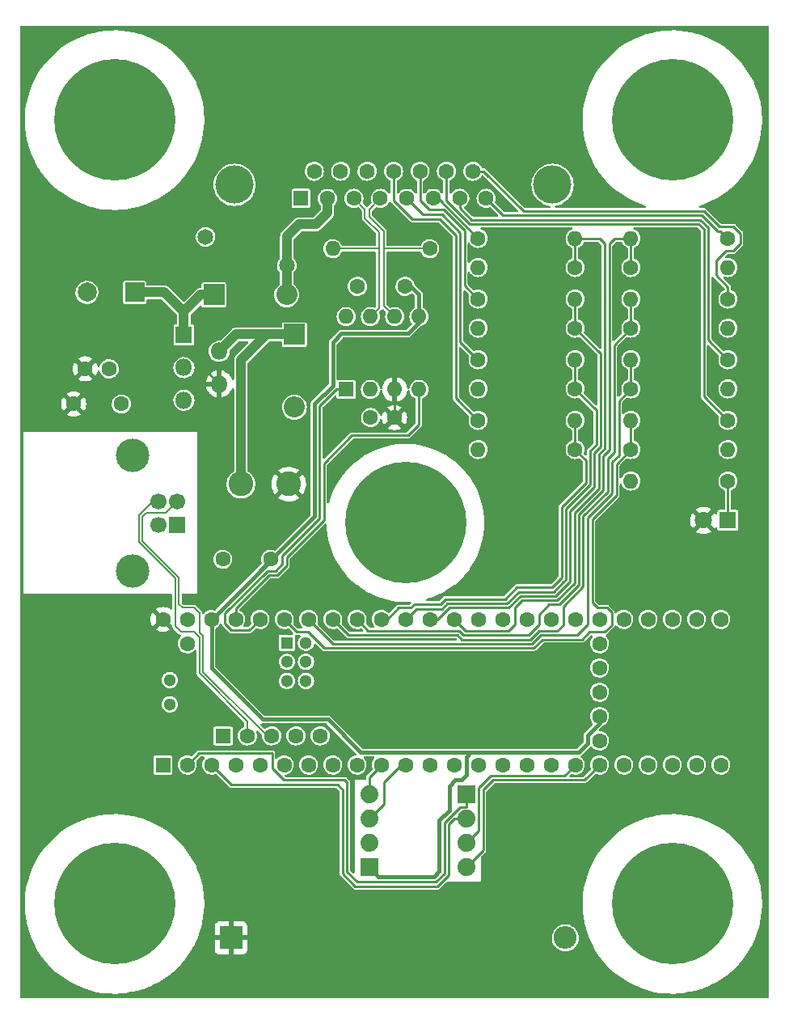
<source format=gbr>
%TF.GenerationSoftware,KiCad,Pcbnew,(6.0.1)*%
%TF.CreationDate,2022-03-26T18:04:58-07:00*%
%TF.ProjectId,data_logger_wsu_racing_v0.3.kicad_pro,64617461-5f6c-46f6-9767-65725f777375,rev?*%
%TF.SameCoordinates,Original*%
%TF.FileFunction,Copper,L1,Top*%
%TF.FilePolarity,Positive*%
%FSLAX46Y46*%
G04 Gerber Fmt 4.6, Leading zero omitted, Abs format (unit mm)*
G04 Created by KiCad (PCBNEW (6.0.1)) date 2022-03-26 18:04:58*
%MOMM*%
%LPD*%
G01*
G04 APERTURE LIST*
%TA.AperFunction,ComponentPad*%
%ADD10R,2.400000X2.400000*%
%TD*%
%TA.AperFunction,ComponentPad*%
%ADD11O,2.400000X2.400000*%
%TD*%
%TA.AperFunction,ComponentPad*%
%ADD12C,1.600000*%
%TD*%
%TA.AperFunction,ComponentPad*%
%ADD13O,1.600000X1.600000*%
%TD*%
%TA.AperFunction,ComponentPad*%
%ADD14C,4.000000*%
%TD*%
%TA.AperFunction,ComponentPad*%
%ADD15R,1.600000X1.600000*%
%TD*%
%TA.AperFunction,ComponentPad*%
%ADD16R,2.200000X2.200000*%
%TD*%
%TA.AperFunction,ComponentPad*%
%ADD17O,2.200000X2.200000*%
%TD*%
%TA.AperFunction,ComponentPad*%
%ADD18R,1.800000X1.800000*%
%TD*%
%TA.AperFunction,ComponentPad*%
%ADD19C,1.800000*%
%TD*%
%TA.AperFunction,ComponentPad*%
%ADD20C,0.900000*%
%TD*%
%TA.AperFunction,ComponentPad*%
%ADD21C,12.700000*%
%TD*%
%TA.AperFunction,ComponentPad*%
%ADD22C,1.879600*%
%TD*%
%TA.AperFunction,ComponentPad*%
%ADD23R,1.879600X1.879600*%
%TD*%
%TA.AperFunction,ComponentPad*%
%ADD24R,1.300000X1.300000*%
%TD*%
%TA.AperFunction,ComponentPad*%
%ADD25C,1.300000*%
%TD*%
%TA.AperFunction,ComponentPad*%
%ADD26O,1.800000X1.800000*%
%TD*%
%TA.AperFunction,ComponentPad*%
%ADD27R,2.000000X2.000000*%
%TD*%
%TA.AperFunction,ComponentPad*%
%ADD28C,2.000000*%
%TD*%
%TA.AperFunction,ComponentPad*%
%ADD29C,2.600000*%
%TD*%
%TA.AperFunction,ComponentPad*%
%ADD30C,1.651000*%
%TD*%
%TA.AperFunction,ComponentPad*%
%ADD31R,1.700000X1.700000*%
%TD*%
%TA.AperFunction,ComponentPad*%
%ADD32C,1.700000*%
%TD*%
%TA.AperFunction,ComponentPad*%
%ADD33C,3.500000*%
%TD*%
%TA.AperFunction,Conductor*%
%ADD34C,0.250000*%
%TD*%
%TA.AperFunction,Conductor*%
%ADD35C,0.406400*%
%TD*%
%TA.AperFunction,Conductor*%
%ADD36C,0.200000*%
%TD*%
%TA.AperFunction,Conductor*%
%ADD37C,1.016000*%
%TD*%
G04 APERTURE END LIST*
D10*
%TO.P,C3,1*%
%TO.N,+5V*%
X71908000Y-120396000D03*
D11*
%TO.P,C3,2*%
%TO.N,GND*%
X106908000Y-120396000D03*
%TD*%
D12*
%TO.P,R5,1*%
%TO.N,/car_A2*%
X97771053Y-59879582D03*
D13*
%TO.P,R5,2*%
%TO.N,/teensy_A2*%
X107931053Y-59879582D03*
%TD*%
D14*
%TO.P,J1,0,PAD*%
%TO.N,GND*%
X72270000Y-41570331D03*
X105570000Y-41570331D03*
D15*
%TO.P,J1,1,1*%
X79225000Y-42990331D03*
D12*
%TO.P,J1,2,2*%
%TO.N,/car_12v*%
X81995000Y-42990331D03*
%TO.P,J1,3,3*%
%TO.N,/CANH*%
X84765000Y-42990331D03*
%TO.P,J1,4,4*%
%TO.N,/CANL*%
X87535000Y-42990331D03*
%TO.P,J1,5,5*%
%TO.N,/car_A2*%
X90305000Y-42990331D03*
%TO.P,J1,6,6*%
%TO.N,/car_A0*%
X93075000Y-42990331D03*
%TO.P,J1,7,7*%
%TO.N,/car_A6*%
X95845000Y-42990331D03*
%TO.P,J1,8,8*%
%TO.N,/car_A4*%
X98615000Y-42990331D03*
%TO.P,J1,9,P9*%
%TO.N,unconnected-(J1-Pad9)*%
X80610000Y-40150331D03*
%TO.P,J1,10,P10*%
%TO.N,unconnected-(J1-Pad10)*%
X83380000Y-40150331D03*
%TO.P,J1,11,P111*%
%TO.N,unconnected-(J1-Pad11)*%
X86150000Y-40150331D03*
%TO.P,J1,12,P12*%
%TO.N,/car_A3*%
X88920000Y-40150331D03*
%TO.P,J1,13,P13*%
%TO.N,/car_A1*%
X91690000Y-40150331D03*
%TO.P,J1,14,P14*%
%TO.N,/car_A7*%
X94460000Y-40150331D03*
%TO.P,J1,15,P15*%
%TO.N,/car_A5*%
X97230000Y-40150331D03*
%TD*%
D16*
%TO.P,D1,1,K*%
%TO.N,/Vin_buck*%
X70104000Y-53086000D03*
D17*
%TO.P,D1,2,A*%
%TO.N,/car_12v*%
X77724000Y-53086000D03*
%TD*%
D12*
%TO.P,C5,1*%
%TO.N,+5V*%
X89018021Y-65932468D03*
%TO.P,C5,2*%
%TO.N,GND*%
X86518021Y-65932468D03*
%TD*%
%TO.P,R17,1*%
%TO.N,/CANL*%
X92710000Y-48260000D03*
D13*
%TO.P,R17,2*%
%TO.N,/CANH*%
X82550000Y-48260000D03*
%TD*%
D18*
%TO.P,D3,1,K*%
%TO.N,Net-(D3-Pad1)*%
X123933053Y-76708000D03*
D19*
%TO.P,D3,2,A*%
%TO.N,+5V*%
X121393053Y-76708000D03*
%TD*%
D12*
%TO.P,R18,1*%
%TO.N,Net-(D3-Pad1)*%
X123933053Y-72579582D03*
D13*
%TO.P,R18,2*%
%TO.N,GND*%
X113773053Y-72579582D03*
%TD*%
D20*
%TO.P,H2,1,1*%
%TO.N,unconnected-(H2-Pad1)*%
X55190000Y-34798000D03*
X64190000Y-34798000D03*
X56508019Y-37979981D03*
X62871981Y-31616019D03*
X56508019Y-31616019D03*
X59690000Y-39298000D03*
X62871981Y-37979981D03*
D21*
X59690000Y-34798000D03*
D20*
X59690000Y-30298000D03*
%TD*%
D12*
%TO.P,R3,1*%
%TO.N,/car_A1*%
X97771053Y-53529582D03*
D13*
%TO.P,R3,2*%
%TO.N,/teensy_A1*%
X107931053Y-53529582D03*
%TD*%
D22*
%TO.P,U2,1,SCK*%
%TO.N,/SCK_ACC*%
X96520000Y-113030000D03*
%TO.P,U2,2,MOSI*%
%TO.N,/MOSI_ACC*%
X96520000Y-110490000D03*
%TO.P,U2,3,MISO*%
%TO.N,/MISO_ACC*%
X96520000Y-107950000D03*
D23*
%TO.P,U2,4,CS*%
%TO.N,/CS1_ACC*%
X96520000Y-105410000D03*
%TO.P,U2,5,Vin*%
%TO.N,+3V3*%
X86360000Y-113030000D03*
D22*
%TO.P,U2,6,gnd*%
%TO.N,GND*%
X86360000Y-110490000D03*
%TO.P,U2,7,INT1*%
%TO.N,/accel_int1*%
X86360000Y-107950000D03*
%TO.P,U2,8,INT2*%
%TO.N,/accel_int2*%
X86360000Y-105410000D03*
%TD*%
D20*
%TO.P,H3,1,1*%
%TO.N,unconnected-(H3-Pad1)*%
X59690000Y-121340000D03*
X62871981Y-120021981D03*
X56508019Y-113658019D03*
X64190000Y-116840000D03*
X59690000Y-112340000D03*
D21*
X59690000Y-116840000D03*
D20*
X56508019Y-120021981D03*
X55190000Y-116840000D03*
X62871981Y-113658019D03*
%TD*%
%TO.P,H4,1,1*%
%TO.N,unconnected-(H4-Pad1)*%
X118110000Y-121340000D03*
X114928019Y-113658019D03*
X113610000Y-116840000D03*
X114928019Y-120021981D03*
X121291981Y-120021981D03*
X121291981Y-113658019D03*
D21*
X118110000Y-116840000D03*
D20*
X118110000Y-112340000D03*
X122610000Y-116840000D03*
%TD*%
D12*
%TO.P,R1,1*%
%TO.N,/car_A0*%
X97771053Y-47179582D03*
D13*
%TO.P,R1,2*%
%TO.N,/teensy_A0*%
X107931053Y-47179582D03*
%TD*%
D12*
%TO.P,R2,1*%
%TO.N,/teensy_A0*%
X107931053Y-50227582D03*
D13*
%TO.P,R2,2*%
%TO.N,GND*%
X97771053Y-50227582D03*
%TD*%
D20*
%TO.P,H1,1,1*%
%TO.N,unconnected-(H1-Pad1)*%
X122610000Y-34798000D03*
X121291981Y-31616019D03*
X121291981Y-37979981D03*
D21*
X118110000Y-34798000D03*
D20*
X114928019Y-31616019D03*
X114928019Y-37979981D03*
X113610000Y-34798000D03*
X118110000Y-30298000D03*
X118110000Y-39298000D03*
%TD*%
D12*
%TO.P,R12,1*%
%TO.N,/teensy_A5*%
X113773053Y-56577582D03*
D13*
%TO.P,R12,2*%
%TO.N,GND*%
X123933053Y-56577582D03*
%TD*%
D15*
%TO.P,U4,1,GND*%
%TO.N,GND*%
X64770000Y-102305040D03*
D12*
%TO.P,U4,2,0_RX1_CRX2_CS1*%
%TO.N,/CS1_ACC*%
X67310000Y-102305040D03*
%TO.P,U4,3,1_TX1_CTX2_MISO1*%
%TO.N,/MISO_ACC*%
X69850000Y-102305040D03*
%TO.P,U4,4,2_OUT2*%
%TO.N,unconnected-(U4-Pad4)*%
X72390000Y-102305040D03*
%TO.P,U4,5,3_LRCLK2*%
%TO.N,unconnected-(U4-Pad5)*%
X74930000Y-102305040D03*
%TO.P,U4,6,4_BCLK2*%
%TO.N,unconnected-(U4-Pad6)*%
X77470000Y-102305040D03*
%TO.P,U4,7,5_IN2*%
%TO.N,unconnected-(U4-Pad7)*%
X80010000Y-102305040D03*
%TO.P,U4,8,6_OUT1D*%
%TO.N,unconnected-(U4-Pad8)*%
X82550000Y-102305040D03*
%TO.P,U4,9,7_RX2_OUT1A*%
%TO.N,unconnected-(U4-Pad9)*%
X85090000Y-102305040D03*
%TO.P,U4,10,8_TX2_IN1*%
%TO.N,/accel_int2*%
X87630000Y-102305040D03*
%TO.P,U4,11,9_OUT1C*%
%TO.N,/accel_int1*%
X90170000Y-102305040D03*
%TO.P,U4,12,10_CS_MQSR*%
%TO.N,unconnected-(U4-Pad12)*%
X92710000Y-102305040D03*
%TO.P,U4,13,11_MOSI_CTX1*%
%TO.N,unconnected-(U4-Pad13)*%
X95250000Y-102305040D03*
%TO.P,U4,14,12_MISO_MQSL*%
%TO.N,unconnected-(U4-Pad14)*%
X97790000Y-102305040D03*
%TO.P,U4,15,3V3*%
%TO.N,unconnected-(U4-Pad15)*%
X100330000Y-102305040D03*
%TO.P,U4,16,24_A10_TX6_SCL2*%
%TO.N,unconnected-(U4-Pad16)*%
X102870000Y-102305040D03*
%TO.P,U4,17,25_A11_RX6_SDA2*%
%TO.N,unconnected-(U4-Pad17)*%
X105410000Y-102305040D03*
%TO.P,U4,18,26_A12_MOSI1*%
%TO.N,/MOSI_ACC*%
X107950000Y-102305040D03*
%TO.P,U4,19,27_A13_SCK1*%
%TO.N,/SCK_ACC*%
X110490000Y-102305040D03*
%TO.P,U4,20,28_RX7*%
%TO.N,unconnected-(U4-Pad20)*%
X113030000Y-102305040D03*
%TO.P,U4,21,29_TX7*%
%TO.N,unconnected-(U4-Pad21)*%
X115570000Y-102305040D03*
%TO.P,U4,22,30_CRX3*%
%TO.N,unconnected-(U4-Pad22)*%
X118110000Y-102305040D03*
%TO.P,U4,23,31_CTX3*%
%TO.N,unconnected-(U4-Pad23)*%
X120650000Y-102305040D03*
%TO.P,U4,24,32_OUT1B*%
%TO.N,unconnected-(U4-Pad24)*%
X123190000Y-102305040D03*
%TO.P,U4,25,33_MCLK2*%
%TO.N,unconnected-(U4-Pad25)*%
X123190000Y-87065040D03*
%TO.P,U4,26,34_RX8*%
%TO.N,unconnected-(U4-Pad26)*%
X120650000Y-87065040D03*
%TO.P,U4,27,35_TX8*%
%TO.N,unconnected-(U4-Pad27)*%
X118110000Y-87065040D03*
%TO.P,U4,28,36_CS*%
%TO.N,unconnected-(U4-Pad28)*%
X115570000Y-87065040D03*
%TO.P,U4,29,37_CS*%
%TO.N,unconnected-(U4-Pad29)*%
X113030000Y-87065040D03*
%TO.P,U4,30,38_CS1_IN1*%
%TO.N,unconnected-(U4-Pad30)*%
X110490000Y-87065040D03*
%TO.P,U4,31,39_MISO1_OUT1A*%
%TO.N,unconnected-(U4-Pad31)*%
X107950000Y-87065040D03*
%TO.P,U4,32,40_A16*%
%TO.N,unconnected-(U4-Pad32)*%
X105410000Y-87065040D03*
%TO.P,U4,33,41_A17*%
%TO.N,unconnected-(U4-Pad33)*%
X102870000Y-87065040D03*
%TO.P,U4,34,GND*%
%TO.N,GND*%
X100330000Y-87065040D03*
%TO.P,U4,35,13_SCK_LED*%
%TO.N,unconnected-(U4-Pad35)*%
X97790000Y-87065040D03*
%TO.P,U4,36,14_A0_TX3_SPDIF_OUT*%
%TO.N,/teensy_A0*%
X95250000Y-87065040D03*
%TO.P,U4,37,15_A1_RX3_SPDIF_IN*%
%TO.N,/teensy_A1*%
X92710000Y-87065040D03*
%TO.P,U4,38,16_A2_RX4_SCL1*%
%TO.N,/teensy_A2*%
X90170000Y-87065040D03*
%TO.P,U4,39,17_A3_TX4_SDA1*%
%TO.N,/teensy_A3*%
X87630000Y-87065040D03*
%TO.P,U4,40,18_A4_SDA*%
%TO.N,/teensy_A4*%
X85090000Y-87065040D03*
%TO.P,U4,41,19_A5_SCL*%
%TO.N,/teensy_A5*%
X82550000Y-87065040D03*
%TO.P,U4,42,20_A6_TX5_LRCLK1*%
%TO.N,/teensy_A6*%
X80010000Y-87065040D03*
%TO.P,U4,43,21_A7_RX5_BCLK1*%
%TO.N,/teensy_A7*%
X77470000Y-87065040D03*
%TO.P,U4,44,22_A8_CTX1*%
%TO.N,/CAN_TX1*%
X74930000Y-87065040D03*
%TO.P,U4,45,23_A9_CRX1_MCLK1*%
%TO.N,/CAN_RX1*%
X72390000Y-87065040D03*
%TO.P,U4,46,3V3*%
%TO.N,+3V3*%
X69850000Y-87065040D03*
%TO.P,U4,47,GND*%
%TO.N,GND*%
X67310000Y-87065040D03*
%TO.P,U4,48,VIN*%
%TO.N,+5V*%
X64770000Y-87065040D03*
%TO.P,U4,49,VUSB*%
%TO.N,unconnected-(U4-Pad49)*%
X67310000Y-89605040D03*
%TO.P,U4,50,VBAT*%
%TO.N,unconnected-(U4-Pad50)*%
X110490000Y-99765040D03*
%TO.P,U4,51,3V3*%
%TO.N,+3V3*%
X110490000Y-97225040D03*
%TO.P,U4,52,GND*%
%TO.N,GND*%
X110490000Y-94685040D03*
%TO.P,U4,53,PROGRAM*%
%TO.N,unconnected-(U4-Pad53)*%
X110490000Y-92145040D03*
%TO.P,U4,54,ON_OFF*%
%TO.N,unconnected-(U4-Pad54)*%
X110490000Y-89605040D03*
D15*
%TO.P,U4,55,5V*%
%TO.N,unconnected-(U4-Pad55)*%
X71069200Y-99254240D03*
D12*
%TO.P,U4,56,D-*%
%TO.N,/D-*%
X73609200Y-99254240D03*
%TO.P,U4,57,D+*%
%TO.N,/D+*%
X76149200Y-99254240D03*
%TO.P,U4,58,GND*%
%TO.N,unconnected-(U4-Pad58)*%
X78689200Y-99254240D03*
%TO.P,U4,59,GND*%
%TO.N,unconnected-(U4-Pad59)*%
X81229200Y-99254240D03*
D24*
%TO.P,U4,60,R+*%
%TO.N,unconnected-(U4-Pad60)*%
X77740000Y-89503440D03*
D25*
%TO.P,U4,61,LED*%
%TO.N,unconnected-(U4-Pad61)*%
X77740000Y-91503440D03*
%TO.P,U4,62,T-*%
%TO.N,unconnected-(U4-Pad62)*%
X77740000Y-93503440D03*
%TO.P,U4,63,T+*%
%TO.N,unconnected-(U4-Pad63)*%
X79740000Y-93503440D03*
%TO.P,U4,64,GND*%
%TO.N,unconnected-(U4-Pad64)*%
X79740000Y-91503440D03*
%TO.P,U4,65,R-*%
%TO.N,unconnected-(U4-Pad65)*%
X79740000Y-89503440D03*
%TO.P,U4,66,D-*%
%TO.N,unconnected-(U4-Pad66)*%
X65500000Y-93415040D03*
%TO.P,U4,67,D+*%
%TO.N,unconnected-(U4-Pad67)*%
X65500000Y-95955040D03*
%TD*%
D12*
%TO.P,C7,1*%
%TO.N,GND*%
X85130000Y-52197000D03*
%TO.P,C7,2*%
%TO.N,+3V3*%
X90130000Y-52197000D03*
%TD*%
%TO.P,C8,1*%
%TO.N,+5V*%
X56625161Y-60831165D03*
%TO.P,C8,2*%
%TO.N,GND*%
X59125161Y-60831165D03*
%TD*%
D18*
%TO.P,U1,1,+Vin*%
%TO.N,/Vin_buck*%
X66962000Y-57306000D03*
D26*
%TO.P,U1,2,Output*%
%TO.N,/output_buck*%
X70662000Y-59006000D03*
%TO.P,U1,3,Gnd*%
%TO.N,GND*%
X66962000Y-60706000D03*
%TO.P,U1,4,Feedback*%
%TO.N,+5V*%
X70662000Y-62406000D03*
%TO.P,U1,5,~{ON}/OFF*%
%TO.N,GND*%
X66962000Y-64106000D03*
%TD*%
D27*
%TO.P,C2,1*%
%TO.N,/Vin_buck*%
X61803677Y-52832000D03*
D28*
%TO.P,C2,2*%
%TO.N,GND*%
X56803677Y-52832000D03*
%TD*%
D12*
%TO.P,C4,1*%
%TO.N,+5V*%
X55412000Y-64516000D03*
%TO.P,C4,2*%
%TO.N,GND*%
X60412000Y-64516000D03*
%TD*%
D29*
%TO.P,L1,1*%
%TO.N,/output_buck*%
X72938000Y-72898000D03*
%TO.P,L1,2*%
%TO.N,+5V*%
X77938000Y-72898000D03*
%TD*%
D12*
%TO.P,R10,1*%
%TO.N,/teensy_A4*%
X113773053Y-50227582D03*
D13*
%TO.P,R10,2*%
%TO.N,GND*%
X123933053Y-50227582D03*
%TD*%
D12*
%TO.P,R4,1*%
%TO.N,/teensy_A1*%
X107931053Y-56577582D03*
D13*
%TO.P,R4,2*%
%TO.N,GND*%
X97771053Y-56577582D03*
%TD*%
D12*
%TO.P,R11,1*%
%TO.N,/car_A5*%
X123933053Y-53529582D03*
D13*
%TO.P,R11,2*%
%TO.N,/teensy_A5*%
X113773053Y-53529582D03*
%TD*%
D30*
%TO.P,RV1,1*%
%TO.N,/car_12v*%
X77739351Y-50012600D03*
%TO.P,RV1,2*%
%TO.N,GND*%
X69230351Y-47015400D03*
%TD*%
D15*
%TO.P,U3,1,TXD*%
%TO.N,/CAN_TX1*%
X83957000Y-62982000D03*
D13*
%TO.P,U3,2,VSS*%
%TO.N,GND*%
X86497000Y-62982000D03*
%TO.P,U3,3,VDD*%
%TO.N,+5V*%
X89037000Y-62982000D03*
%TO.P,U3,4,RXD*%
%TO.N,/CAN_RX1*%
X91577000Y-62982000D03*
%TO.P,U3,5,Vio*%
%TO.N,+3V3*%
X91577000Y-55362000D03*
%TO.P,U3,6,CANL*%
%TO.N,/CANL*%
X89037000Y-55362000D03*
%TO.P,U3,7,CANH*%
%TO.N,/CANH*%
X86497000Y-55362000D03*
%TO.P,U3,8,STBY*%
%TO.N,GND*%
X83957000Y-55362000D03*
%TD*%
D16*
%TO.P,D2,1,K*%
%TO.N,/output_buck*%
X78536000Y-57228000D03*
D17*
%TO.P,D2,2,A*%
%TO.N,GND*%
X78536000Y-64848000D03*
%TD*%
D12*
%TO.P,R15,1*%
%TO.N,/car_A7*%
X123933053Y-66229582D03*
D13*
%TO.P,R15,2*%
%TO.N,/teensy_A7*%
X113773053Y-66229582D03*
%TD*%
D12*
%TO.P,C1,1*%
%TO.N,+3V3*%
X76033000Y-80772000D03*
%TO.P,C1,2*%
%TO.N,GND*%
X71033000Y-80772000D03*
%TD*%
%TO.P,R7,1*%
%TO.N,/car_A3*%
X97771053Y-66229582D03*
D13*
%TO.P,R7,2*%
%TO.N,/teensy_A3*%
X107931053Y-66229582D03*
%TD*%
D20*
%TO.P,H5,1,1*%
%TO.N,unconnected-(H5-Pad1)*%
X86988019Y-73780019D03*
X90170000Y-72462000D03*
X85670000Y-76962000D03*
X93351981Y-80143981D03*
X90170000Y-81462000D03*
X86988019Y-80143981D03*
X94670000Y-76962000D03*
X93351981Y-73780019D03*
D21*
X90170000Y-76962000D03*
%TD*%
D12*
%TO.P,R6,1*%
%TO.N,/teensy_A2*%
X107931053Y-62927582D03*
D13*
%TO.P,R6,2*%
%TO.N,GND*%
X97771053Y-62927582D03*
%TD*%
D12*
%TO.P,R8,1*%
%TO.N,/teensy_A3*%
X107931053Y-69277582D03*
D13*
%TO.P,R8,2*%
%TO.N,GND*%
X97771053Y-69277582D03*
%TD*%
D12*
%TO.P,R14,1*%
%TO.N,/teensy_A6*%
X113773053Y-62927582D03*
D13*
%TO.P,R14,2*%
%TO.N,GND*%
X123933053Y-62927582D03*
%TD*%
D12*
%TO.P,R16,1*%
%TO.N,/teensy_A7*%
X113773053Y-69277582D03*
D13*
%TO.P,R16,2*%
%TO.N,GND*%
X123933053Y-69277582D03*
%TD*%
D31*
%TO.P,J2,1,VBUS*%
%TO.N,unconnected-(J2-Pad1)*%
X66267500Y-77196000D03*
D32*
%TO.P,J2,2,D-*%
%TO.N,/D+*%
X66267500Y-74696000D03*
%TO.P,J2,3,D+*%
%TO.N,/D-*%
X64267500Y-74696000D03*
%TO.P,J2,4,GND*%
%TO.N,unconnected-(J2-Pad4)*%
X64267500Y-77196000D03*
D33*
%TO.P,J2,5,Shield*%
%TO.N,GND*%
X61557500Y-81966000D03*
X61557500Y-69926000D03*
%TD*%
D12*
%TO.P,R13,1*%
%TO.N,/car_A6*%
X123933053Y-59879582D03*
D13*
%TO.P,R13,2*%
%TO.N,/teensy_A6*%
X113773053Y-59879582D03*
%TD*%
D12*
%TO.P,R9,1*%
%TO.N,/car_A4*%
X123933053Y-47179582D03*
D13*
%TO.P,R9,2*%
%TO.N,/teensy_A4*%
X113773053Y-47179582D03*
%TD*%
D34*
%TO.N,+5V*%
X70434511Y-55803489D02*
X69088000Y-57150000D01*
X80949489Y-55803489D02*
X70434511Y-55803489D01*
X81788000Y-56642000D02*
X80949489Y-55803489D01*
X81807720Y-56622280D02*
X81788000Y-56642000D01*
X90170000Y-56622280D02*
X81807720Y-56622280D01*
X90170000Y-54356000D02*
X90170000Y-56622280D01*
X89662000Y-53848000D02*
X90170000Y-54356000D01*
X89154000Y-53848000D02*
X89662000Y-53848000D01*
X88646000Y-53340000D02*
X89154000Y-53848000D01*
X88646000Y-51562000D02*
X88646000Y-53340000D01*
X89916000Y-50292000D02*
X88646000Y-51562000D01*
X90424000Y-50292000D02*
X89916000Y-50292000D01*
X69088000Y-60832000D02*
X70662000Y-62406000D01*
X93472000Y-53340000D02*
X90424000Y-50292000D01*
X69088000Y-57150000D02*
X69088000Y-60832000D01*
X93472000Y-55626000D02*
X93472000Y-53340000D01*
X89037000Y-60061000D02*
X93472000Y-55626000D01*
X89037000Y-62982000D02*
X89037000Y-60061000D01*
D35*
%TO.N,+3V3*%
X80645001Y-64497691D02*
X80645001Y-76270039D01*
X80645001Y-76270039D02*
X69850000Y-87065040D01*
X82550000Y-62592692D02*
X80645001Y-64497691D01*
X82550000Y-58039000D02*
X82550000Y-62592692D01*
X90424000Y-57150000D02*
X83439000Y-57150000D01*
X83439000Y-57150000D02*
X82550000Y-58039000D01*
X91577000Y-55997000D02*
X90424000Y-57150000D01*
X91577000Y-55362000D02*
X91577000Y-55997000D01*
D34*
%TO.N,+5V*%
X89018021Y-63000979D02*
X89037000Y-62982000D01*
X89018021Y-65932468D02*
X89018021Y-63000979D01*
D36*
%TO.N,/CANL*%
X87884000Y-48260000D02*
X92710000Y-48260000D01*
%TO.N,/CANH*%
X87376000Y-54483000D02*
X86497000Y-55362000D01*
X87376000Y-46546200D02*
X87376000Y-54483000D01*
X85924999Y-45095199D02*
X87376000Y-46546200D01*
X85924999Y-44150330D02*
X85924999Y-45095199D01*
X84765000Y-42990331D02*
X85924999Y-44150330D01*
X87376000Y-48260000D02*
X82550000Y-48260000D01*
%TO.N,/CANL*%
X87884000Y-54209000D02*
X89037000Y-55362000D01*
X87884000Y-46417800D02*
X87884000Y-54209000D01*
X86375001Y-44150330D02*
X86375001Y-44908801D01*
X86375001Y-44908801D02*
X87884000Y-46417800D01*
X87535000Y-42990331D02*
X86375001Y-44150330D01*
D35*
%TO.N,+3V3*%
X75184000Y-97536000D02*
X82042000Y-97536000D01*
X95358978Y-103886000D02*
X96012000Y-103886000D01*
X93706281Y-113445693D02*
X93706281Y-108111693D01*
X93125694Y-114026280D02*
X93706281Y-113445693D01*
X90721500Y-52197000D02*
X91577000Y-53052500D01*
X91577000Y-53052500D02*
X91577000Y-55362000D01*
X93706281Y-108111693D02*
X94742000Y-107075974D01*
X82042000Y-97536000D02*
X85494749Y-100988749D01*
X109220000Y-100076000D02*
X109220000Y-99187000D01*
X108307251Y-100988749D02*
X109220000Y-100076000D01*
X90130000Y-52197000D02*
X90721500Y-52197000D01*
X96520000Y-103378000D02*
X96520000Y-101483074D01*
X109220000Y-99187000D02*
X110490000Y-97917000D01*
X94742000Y-107075974D02*
X94742000Y-104502978D01*
X69850000Y-87065040D02*
X69850000Y-92202000D01*
X85494749Y-100988749D02*
X97014325Y-100988749D01*
X96520000Y-101483074D02*
X97014325Y-100988749D01*
X69850000Y-92202000D02*
X75184000Y-97536000D01*
X97014325Y-100988749D02*
X108307251Y-100988749D01*
X87356280Y-114026280D02*
X93125694Y-114026280D01*
X96012000Y-103886000D02*
X96520000Y-103378000D01*
X110490000Y-97917000D02*
X110490000Y-97225040D01*
X94742000Y-104502978D02*
X95358978Y-103886000D01*
X86360000Y-113030000D02*
X87356280Y-114026280D01*
D37*
%TO.N,/car_12v*%
X77739351Y-46974649D02*
X77739351Y-49875132D01*
X77724000Y-53086000D02*
X77724000Y-49890483D01*
X81995000Y-44497000D02*
X80772000Y-45720000D01*
X80772000Y-45720000D02*
X78994000Y-45720000D01*
X78994000Y-45720000D02*
X77739351Y-46974649D01*
X81995000Y-42990331D02*
X81995000Y-44497000D01*
D34*
%TO.N,/car_A2*%
X95902357Y-58010886D02*
X97771053Y-59879582D01*
X92018669Y-44704000D02*
X93980000Y-44704000D01*
X95902357Y-46626357D02*
X95902357Y-58010886D01*
X93980000Y-44704000D02*
X95902357Y-46626357D01*
X90305000Y-42990331D02*
X92018669Y-44704000D01*
%TO.N,/car_A1*%
X92690369Y-44196000D02*
X94151753Y-44196000D01*
X91690000Y-43195631D02*
X92690369Y-44196000D01*
X96351877Y-46396124D02*
X96351877Y-52110406D01*
X91690000Y-40150331D02*
X91690000Y-43195631D01*
X96351877Y-52110406D02*
X97771053Y-53529582D01*
X94151753Y-44196000D02*
X96351877Y-46396124D01*
%TO.N,/car_A0*%
X97771053Y-47179582D02*
X93581802Y-42990331D01*
D36*
%TO.N,/D+*%
X68580000Y-88414112D02*
X68979520Y-88813632D01*
X68979520Y-88813632D02*
X68979520Y-92544514D01*
X67988952Y-85852000D02*
X68580000Y-86443048D01*
X62629520Y-78828514D02*
X66439520Y-82638514D01*
X66439520Y-85489520D02*
X66802000Y-85852000D01*
X66439520Y-82638514D02*
X66439520Y-85489520D01*
X62629520Y-76308480D02*
X62629520Y-78828514D01*
X65017500Y-75946000D02*
X62992000Y-75946000D01*
X66267500Y-74696000D02*
X65017500Y-75946000D01*
X62992000Y-75946000D02*
X62629520Y-76308480D01*
X68979520Y-92544514D02*
X75689246Y-99254240D01*
X68580000Y-86443048D02*
X68580000Y-88414112D01*
X66802000Y-85852000D02*
X67988952Y-85852000D01*
%TO.N,/D-*%
X62230000Y-76142994D02*
X62230000Y-78994000D01*
X63676994Y-74696000D02*
X62230000Y-76142994D01*
X66688008Y-88392000D02*
X67992882Y-88392000D01*
X68580000Y-88979118D02*
X68580001Y-92710001D01*
X62230000Y-78994000D02*
X66040000Y-82804000D01*
X73609200Y-97739200D02*
X73609200Y-99254240D01*
X66040000Y-82804000D02*
X66040000Y-87743992D01*
X68580001Y-92710001D02*
X73609200Y-97739200D01*
X66040000Y-87743992D02*
X66688008Y-88392000D01*
X67992882Y-88392000D02*
X68580000Y-88979118D01*
D34*
%TO.N,/teensy_A0*%
X110484062Y-47179582D02*
X107931053Y-47179582D01*
X95250000Y-87065040D02*
X96442753Y-88257793D01*
X111056480Y-47752000D02*
X110484062Y-47179582D01*
X96442753Y-88257793D02*
X100972207Y-88257793D01*
X110420762Y-73346084D02*
X110420762Y-69791520D01*
X107871440Y-75895409D02*
X110420762Y-73346084D01*
X107871440Y-83265712D02*
X107871440Y-75895409D01*
X102390529Y-85061471D02*
X106075681Y-85061471D01*
X100972207Y-88257793D02*
X101600000Y-87630000D01*
X110420762Y-69791520D02*
X111056480Y-69155802D01*
X101600000Y-85852000D02*
X102390529Y-85061471D01*
X101600000Y-87630000D02*
X101600000Y-85852000D01*
X107931053Y-47179582D02*
X107931053Y-50227582D01*
X111056480Y-69155802D02*
X111056480Y-47752000D01*
X106075681Y-85061471D02*
X107871440Y-83265712D01*
%TO.N,/teensy_A1*%
X110606960Y-68969604D02*
X109971242Y-69605323D01*
X110606960Y-59253489D02*
X110606960Y-68969604D01*
X107421920Y-75709209D02*
X107421920Y-83078080D01*
X107421920Y-83078080D02*
X107188000Y-83312000D01*
X107931053Y-53529582D02*
X107931053Y-56577582D01*
X107931053Y-56577582D02*
X110606960Y-59253489D01*
X107189436Y-83312000D02*
X105889484Y-84611951D01*
X94742000Y-85852000D02*
X93528960Y-87065040D01*
X107421920Y-75709209D02*
X109971242Y-73159886D01*
X105889484Y-84611951D02*
X102204331Y-84611951D01*
X93528960Y-87065040D02*
X92710000Y-87065040D01*
X109971242Y-69605323D02*
X109971242Y-73159886D01*
X102204331Y-84611951D02*
X100964282Y-85852000D01*
X100964282Y-85852000D02*
X94742000Y-85852000D01*
%TO.N,/teensy_A2*%
X100778084Y-85402480D02*
X102018134Y-84162431D01*
X109521722Y-72973688D02*
X109521722Y-69419126D01*
X109521722Y-69419126D02*
X110157440Y-68783407D01*
X105703287Y-84162431D02*
X106738480Y-83127238D01*
X106972400Y-75523011D02*
X109521722Y-72973688D01*
X90170000Y-87065040D02*
X91294511Y-85940529D01*
X94017753Y-85940529D02*
X94555803Y-85402480D01*
X110157440Y-68783407D02*
X110157440Y-65153969D01*
X106738480Y-83127238D02*
X106738480Y-83125802D01*
X94555803Y-85402480D02*
X100778084Y-85402480D01*
X106972400Y-82891882D02*
X106972400Y-75523011D01*
X106738480Y-83125802D02*
X106972400Y-82891882D01*
X102018134Y-84162431D02*
X105703287Y-84162431D01*
X91294511Y-85940529D02*
X94017753Y-85940529D01*
X107931053Y-59879582D02*
X107931053Y-62927582D01*
X110157440Y-65153969D02*
X107931053Y-62927582D01*
%TO.N,/SCK_ACC*%
X98298000Y-111252000D02*
X98298000Y-104902000D01*
X98298000Y-104902000D02*
X99320929Y-103879071D01*
X108915969Y-103879071D02*
X110490000Y-102305040D01*
X99320929Y-103879071D02*
X108915969Y-103879071D01*
X96520000Y-113030000D02*
X98298000Y-111252000D01*
%TO.N,/MOSI_ACC*%
X107950000Y-102305040D02*
X106825489Y-103429551D01*
X99134731Y-103429551D02*
X97848480Y-104715802D01*
X106825489Y-103429551D02*
X99134731Y-103429551D01*
X97848480Y-104715802D02*
X97848480Y-109161520D01*
X97848480Y-109161520D02*
X96520000Y-110490000D01*
%TO.N,/MISO_ACC*%
X95250000Y-107950000D02*
X96520000Y-107950000D01*
X93530480Y-115003520D02*
X94683520Y-113850480D01*
X83604760Y-104940760D02*
X83604760Y-113704478D01*
X83058000Y-104394000D02*
X83604760Y-104940760D01*
X71938960Y-104394000D02*
X83058000Y-104394000D01*
X84903802Y-115003520D02*
X93530480Y-115003520D01*
X83604760Y-113704478D02*
X84903802Y-115003520D01*
X94683520Y-108516480D02*
X95250000Y-107950000D01*
X94683520Y-113850480D02*
X94683520Y-108516480D01*
X69850000Y-102305040D02*
X71938960Y-104394000D01*
%TO.N,/CS1_ACC*%
X68523040Y-101092000D02*
X67310000Y-102305040D01*
X93344282Y-114554000D02*
X85090000Y-114554000D01*
X84054280Y-104140000D02*
X83800280Y-103886000D01*
X94234000Y-108330282D02*
X94234000Y-113664282D01*
X84054280Y-113518280D02*
X84054280Y-104140000D01*
X95878593Y-106685689D02*
X94234000Y-108330282D01*
X83800280Y-103886000D02*
X77460660Y-103886000D01*
X85090000Y-114554000D02*
X84054280Y-113518280D01*
X77460660Y-103886000D02*
X76200000Y-102625340D01*
X96520000Y-106685689D02*
X95878593Y-106685689D01*
X96520000Y-105410000D02*
X96520000Y-106685689D01*
X94234000Y-113664282D02*
X93344282Y-114554000D01*
X76200000Y-101092000D02*
X68523040Y-101092000D01*
X76200000Y-102625340D02*
X76200000Y-101092000D01*
%TO.N,/CAN_TX1*%
X81172721Y-64716279D02*
X81172720Y-76488628D01*
X76535311Y-81973480D02*
X75687869Y-81973480D01*
X75687869Y-81973480D02*
X71265489Y-86395859D01*
X77274480Y-80386869D02*
X77274480Y-81234311D01*
X83957000Y-62982000D02*
X82907000Y-62982000D01*
X71924211Y-88189551D02*
X73805489Y-88189551D01*
X81172720Y-76488628D02*
X77274480Y-80386869D01*
X73805489Y-88189551D02*
X74930000Y-87065040D01*
X71265489Y-86395859D02*
X71265489Y-87530829D01*
X71265489Y-87530829D02*
X71924211Y-88189551D01*
X82907000Y-62982000D02*
X81172721Y-64716279D01*
X77274480Y-81234311D02*
X76535311Y-81973480D01*
%TO.N,/CAN_RX1*%
X75874066Y-82423000D02*
X72390000Y-85907066D01*
X91577000Y-66665000D02*
X90424000Y-67818000D01*
X91577000Y-62982000D02*
X91577000Y-66665000D01*
X81622241Y-70733521D02*
X81622240Y-76674826D01*
X76721509Y-82423000D02*
X75874066Y-82423000D01*
X77724000Y-81420509D02*
X76721509Y-82423000D01*
X90424000Y-67818000D02*
X84537762Y-67818000D01*
X84537762Y-67818000D02*
X81622241Y-70733521D01*
X81622240Y-76674826D02*
X77724000Y-80573066D01*
X72390000Y-85907066D02*
X72390000Y-87065040D01*
X77724000Y-80573066D02*
X77724000Y-81420509D01*
%TO.N,/car_A5*%
X122682000Y-49530000D02*
X122682000Y-51054000D01*
X102531550Y-44320511D02*
X121411665Y-44320512D01*
X124460000Y-48514000D02*
X123698000Y-48514000D01*
X125222000Y-46680114D02*
X125222000Y-47752000D01*
X123933053Y-52305053D02*
X123933053Y-53529582D01*
X123698000Y-48514000D02*
X122682000Y-49530000D01*
X125222000Y-47752000D02*
X124460000Y-48514000D01*
X122682000Y-51054000D02*
X123933053Y-52305053D01*
X123065153Y-45974000D02*
X124515886Y-45974000D01*
X98361370Y-40150331D02*
X102531550Y-44320511D01*
X124515886Y-45974000D02*
X125222000Y-46680114D01*
X97230000Y-40150331D02*
X98361370Y-40150331D01*
X121411665Y-44320512D02*
X123065153Y-45974000D01*
%TO.N,/teensy_A5*%
X113773053Y-56577582D02*
X112014000Y-58336635D01*
X96070357Y-89156833D02*
X95591827Y-88678303D01*
X112014000Y-58336635D02*
X112014000Y-69596000D01*
X103248884Y-89156833D02*
X96070357Y-89156833D01*
X106673522Y-87636478D02*
X106053654Y-88256346D01*
X106053654Y-88256346D02*
X104149372Y-88256346D01*
X113773053Y-56577582D02*
X113773053Y-53529582D01*
X95591827Y-88678303D02*
X84163263Y-88678303D01*
X106673522Y-85735066D02*
X106673522Y-87636478D01*
X111368960Y-73669322D02*
X108770480Y-76267803D01*
X112014000Y-69596000D02*
X111368960Y-70241040D01*
X84163263Y-88678303D02*
X82550000Y-87065040D01*
X108770480Y-76267803D02*
X108770480Y-83638108D01*
X108770480Y-83638108D02*
X106673522Y-85735066D01*
X104149372Y-88256346D02*
X103248884Y-89156833D01*
X111368960Y-70241040D02*
X111368960Y-73669322D01*
%TO.N,/car_A6*%
X97082458Y-45219551D02*
X121039269Y-45219551D01*
X121861520Y-46041802D02*
X121861520Y-57808049D01*
X121861520Y-57808049D02*
X123933053Y-59879582D01*
X95845000Y-42990331D02*
X95845000Y-43982093D01*
X121039269Y-45219551D02*
X121861520Y-46041802D01*
X95845000Y-43982093D02*
X97082458Y-45219551D01*
%TO.N,/teensy_A6*%
X108144134Y-88705866D02*
X104335569Y-88705866D01*
X103435081Y-89606353D02*
X82551313Y-89606353D01*
X104335569Y-88705866D02*
X103435081Y-89606353D01*
X82551313Y-89606353D02*
X80010000Y-87065040D01*
X113773053Y-62927582D02*
X113773053Y-59879582D01*
X111818480Y-73855520D02*
X109220000Y-76454000D01*
X111818480Y-70596437D02*
X111818480Y-73855520D01*
X112522000Y-69892917D02*
X111818480Y-70596437D01*
X112522000Y-64178635D02*
X112522000Y-69892917D01*
X113773053Y-62927582D02*
X112522000Y-64178635D01*
X109220000Y-76454000D02*
X109220000Y-87630000D01*
X109220000Y-87630000D02*
X108144134Y-88705866D01*
D37*
%TO.N,/Vin_buck*%
X66962000Y-54864000D02*
X64930000Y-52832000D01*
X68740000Y-53086000D02*
X70104000Y-53086000D01*
X64930000Y-52832000D02*
X61803677Y-52832000D01*
X66962000Y-57306000D02*
X66962000Y-54770000D01*
X66962000Y-54864000D02*
X68740000Y-53086000D01*
%TO.N,/output_buck*%
X72440000Y-57228000D02*
X70662000Y-59006000D01*
X72938000Y-59904000D02*
X72938000Y-72898000D01*
X75614000Y-57228000D02*
X72938000Y-59904000D01*
X78536000Y-57228000D02*
X75614000Y-57228000D01*
X75614000Y-57228000D02*
X72440000Y-57228000D01*
D34*
%TO.N,/accel_int2*%
X86360000Y-103575040D02*
X87630000Y-102305040D01*
X86360000Y-105410000D02*
X86360000Y-103575040D01*
%TO.N,/accel_int1*%
X87884000Y-104140000D02*
X87884000Y-106426000D01*
X89718960Y-102305040D02*
X87884000Y-104140000D01*
X87884000Y-106426000D02*
X86360000Y-107950000D01*
%TO.N,/car_A3*%
X93726000Y-45153520D02*
X95452837Y-46880357D01*
X95452837Y-46880357D02*
X95452837Y-63911366D01*
X90877889Y-45153520D02*
X93726000Y-45153520D01*
X88920000Y-43195631D02*
X90877889Y-45153520D01*
X88920000Y-40150331D02*
X88920000Y-43195631D01*
X95452837Y-63911366D02*
X97771053Y-66229582D01*
%TO.N,/teensy_A3*%
X106522880Y-75336814D02*
X109072202Y-72787491D01*
X101831936Y-83712911D02*
X100591886Y-84952960D01*
X93831557Y-85491009D02*
X91108313Y-85491009D01*
X107931053Y-66229582D02*
X107931053Y-69277582D01*
X109072202Y-70418731D02*
X109072202Y-72787491D01*
X106288960Y-82941040D02*
X105517089Y-83712911D01*
X106522880Y-75336814D02*
X106522880Y-82705684D01*
X100591886Y-84952960D02*
X94369606Y-84952960D01*
X94369606Y-84952960D02*
X93831557Y-85491009D01*
X105517089Y-83712911D02*
X101831936Y-83712911D01*
X89458031Y-85852000D02*
X88244991Y-87065040D01*
X106522880Y-82705684D02*
X106288960Y-82939604D01*
X91108313Y-85491009D02*
X90747322Y-85852000D01*
X90747322Y-85852000D02*
X89458031Y-85852000D01*
X106288960Y-82939604D02*
X106288960Y-82941040D01*
X107931053Y-69277582D02*
X109072202Y-70418731D01*
%TO.N,/car_A4*%
X100394700Y-44770031D02*
X121225467Y-44770031D01*
X98615000Y-42990331D02*
X100394700Y-44770031D01*
X123176991Y-46423520D02*
X123933053Y-47179582D01*
X122878955Y-46423520D02*
X123176991Y-46423520D01*
X121225467Y-44770031D02*
X122878955Y-46423520D01*
%TO.N,/teensy_A4*%
X86253743Y-88228783D02*
X85090000Y-87065040D01*
X104140000Y-87630000D02*
X103062687Y-88707313D01*
X104140000Y-86552370D02*
X104140000Y-87630000D01*
X113773053Y-50227582D02*
X113773053Y-47179582D01*
X106261879Y-85510991D02*
X105181379Y-85510991D01*
X108320960Y-76081606D02*
X108320960Y-83451910D01*
X111506000Y-47752000D02*
X111506000Y-69342000D01*
X110870282Y-73532282D02*
X108320960Y-76081606D01*
X95778025Y-88228783D02*
X86253743Y-88228783D01*
X103062687Y-88707313D02*
X96256555Y-88707313D01*
X113773053Y-47179582D02*
X112078418Y-47179582D01*
X96256555Y-88707313D02*
X95778025Y-88228783D01*
X108320960Y-83451910D02*
X106261879Y-85510991D01*
X105181379Y-85510991D02*
X104140000Y-86552370D01*
X110870282Y-69977718D02*
X110870282Y-73532282D01*
X112078418Y-47179582D02*
X111506000Y-47752000D01*
X111506000Y-69342000D02*
X110870282Y-69977718D01*
%TO.N,/car_A7*%
X121412000Y-63708529D02*
X121412000Y-46228000D01*
X94460000Y-43232811D02*
X94460000Y-40150331D01*
X120853071Y-45669071D02*
X96896260Y-45669071D01*
X121412000Y-46228000D02*
X120853071Y-45669071D01*
X96896260Y-45669071D02*
X94460000Y-43232811D01*
X123933053Y-66229582D02*
X121412000Y-63708529D01*
%TO.N,/teensy_A7*%
X112268000Y-74041718D02*
X112268000Y-70782635D01*
X111760000Y-87634670D02*
X111760000Y-86360000D01*
X81670601Y-90055873D02*
X103621278Y-90055873D01*
X78740000Y-88335040D02*
X79949768Y-88335040D01*
X113773053Y-69277582D02*
X113773053Y-66229582D01*
X109410859Y-88392000D02*
X111002670Y-88392000D01*
X79949768Y-88335040D02*
X81670601Y-90055873D01*
X110236000Y-85852000D02*
X109728000Y-85344000D01*
X111760000Y-86360000D02*
X111252000Y-85852000D01*
X111002670Y-88392000D02*
X111760000Y-87634670D01*
X103621278Y-90055873D02*
X104521766Y-89155386D01*
X109728000Y-85344000D02*
X109728000Y-76581718D01*
X77470000Y-87065040D02*
X78740000Y-88335040D01*
X108647473Y-89155386D02*
X109410859Y-88392000D01*
X112268000Y-70782635D02*
X113773053Y-69277582D01*
X109728000Y-76581718D02*
X112268000Y-74041718D01*
X111252000Y-85852000D02*
X110236000Y-85852000D01*
X104521766Y-89155386D02*
X108647473Y-89155386D01*
%TO.N,Net-(D3-Pad1)*%
X123933053Y-72579582D02*
X123933053Y-76708000D01*
%TD*%
%TA.AperFunction,Conductor*%
%TO.N,+5V*%
G36*
X128202121Y-24922002D02*
G01*
X128248614Y-24975658D01*
X128260000Y-25028000D01*
X128260000Y-126610000D01*
X128239998Y-126678121D01*
X128186342Y-126724614D01*
X128134000Y-126736000D01*
X49920000Y-126736000D01*
X49851879Y-126715998D01*
X49805386Y-126662342D01*
X49794000Y-126610000D01*
X49794000Y-117053341D01*
X50288885Y-117053341D01*
X50322248Y-117659572D01*
X50394663Y-118262386D01*
X50395032Y-118264367D01*
X50395033Y-118264374D01*
X50475704Y-118697522D01*
X50505828Y-118859271D01*
X50506326Y-118861232D01*
X50506328Y-118861241D01*
X50628430Y-119342016D01*
X50655280Y-119447738D01*
X50842395Y-120025334D01*
X51066393Y-120589651D01*
X51067261Y-120591483D01*
X51067264Y-120591490D01*
X51171356Y-120811200D01*
X51326342Y-121138336D01*
X51327326Y-121140107D01*
X51620175Y-121667336D01*
X51620182Y-121667348D01*
X51621157Y-121669103D01*
X51622244Y-121670792D01*
X51622250Y-121670803D01*
X51802944Y-121951724D01*
X51949608Y-122179739D01*
X51950823Y-122181384D01*
X52290072Y-122640689D01*
X52310328Y-122668114D01*
X52701812Y-123132193D01*
X52703223Y-123133662D01*
X52703225Y-123133664D01*
X53098958Y-123545611D01*
X53122427Y-123570042D01*
X53123939Y-123571425D01*
X53123941Y-123571427D01*
X53547023Y-123958430D01*
X53570422Y-123979834D01*
X53572017Y-123981114D01*
X53572032Y-123981127D01*
X54017732Y-124338839D01*
X54043927Y-124359863D01*
X54540970Y-124708543D01*
X54542720Y-124709609D01*
X55032865Y-125008207D01*
X55059478Y-125024420D01*
X55597289Y-125306179D01*
X55599131Y-125306997D01*
X55599143Y-125307003D01*
X56150288Y-125551812D01*
X56150298Y-125551816D01*
X56152162Y-125552644D01*
X56721783Y-125762789D01*
X56723727Y-125763367D01*
X56723737Y-125763370D01*
X57066763Y-125865304D01*
X57303778Y-125935736D01*
X57895721Y-126070766D01*
X57897724Y-126071089D01*
X57897726Y-126071089D01*
X58493138Y-126166991D01*
X58493141Y-126166991D01*
X58495144Y-126167314D01*
X59099547Y-126224979D01*
X59300714Y-126231125D01*
X59704367Y-126243459D01*
X59704382Y-126243459D01*
X59706412Y-126243521D01*
X60313209Y-126222861D01*
X60917408Y-126163086D01*
X61026442Y-126145133D01*
X61514475Y-126064778D01*
X61514482Y-126064777D01*
X61516490Y-126064446D01*
X62107957Y-125927351D01*
X62689345Y-125752373D01*
X62948279Y-125655819D01*
X63256307Y-125540959D01*
X63256315Y-125540956D01*
X63258229Y-125540242D01*
X63340461Y-125503372D01*
X63810377Y-125292676D01*
X63810392Y-125292669D01*
X63812238Y-125291841D01*
X64349063Y-125008207D01*
X64600335Y-124853925D01*
X64864731Y-124691586D01*
X64864738Y-124691581D01*
X64866465Y-124690521D01*
X65362287Y-124340108D01*
X65834464Y-123958430D01*
X66281025Y-123547076D01*
X66700110Y-123107761D01*
X67089971Y-122642318D01*
X67091157Y-122640700D01*
X67091166Y-122640689D01*
X67447773Y-122154339D01*
X67447777Y-122154333D01*
X67448984Y-122152687D01*
X67775651Y-121640908D01*
X67775783Y-121640669D01*
X70200001Y-121640669D01*
X70200371Y-121647490D01*
X70205895Y-121698352D01*
X70209521Y-121713604D01*
X70254676Y-121834054D01*
X70263214Y-121849649D01*
X70339715Y-121951724D01*
X70352276Y-121964285D01*
X70454351Y-122040786D01*
X70469946Y-122049324D01*
X70590394Y-122094478D01*
X70605649Y-122098105D01*
X70656514Y-122103631D01*
X70663328Y-122104000D01*
X71635885Y-122104000D01*
X71651124Y-122099525D01*
X71652329Y-122098135D01*
X71654000Y-122090452D01*
X71654000Y-122085884D01*
X72162000Y-122085884D01*
X72166475Y-122101123D01*
X72167865Y-122102328D01*
X72175548Y-122103999D01*
X73152669Y-122103999D01*
X73159490Y-122103629D01*
X73210352Y-122098105D01*
X73225604Y-122094479D01*
X73346054Y-122049324D01*
X73361649Y-122040786D01*
X73463724Y-121964285D01*
X73476285Y-121951724D01*
X73552786Y-121849649D01*
X73561324Y-121834054D01*
X73606478Y-121713606D01*
X73610105Y-121698351D01*
X73615631Y-121647486D01*
X73616000Y-121640672D01*
X73616000Y-120668115D01*
X73611525Y-120652876D01*
X73610135Y-120651671D01*
X73602452Y-120650000D01*
X72180115Y-120650000D01*
X72164876Y-120654475D01*
X72163671Y-120655865D01*
X72162000Y-120663548D01*
X72162000Y-122085884D01*
X71654000Y-122085884D01*
X71654000Y-120668115D01*
X71649525Y-120652876D01*
X71648135Y-120651671D01*
X71640452Y-120650000D01*
X70218116Y-120650000D01*
X70202877Y-120654475D01*
X70201672Y-120655865D01*
X70200001Y-120663548D01*
X70200001Y-121640669D01*
X67775783Y-121640669D01*
X67796482Y-121603096D01*
X67962019Y-121302606D01*
X68068611Y-121109116D01*
X68105936Y-121029618D01*
X68325782Y-120561360D01*
X68325783Y-120561358D01*
X68326643Y-120559526D01*
X68363921Y-120464649D01*
X68404383Y-120361665D01*
X105503119Y-120361665D01*
X105503416Y-120366817D01*
X105503416Y-120366821D01*
X105508864Y-120461296D01*
X105516376Y-120591580D01*
X105517513Y-120596626D01*
X105517514Y-120596632D01*
X105539226Y-120692975D01*
X105567006Y-120816242D01*
X105568948Y-120821024D01*
X105568949Y-120821028D01*
X105606427Y-120913325D01*
X105653649Y-121029618D01*
X105773979Y-121225978D01*
X105924763Y-121400048D01*
X106101953Y-121547154D01*
X106300790Y-121663345D01*
X106305615Y-121665187D01*
X106305616Y-121665188D01*
X106320320Y-121670803D01*
X106515934Y-121745501D01*
X106521000Y-121746532D01*
X106521001Y-121746532D01*
X106621697Y-121767018D01*
X106741607Y-121791414D01*
X106871352Y-121796172D01*
X106966585Y-121799664D01*
X106966589Y-121799664D01*
X106971749Y-121799853D01*
X106976869Y-121799197D01*
X106976871Y-121799197D01*
X107046272Y-121790307D01*
X107200178Y-121770591D01*
X107205126Y-121769106D01*
X107205133Y-121769105D01*
X107415811Y-121705898D01*
X107415810Y-121705898D01*
X107420761Y-121704413D01*
X107627574Y-121603096D01*
X107815062Y-121469363D01*
X107978190Y-121306803D01*
X108036269Y-121225978D01*
X108109559Y-121123983D01*
X108112577Y-121119783D01*
X108214615Y-120913325D01*
X108245643Y-120811200D01*
X108280059Y-120697927D01*
X108280060Y-120697921D01*
X108281563Y-120692975D01*
X108298890Y-120561360D01*
X108311185Y-120467971D01*
X108311185Y-120467965D01*
X108311622Y-120464649D01*
X108313300Y-120396000D01*
X108294430Y-120166478D01*
X108238326Y-119943120D01*
X108146496Y-119731924D01*
X108021405Y-119538563D01*
X108000774Y-119515889D01*
X107869890Y-119372051D01*
X107869889Y-119372050D01*
X107866412Y-119368229D01*
X107862361Y-119365030D01*
X107862357Y-119365026D01*
X107689735Y-119228697D01*
X107689730Y-119228693D01*
X107685681Y-119225496D01*
X107681165Y-119223003D01*
X107681162Y-119223001D01*
X107488589Y-119116695D01*
X107488585Y-119116693D01*
X107484065Y-119114198D01*
X107479196Y-119112474D01*
X107479192Y-119112472D01*
X107271853Y-119039049D01*
X107271849Y-119039048D01*
X107266978Y-119037323D01*
X107261885Y-119036416D01*
X107261882Y-119036415D01*
X107165707Y-119019284D01*
X107040250Y-118996937D01*
X106953802Y-118995881D01*
X106815141Y-118994186D01*
X106815139Y-118994186D01*
X106809971Y-118994123D01*
X106582325Y-119028958D01*
X106363424Y-119100506D01*
X106159149Y-119206845D01*
X105974984Y-119345119D01*
X105815877Y-119511616D01*
X105686099Y-119701863D01*
X105683923Y-119706552D01*
X105683919Y-119706558D01*
X105672145Y-119731924D01*
X105589136Y-119910752D01*
X105527592Y-120132673D01*
X105503119Y-120361665D01*
X68404383Y-120361665D01*
X68497807Y-120123885D01*
X70200000Y-120123885D01*
X70204475Y-120139124D01*
X70205865Y-120140329D01*
X70213548Y-120142000D01*
X71635885Y-120142000D01*
X71651124Y-120137525D01*
X71652329Y-120136135D01*
X71654000Y-120128452D01*
X71654000Y-120123885D01*
X72162000Y-120123885D01*
X72166475Y-120139124D01*
X72167865Y-120140329D01*
X72175548Y-120142000D01*
X73597884Y-120142000D01*
X73613123Y-120137525D01*
X73614328Y-120136135D01*
X73615999Y-120128452D01*
X73615999Y-119151331D01*
X73615629Y-119144510D01*
X73610105Y-119093648D01*
X73606479Y-119078396D01*
X73561324Y-118957946D01*
X73552786Y-118942351D01*
X73476285Y-118840276D01*
X73463724Y-118827715D01*
X73361649Y-118751214D01*
X73346054Y-118742676D01*
X73225606Y-118697522D01*
X73210351Y-118693895D01*
X73159486Y-118688369D01*
X73152672Y-118688000D01*
X72180115Y-118688000D01*
X72164876Y-118692475D01*
X72163671Y-118693865D01*
X72162000Y-118701548D01*
X72162000Y-120123885D01*
X71654000Y-120123885D01*
X71654000Y-118706116D01*
X71649525Y-118690877D01*
X71648135Y-118689672D01*
X71640452Y-118688001D01*
X70663331Y-118688001D01*
X70656510Y-118688371D01*
X70605648Y-118693895D01*
X70590396Y-118697521D01*
X70469946Y-118742676D01*
X70454351Y-118751214D01*
X70352276Y-118827715D01*
X70339715Y-118840276D01*
X70263214Y-118942351D01*
X70254676Y-118957946D01*
X70209522Y-119078394D01*
X70205895Y-119093649D01*
X70200369Y-119144514D01*
X70200000Y-119151328D01*
X70200000Y-120123885D01*
X68497807Y-120123885D01*
X68547930Y-119996314D01*
X68548670Y-119994431D01*
X68549287Y-119992504D01*
X68733152Y-119418110D01*
X68733154Y-119418104D01*
X68733768Y-119416185D01*
X68744813Y-119372051D01*
X68880676Y-118829156D01*
X68880679Y-118829141D01*
X68881165Y-118827200D01*
X68895043Y-118751214D01*
X68989880Y-118231930D01*
X68989880Y-118231928D01*
X68990245Y-118229931D01*
X69060555Y-117626868D01*
X69090111Y-117053341D01*
X108708885Y-117053341D01*
X108742248Y-117659572D01*
X108814663Y-118262386D01*
X108815032Y-118264367D01*
X108815033Y-118264374D01*
X108895704Y-118697522D01*
X108925828Y-118859271D01*
X108926326Y-118861232D01*
X108926328Y-118861241D01*
X109048430Y-119342016D01*
X109075280Y-119447738D01*
X109262395Y-120025334D01*
X109486393Y-120589651D01*
X109487261Y-120591483D01*
X109487264Y-120591490D01*
X109591356Y-120811200D01*
X109746342Y-121138336D01*
X109747326Y-121140107D01*
X110040175Y-121667336D01*
X110040182Y-121667348D01*
X110041157Y-121669103D01*
X110042244Y-121670792D01*
X110042250Y-121670803D01*
X110222944Y-121951724D01*
X110369608Y-122179739D01*
X110370823Y-122181384D01*
X110710072Y-122640689D01*
X110730328Y-122668114D01*
X111121812Y-123132193D01*
X111123223Y-123133662D01*
X111123225Y-123133664D01*
X111518958Y-123545611D01*
X111542427Y-123570042D01*
X111543939Y-123571425D01*
X111543941Y-123571427D01*
X111967023Y-123958430D01*
X111990422Y-123979834D01*
X111992017Y-123981114D01*
X111992032Y-123981127D01*
X112437732Y-124338839D01*
X112463927Y-124359863D01*
X112960970Y-124708543D01*
X112962720Y-124709609D01*
X113452865Y-125008207D01*
X113479478Y-125024420D01*
X114017289Y-125306179D01*
X114019131Y-125306997D01*
X114019143Y-125307003D01*
X114570288Y-125551812D01*
X114570298Y-125551816D01*
X114572162Y-125552644D01*
X115141783Y-125762789D01*
X115143727Y-125763367D01*
X115143737Y-125763370D01*
X115486763Y-125865304D01*
X115723778Y-125935736D01*
X116315721Y-126070766D01*
X116317724Y-126071089D01*
X116317726Y-126071089D01*
X116913138Y-126166991D01*
X116913141Y-126166991D01*
X116915144Y-126167314D01*
X117519547Y-126224979D01*
X117720714Y-126231125D01*
X118124367Y-126243459D01*
X118124382Y-126243459D01*
X118126412Y-126243521D01*
X118733209Y-126222861D01*
X119337408Y-126163086D01*
X119446442Y-126145133D01*
X119934475Y-126064778D01*
X119934482Y-126064777D01*
X119936490Y-126064446D01*
X120527957Y-125927351D01*
X121109345Y-125752373D01*
X121368279Y-125655819D01*
X121676307Y-125540959D01*
X121676315Y-125540956D01*
X121678229Y-125540242D01*
X121760461Y-125503372D01*
X122230377Y-125292676D01*
X122230392Y-125292669D01*
X122232238Y-125291841D01*
X122769063Y-125008207D01*
X123020335Y-124853925D01*
X123284731Y-124691586D01*
X123284738Y-124691581D01*
X123286465Y-124690521D01*
X123782287Y-124340108D01*
X124254464Y-123958430D01*
X124701025Y-123547076D01*
X125120110Y-123107761D01*
X125509971Y-122642318D01*
X125511157Y-122640700D01*
X125511166Y-122640689D01*
X125867773Y-122154339D01*
X125867777Y-122154333D01*
X125868984Y-122152687D01*
X126195651Y-121640908D01*
X126216482Y-121603096D01*
X126382019Y-121302606D01*
X126488611Y-121109116D01*
X126525936Y-121029618D01*
X126745782Y-120561360D01*
X126745783Y-120561358D01*
X126746643Y-120559526D01*
X126783921Y-120464649D01*
X126967930Y-119996314D01*
X126968670Y-119994431D01*
X126969287Y-119992504D01*
X127153152Y-119418110D01*
X127153154Y-119418104D01*
X127153768Y-119416185D01*
X127164813Y-119372051D01*
X127300676Y-118829156D01*
X127300679Y-118829141D01*
X127301165Y-118827200D01*
X127315043Y-118751214D01*
X127409880Y-118231930D01*
X127409880Y-118231928D01*
X127410245Y-118229931D01*
X127480555Y-117626868D01*
X127511802Y-117020524D01*
X127513535Y-116840000D01*
X127500816Y-116446221D01*
X127494000Y-116235201D01*
X127493999Y-116235191D01*
X127493934Y-116233168D01*
X127435214Y-115628866D01*
X127386530Y-115329931D01*
X127337946Y-115031613D01*
X127337944Y-115031605D01*
X127337620Y-115029613D01*
X127249130Y-114644788D01*
X127202017Y-114439902D01*
X127202015Y-114439895D01*
X127201558Y-114437907D01*
X127027595Y-113856215D01*
X126816456Y-113286961D01*
X126655983Y-112927377D01*
X126569856Y-112734385D01*
X126569853Y-112734379D01*
X126569023Y-112732519D01*
X126286326Y-112195200D01*
X125969544Y-111677245D01*
X125619997Y-111180811D01*
X125239143Y-110707970D01*
X124828569Y-110260691D01*
X124389987Y-109840840D01*
X123925225Y-109450167D01*
X123604818Y-109214374D01*
X123437866Y-109091511D01*
X123437854Y-109091503D01*
X123436221Y-109090301D01*
X122925013Y-108762741D01*
X122855550Y-108724316D01*
X122395515Y-108469839D01*
X122395508Y-108469835D01*
X122393732Y-108468853D01*
X122391896Y-108467987D01*
X122391890Y-108467984D01*
X121846450Y-108210737D01*
X121846441Y-108210733D01*
X121844594Y-108209862D01*
X121469759Y-108061833D01*
X121281784Y-107987598D01*
X121281780Y-107987596D01*
X121279887Y-107986849D01*
X120893875Y-107862542D01*
X120703883Y-107801359D01*
X120703874Y-107801356D01*
X120701966Y-107800742D01*
X120700019Y-107800251D01*
X120700008Y-107800248D01*
X120466182Y-107741298D01*
X120113239Y-107652318D01*
X119516161Y-107542195D01*
X119514159Y-107541958D01*
X118915217Y-107471068D01*
X118915210Y-107471067D01*
X118913221Y-107470832D01*
X118911219Y-107470725D01*
X118911215Y-107470725D01*
X118706119Y-107459797D01*
X118306933Y-107438527D01*
X117699824Y-107445415D01*
X117697806Y-107445569D01*
X117697795Y-107445569D01*
X117454858Y-107464049D01*
X117094424Y-107491467D01*
X117092419Y-107491751D01*
X117092415Y-107491751D01*
X116495294Y-107576202D01*
X116495288Y-107576203D01*
X116493259Y-107576490D01*
X116491269Y-107576904D01*
X116491257Y-107576906D01*
X115900822Y-107699717D01*
X115900814Y-107699719D01*
X115898833Y-107700131D01*
X115539355Y-107799485D01*
X115315592Y-107861329D01*
X115315582Y-107861332D01*
X115313625Y-107861873D01*
X114983661Y-107976456D01*
X114741985Y-108060380D01*
X114741974Y-108060384D01*
X114740074Y-108061044D01*
X114180572Y-108296812D01*
X113637451Y-108568194D01*
X113347342Y-108737380D01*
X113114744Y-108873027D01*
X113114736Y-108873032D01*
X113112975Y-108874059D01*
X112609330Y-109213133D01*
X112128616Y-109584001D01*
X112127095Y-109585340D01*
X112127086Y-109585347D01*
X111838273Y-109839523D01*
X111672837Y-109985118D01*
X111243893Y-110414811D01*
X110843573Y-110871289D01*
X110842352Y-110872878D01*
X110842340Y-110872892D01*
X110611531Y-111173146D01*
X110473544Y-111352650D01*
X110135350Y-111856886D01*
X110134340Y-111858624D01*
X110134333Y-111858636D01*
X109938841Y-112195200D01*
X109830400Y-112381895D01*
X109829508Y-112383688D01*
X109829501Y-112383701D01*
X109655967Y-112732519D01*
X109559966Y-112925489D01*
X109325176Y-113485402D01*
X109127006Y-114059299D01*
X108966285Y-114644788D01*
X108965871Y-114646794D01*
X108965869Y-114646804D01*
X108846939Y-115223630D01*
X108843682Y-115239429D01*
X108759708Y-115840742D01*
X108714713Y-116446221D01*
X108708885Y-117053341D01*
X69090111Y-117053341D01*
X69091802Y-117020524D01*
X69093535Y-116840000D01*
X69080816Y-116446221D01*
X69074000Y-116235201D01*
X69073999Y-116235191D01*
X69073934Y-116233168D01*
X69015214Y-115628866D01*
X68966530Y-115329931D01*
X68917946Y-115031613D01*
X68917944Y-115031605D01*
X68917620Y-115029613D01*
X68829130Y-114644788D01*
X68782017Y-114439902D01*
X68782015Y-114439895D01*
X68781558Y-114437907D01*
X68607595Y-113856215D01*
X68396456Y-113286961D01*
X68235983Y-112927377D01*
X68149856Y-112734385D01*
X68149853Y-112734379D01*
X68149023Y-112732519D01*
X67866326Y-112195200D01*
X67549544Y-111677245D01*
X67199997Y-111180811D01*
X66819143Y-110707970D01*
X66408569Y-110260691D01*
X65969987Y-109840840D01*
X65505225Y-109450167D01*
X65184818Y-109214374D01*
X65017866Y-109091511D01*
X65017854Y-109091503D01*
X65016221Y-109090301D01*
X64505013Y-108762741D01*
X64435550Y-108724316D01*
X63975515Y-108469839D01*
X63975508Y-108469835D01*
X63973732Y-108468853D01*
X63971896Y-108467987D01*
X63971890Y-108467984D01*
X63426450Y-108210737D01*
X63426441Y-108210733D01*
X63424594Y-108209862D01*
X63049759Y-108061833D01*
X62861784Y-107987598D01*
X62861780Y-107987596D01*
X62859887Y-107986849D01*
X62473875Y-107862542D01*
X62283883Y-107801359D01*
X62283874Y-107801356D01*
X62281966Y-107800742D01*
X62280019Y-107800251D01*
X62280008Y-107800248D01*
X62046182Y-107741298D01*
X61693239Y-107652318D01*
X61096161Y-107542195D01*
X61094159Y-107541958D01*
X60495217Y-107471068D01*
X60495210Y-107471067D01*
X60493221Y-107470832D01*
X60491219Y-107470725D01*
X60491215Y-107470725D01*
X60286119Y-107459797D01*
X59886933Y-107438527D01*
X59279824Y-107445415D01*
X59277806Y-107445569D01*
X59277795Y-107445569D01*
X59034858Y-107464049D01*
X58674424Y-107491467D01*
X58672419Y-107491751D01*
X58672415Y-107491751D01*
X58075294Y-107576202D01*
X58075288Y-107576203D01*
X58073259Y-107576490D01*
X58071269Y-107576904D01*
X58071257Y-107576906D01*
X57480822Y-107699717D01*
X57480814Y-107699719D01*
X57478833Y-107700131D01*
X57119355Y-107799485D01*
X56895592Y-107861329D01*
X56895582Y-107861332D01*
X56893625Y-107861873D01*
X56563661Y-107976456D01*
X56321985Y-108060380D01*
X56321974Y-108060384D01*
X56320074Y-108061044D01*
X55760572Y-108296812D01*
X55217451Y-108568194D01*
X54927342Y-108737380D01*
X54694744Y-108873027D01*
X54694736Y-108873032D01*
X54692975Y-108874059D01*
X54189330Y-109213133D01*
X53708616Y-109584001D01*
X53707095Y-109585340D01*
X53707086Y-109585347D01*
X53418273Y-109839523D01*
X53252837Y-109985118D01*
X52823893Y-110414811D01*
X52423573Y-110871289D01*
X52422352Y-110872878D01*
X52422340Y-110872892D01*
X52191531Y-111173146D01*
X52053544Y-111352650D01*
X51715350Y-111856886D01*
X51714340Y-111858624D01*
X51714333Y-111858636D01*
X51518841Y-112195200D01*
X51410400Y-112381895D01*
X51409508Y-112383688D01*
X51409501Y-112383701D01*
X51235967Y-112732519D01*
X51139966Y-112925489D01*
X50905176Y-113485402D01*
X50707006Y-114059299D01*
X50546285Y-114644788D01*
X50545871Y-114646794D01*
X50545869Y-114646804D01*
X50426939Y-115223630D01*
X50423682Y-115239429D01*
X50339708Y-115840742D01*
X50294713Y-116446221D01*
X50288885Y-117053341D01*
X49794000Y-117053341D01*
X49794000Y-103124788D01*
X63769500Y-103124788D01*
X63770707Y-103130856D01*
X63775463Y-103154764D01*
X63781133Y-103183271D01*
X63825448Y-103249592D01*
X63891769Y-103293907D01*
X63903938Y-103296328D01*
X63903939Y-103296328D01*
X63944184Y-103304333D01*
X63950252Y-103305540D01*
X65589748Y-103305540D01*
X65595816Y-103304333D01*
X65636061Y-103296328D01*
X65636062Y-103296328D01*
X65648231Y-103293907D01*
X65714552Y-103249592D01*
X65758867Y-103183271D01*
X65764538Y-103154764D01*
X65769293Y-103130856D01*
X65770500Y-103124788D01*
X65770500Y-101485292D01*
X65766008Y-101462711D01*
X65761288Y-101438979D01*
X65761288Y-101438978D01*
X65758867Y-101426809D01*
X65714552Y-101360488D01*
X65648231Y-101316173D01*
X65636062Y-101313752D01*
X65636061Y-101313752D01*
X65595816Y-101305747D01*
X65589748Y-101304540D01*
X63950252Y-101304540D01*
X63944184Y-101305747D01*
X63903939Y-101313752D01*
X63903938Y-101313752D01*
X63891769Y-101316173D01*
X63825448Y-101360488D01*
X63781133Y-101426809D01*
X63778712Y-101438978D01*
X63778712Y-101438979D01*
X63773992Y-101462711D01*
X63769500Y-101485292D01*
X63769500Y-103124788D01*
X49794000Y-103124788D01*
X49794000Y-100073988D01*
X70068700Y-100073988D01*
X70080333Y-100132471D01*
X70124648Y-100198792D01*
X70190969Y-100243107D01*
X70203138Y-100245528D01*
X70203139Y-100245528D01*
X70243384Y-100253533D01*
X70249452Y-100254740D01*
X71888948Y-100254740D01*
X71895016Y-100253533D01*
X71935261Y-100245528D01*
X71935262Y-100245528D01*
X71947431Y-100243107D01*
X72013752Y-100198792D01*
X72058067Y-100132471D01*
X72069700Y-100073988D01*
X72069700Y-98434492D01*
X72065426Y-98413007D01*
X72060488Y-98388179D01*
X72060488Y-98388178D01*
X72058067Y-98376009D01*
X72013752Y-98309688D01*
X71947431Y-98265373D01*
X71935262Y-98262952D01*
X71935261Y-98262952D01*
X71895016Y-98254947D01*
X71888948Y-98253740D01*
X70249452Y-98253740D01*
X70243384Y-98254947D01*
X70203139Y-98262952D01*
X70203138Y-98262952D01*
X70190969Y-98265373D01*
X70124648Y-98309688D01*
X70080333Y-98376009D01*
X70077912Y-98388178D01*
X70077912Y-98388179D01*
X70072974Y-98413007D01*
X70068700Y-98434492D01*
X70068700Y-100073988D01*
X49794000Y-100073988D01*
X49794000Y-95955040D01*
X64644815Y-95955040D01*
X64663503Y-96132843D01*
X64718750Y-96302875D01*
X64808141Y-96457705D01*
X64812559Y-96462612D01*
X64812560Y-96462613D01*
X64848828Y-96502892D01*
X64927770Y-96590566D01*
X64933109Y-96594445D01*
X65026712Y-96662452D01*
X65072407Y-96695652D01*
X65078435Y-96698336D01*
X65078437Y-96698337D01*
X65229702Y-96765684D01*
X65235733Y-96768369D01*
X65323171Y-96786954D01*
X65404152Y-96804168D01*
X65404156Y-96804168D01*
X65410609Y-96805540D01*
X65589391Y-96805540D01*
X65595844Y-96804168D01*
X65595848Y-96804168D01*
X65676829Y-96786954D01*
X65764267Y-96768369D01*
X65770298Y-96765684D01*
X65921563Y-96698337D01*
X65921565Y-96698336D01*
X65927593Y-96695652D01*
X65973289Y-96662452D01*
X66066891Y-96594445D01*
X66072230Y-96590566D01*
X66151173Y-96502892D01*
X66187440Y-96462613D01*
X66187441Y-96462612D01*
X66191859Y-96457705D01*
X66281250Y-96302875D01*
X66336497Y-96132843D01*
X66355185Y-95955040D01*
X66336497Y-95777237D01*
X66281250Y-95607205D01*
X66191859Y-95452375D01*
X66159889Y-95416869D01*
X66076645Y-95324417D01*
X66076643Y-95324416D01*
X66072230Y-95319514D01*
X65927593Y-95214428D01*
X65921565Y-95211744D01*
X65921563Y-95211743D01*
X65770298Y-95144396D01*
X65770297Y-95144396D01*
X65764267Y-95141711D01*
X65676829Y-95123126D01*
X65595848Y-95105912D01*
X65595844Y-95105912D01*
X65589391Y-95104540D01*
X65410609Y-95104540D01*
X65404156Y-95105912D01*
X65404152Y-95105912D01*
X65323171Y-95123126D01*
X65235733Y-95141711D01*
X65229703Y-95144396D01*
X65229702Y-95144396D01*
X65078438Y-95211743D01*
X65078436Y-95211744D01*
X65072408Y-95214428D01*
X65067067Y-95218308D01*
X65067066Y-95218309D01*
X65051469Y-95229641D01*
X64927770Y-95319514D01*
X64923357Y-95324416D01*
X64923355Y-95324417D01*
X64840111Y-95416869D01*
X64808141Y-95452375D01*
X64718750Y-95607205D01*
X64663503Y-95777237D01*
X64644815Y-95955040D01*
X49794000Y-95955040D01*
X49794000Y-93415040D01*
X64644815Y-93415040D01*
X64663503Y-93592843D01*
X64718750Y-93762875D01*
X64808141Y-93917705D01*
X64812559Y-93922612D01*
X64812560Y-93922613D01*
X64848828Y-93962892D01*
X64927770Y-94050566D01*
X64933109Y-94054445D01*
X65042693Y-94134063D01*
X65072407Y-94155652D01*
X65078435Y-94158336D01*
X65078437Y-94158337D01*
X65229702Y-94225684D01*
X65235733Y-94228369D01*
X65309516Y-94244052D01*
X65404152Y-94264168D01*
X65404156Y-94264168D01*
X65410609Y-94265540D01*
X65589391Y-94265540D01*
X65595844Y-94264168D01*
X65595848Y-94264168D01*
X65690484Y-94244052D01*
X65764267Y-94228369D01*
X65770298Y-94225684D01*
X65921563Y-94158337D01*
X65921565Y-94158336D01*
X65927593Y-94155652D01*
X65957308Y-94134063D01*
X66066891Y-94054445D01*
X66072230Y-94050566D01*
X66151173Y-93962892D01*
X66187440Y-93922613D01*
X66187441Y-93922612D01*
X66191859Y-93917705D01*
X66281250Y-93762875D01*
X66336497Y-93592843D01*
X66355185Y-93415040D01*
X66336497Y-93237237D01*
X66281250Y-93067205D01*
X66191859Y-92912375D01*
X66171301Y-92889543D01*
X66076645Y-92784417D01*
X66076643Y-92784416D01*
X66072230Y-92779514D01*
X65988916Y-92718982D01*
X65932935Y-92678309D01*
X65932933Y-92678308D01*
X65927593Y-92674428D01*
X65921565Y-92671744D01*
X65921563Y-92671743D01*
X65770298Y-92604396D01*
X65770297Y-92604396D01*
X65764267Y-92601711D01*
X65676829Y-92583126D01*
X65595848Y-92565912D01*
X65595844Y-92565912D01*
X65589391Y-92564540D01*
X65410609Y-92564540D01*
X65404156Y-92565912D01*
X65404152Y-92565912D01*
X65323171Y-92583126D01*
X65235733Y-92601711D01*
X65229703Y-92604396D01*
X65229702Y-92604396D01*
X65078438Y-92671743D01*
X65078436Y-92671744D01*
X65072408Y-92674428D01*
X65067067Y-92678308D01*
X65067066Y-92678309D01*
X64977571Y-92743331D01*
X64927770Y-92779514D01*
X64923357Y-92784416D01*
X64923355Y-92784417D01*
X64828699Y-92889543D01*
X64808141Y-92912375D01*
X64718750Y-93067205D01*
X64663503Y-93237237D01*
X64644815Y-93415040D01*
X49794000Y-93415040D01*
X49794000Y-88151102D01*
X64048493Y-88151102D01*
X64057789Y-88163117D01*
X64108994Y-88198971D01*
X64118489Y-88204454D01*
X64315947Y-88296530D01*
X64326239Y-88300276D01*
X64536688Y-88356665D01*
X64547481Y-88358568D01*
X64764525Y-88377557D01*
X64775475Y-88377557D01*
X64992519Y-88358568D01*
X65003312Y-88356665D01*
X65213761Y-88300276D01*
X65224053Y-88296530D01*
X65421511Y-88204454D01*
X65431006Y-88198971D01*
X65483048Y-88162531D01*
X65491424Y-88152052D01*
X65484356Y-88138606D01*
X64782812Y-87437062D01*
X64768868Y-87429448D01*
X64767035Y-87429579D01*
X64760420Y-87433830D01*
X64054923Y-88139327D01*
X64048493Y-88151102D01*
X49794000Y-88151102D01*
X49794000Y-87070515D01*
X63457483Y-87070515D01*
X63476472Y-87287559D01*
X63478375Y-87298352D01*
X63534764Y-87508801D01*
X63538510Y-87519093D01*
X63630586Y-87716551D01*
X63636069Y-87726046D01*
X63672509Y-87778088D01*
X63682988Y-87786464D01*
X63696434Y-87779396D01*
X64397978Y-87077852D01*
X64405592Y-87063908D01*
X64405461Y-87062075D01*
X64401210Y-87055460D01*
X63695713Y-86349963D01*
X63683938Y-86343533D01*
X63671923Y-86352829D01*
X63636069Y-86404034D01*
X63630586Y-86413529D01*
X63538510Y-86610987D01*
X63534764Y-86621279D01*
X63478375Y-86831728D01*
X63476472Y-86842521D01*
X63457483Y-87059565D01*
X63457483Y-87070515D01*
X49794000Y-87070515D01*
X49794000Y-84352584D01*
X50187003Y-84352584D01*
X65613500Y-84352584D01*
X65681621Y-84372586D01*
X65728114Y-84426242D01*
X65739500Y-84478584D01*
X65739500Y-85905075D01*
X65719498Y-85973196D01*
X65665842Y-86019689D01*
X65595568Y-86029793D01*
X65541229Y-86008288D01*
X65431006Y-85931109D01*
X65421511Y-85925626D01*
X65224053Y-85833550D01*
X65213761Y-85829804D01*
X65003312Y-85773415D01*
X64992519Y-85771512D01*
X64775475Y-85752523D01*
X64764525Y-85752523D01*
X64547481Y-85771512D01*
X64536688Y-85773415D01*
X64326239Y-85829804D01*
X64315947Y-85833550D01*
X64118489Y-85925626D01*
X64108994Y-85931109D01*
X64056952Y-85967549D01*
X64048576Y-85978028D01*
X64055644Y-85991474D01*
X65701602Y-87637432D01*
X65735628Y-87699744D01*
X65738418Y-87721799D01*
X65739411Y-87748245D01*
X65739500Y-87752973D01*
X65739500Y-87771940D01*
X65740382Y-87776675D01*
X65740610Y-87780201D01*
X65741774Y-87811200D01*
X65746364Y-87821885D01*
X65747401Y-87826485D01*
X65750962Y-87838206D01*
X65752661Y-87842609D01*
X65754791Y-87854045D01*
X65767584Y-87874799D01*
X65767727Y-87875031D01*
X65776231Y-87891403D01*
X65782451Y-87905880D01*
X65782453Y-87905884D01*
X65785964Y-87914055D01*
X65789978Y-87918941D01*
X65792163Y-87921126D01*
X65794215Y-87923389D01*
X65794055Y-87923534D01*
X65801175Y-87932541D01*
X65807427Y-87939436D01*
X65813532Y-87949340D01*
X65835320Y-87965908D01*
X65848139Y-87977102D01*
X66438489Y-88567452D01*
X66440245Y-88569486D01*
X66442583Y-88574269D01*
X66451112Y-88582181D01*
X66451113Y-88582182D01*
X66478485Y-88607573D01*
X66481890Y-88610853D01*
X66495285Y-88624248D01*
X66499255Y-88626972D01*
X66501903Y-88629297D01*
X66524654Y-88650401D01*
X66535461Y-88654713D01*
X66539446Y-88657232D01*
X66550259Y-88663006D01*
X66554561Y-88664912D01*
X66564154Y-88671493D01*
X66575474Y-88674179D01*
X66577114Y-88674906D01*
X66631290Y-88720791D01*
X66652059Y-88788682D01*
X66632826Y-88857023D01*
X66614226Y-88880124D01*
X66611399Y-88882893D01*
X66606600Y-88886751D01*
X66602642Y-88891468D01*
X66602641Y-88891469D01*
X66548287Y-88956246D01*
X66480480Y-89037056D01*
X66477516Y-89042448D01*
X66477513Y-89042452D01*
X66430444Y-89128070D01*
X66385956Y-89208994D01*
X66326628Y-89396018D01*
X66315315Y-89496875D01*
X66306262Y-89577590D01*
X66304757Y-89591003D01*
X66321175Y-89786523D01*
X66375258Y-89975131D01*
X66378076Y-89980614D01*
X66462123Y-90144153D01*
X66462126Y-90144157D01*
X66464944Y-90149641D01*
X66586818Y-90303409D01*
X66591511Y-90307403D01*
X66591512Y-90307404D01*
X66678990Y-90381853D01*
X66736238Y-90430575D01*
X66741616Y-90433581D01*
X66741618Y-90433582D01*
X66777932Y-90453877D01*
X66907513Y-90526297D01*
X67094118Y-90586929D01*
X67288946Y-90610161D01*
X67295081Y-90609689D01*
X67295083Y-90609689D01*
X67478434Y-90595581D01*
X67478438Y-90595580D01*
X67484576Y-90595108D01*
X67673556Y-90542343D01*
X67848689Y-90453877D01*
X67878515Y-90430575D01*
X67952200Y-90373006D01*
X68003303Y-90333080D01*
X68007767Y-90327909D01*
X68058118Y-90269576D01*
X68117771Y-90231079D01*
X68188768Y-90230943D01*
X68248567Y-90269213D01*
X68278183Y-90333738D01*
X68279500Y-90351907D01*
X68279501Y-92657635D01*
X68279305Y-92660308D01*
X68277576Y-92665343D01*
X68278012Y-92676965D01*
X68278012Y-92676967D01*
X68279412Y-92714256D01*
X68279501Y-92718982D01*
X68279501Y-92737949D01*
X68280383Y-92742684D01*
X68280611Y-92746210D01*
X68281775Y-92777209D01*
X68286365Y-92787894D01*
X68287402Y-92792494D01*
X68290963Y-92804215D01*
X68292662Y-92808618D01*
X68294792Y-92820054D01*
X68300896Y-92829956D01*
X68307728Y-92841040D01*
X68316232Y-92857412D01*
X68322452Y-92871889D01*
X68322454Y-92871893D01*
X68325965Y-92880064D01*
X68329979Y-92884950D01*
X68332164Y-92887135D01*
X68334216Y-92889398D01*
X68334056Y-92889543D01*
X68341176Y-92898550D01*
X68347428Y-92905445D01*
X68353533Y-92915349D01*
X68375321Y-92931917D01*
X68388140Y-92943111D01*
X73271795Y-97826767D01*
X73305821Y-97889079D01*
X73308700Y-97915862D01*
X73308700Y-98207015D01*
X73288698Y-98275136D01*
X73232413Y-98321759D01*
X73232593Y-98322104D01*
X73225030Y-98326058D01*
X73064172Y-98410152D01*
X73064168Y-98410155D01*
X73058712Y-98413007D01*
X73053912Y-98416867D01*
X73053911Y-98416867D01*
X73039537Y-98428424D01*
X72905800Y-98535951D01*
X72779680Y-98686256D01*
X72776716Y-98691648D01*
X72776713Y-98691652D01*
X72698013Y-98834807D01*
X72685156Y-98858194D01*
X72625828Y-99045218D01*
X72603957Y-99240203D01*
X72620375Y-99435723D01*
X72674458Y-99624331D01*
X72677276Y-99629814D01*
X72761323Y-99793353D01*
X72761326Y-99793357D01*
X72764144Y-99798841D01*
X72886018Y-99952609D01*
X72890711Y-99956603D01*
X72890712Y-99956604D01*
X73021369Y-100067801D01*
X73035438Y-100079775D01*
X73040816Y-100082781D01*
X73040818Y-100082782D01*
X73077132Y-100103077D01*
X73206713Y-100175497D01*
X73393318Y-100236129D01*
X73588146Y-100259361D01*
X73594281Y-100258889D01*
X73594283Y-100258889D01*
X73777634Y-100244781D01*
X73777638Y-100244780D01*
X73783776Y-100244308D01*
X73972756Y-100191543D01*
X74147889Y-100103077D01*
X74177715Y-100079775D01*
X74287983Y-99993624D01*
X74302503Y-99982280D01*
X74332284Y-99947779D01*
X74426685Y-99838413D01*
X74426685Y-99838412D01*
X74430709Y-99833751D01*
X74527625Y-99663149D01*
X74589558Y-99476972D01*
X74614149Y-99282311D01*
X74614541Y-99254240D01*
X74595394Y-99058968D01*
X74593613Y-99053069D01*
X74593612Y-99053064D01*
X74564182Y-98955587D01*
X74538684Y-98871134D01*
X74537587Y-98869070D01*
X74530260Y-98799786D01*
X74562150Y-98736354D01*
X74623272Y-98700234D01*
X74694218Y-98702892D01*
X74743314Y-98733279D01*
X75111797Y-99101762D01*
X75145823Y-99164074D01*
X75147917Y-99204900D01*
X75143957Y-99240203D01*
X75160375Y-99435723D01*
X75214458Y-99624331D01*
X75217276Y-99629814D01*
X75301323Y-99793353D01*
X75301326Y-99793357D01*
X75304144Y-99798841D01*
X75426018Y-99952609D01*
X75430711Y-99956603D01*
X75430712Y-99956604D01*
X75561369Y-100067801D01*
X75575438Y-100079775D01*
X75580816Y-100082781D01*
X75580818Y-100082782D01*
X75617132Y-100103077D01*
X75746713Y-100175497D01*
X75933318Y-100236129D01*
X76128146Y-100259361D01*
X76134281Y-100258889D01*
X76134283Y-100258889D01*
X76317634Y-100244781D01*
X76317638Y-100244780D01*
X76323776Y-100244308D01*
X76512756Y-100191543D01*
X76687889Y-100103077D01*
X76717715Y-100079775D01*
X76827983Y-99993624D01*
X76842503Y-99982280D01*
X76872284Y-99947779D01*
X76966685Y-99838413D01*
X76966685Y-99838412D01*
X76970709Y-99833751D01*
X77067625Y-99663149D01*
X77129558Y-99476972D01*
X77154149Y-99282311D01*
X77154541Y-99254240D01*
X77153165Y-99240203D01*
X77683957Y-99240203D01*
X77700375Y-99435723D01*
X77754458Y-99624331D01*
X77757276Y-99629814D01*
X77841323Y-99793353D01*
X77841326Y-99793357D01*
X77844144Y-99798841D01*
X77966018Y-99952609D01*
X77970711Y-99956603D01*
X77970712Y-99956604D01*
X78101369Y-100067801D01*
X78115438Y-100079775D01*
X78120816Y-100082781D01*
X78120818Y-100082782D01*
X78157132Y-100103077D01*
X78286713Y-100175497D01*
X78473318Y-100236129D01*
X78668146Y-100259361D01*
X78674281Y-100258889D01*
X78674283Y-100258889D01*
X78857634Y-100244781D01*
X78857638Y-100244780D01*
X78863776Y-100244308D01*
X79052756Y-100191543D01*
X79227889Y-100103077D01*
X79257715Y-100079775D01*
X79367983Y-99993624D01*
X79382503Y-99982280D01*
X79412284Y-99947779D01*
X79506685Y-99838413D01*
X79506685Y-99838412D01*
X79510709Y-99833751D01*
X79607625Y-99663149D01*
X79669558Y-99476972D01*
X79694149Y-99282311D01*
X79694541Y-99254240D01*
X79693165Y-99240203D01*
X80223957Y-99240203D01*
X80240375Y-99435723D01*
X80294458Y-99624331D01*
X80297276Y-99629814D01*
X80381323Y-99793353D01*
X80381326Y-99793357D01*
X80384144Y-99798841D01*
X80506018Y-99952609D01*
X80510711Y-99956603D01*
X80510712Y-99956604D01*
X80641369Y-100067801D01*
X80655438Y-100079775D01*
X80660816Y-100082781D01*
X80660818Y-100082782D01*
X80697132Y-100103077D01*
X80826713Y-100175497D01*
X81013318Y-100236129D01*
X81208146Y-100259361D01*
X81214281Y-100258889D01*
X81214283Y-100258889D01*
X81397634Y-100244781D01*
X81397638Y-100244780D01*
X81403776Y-100244308D01*
X81592756Y-100191543D01*
X81767889Y-100103077D01*
X81797715Y-100079775D01*
X81907983Y-99993624D01*
X81922503Y-99982280D01*
X81952284Y-99947779D01*
X82046685Y-99838413D01*
X82046685Y-99838412D01*
X82050709Y-99833751D01*
X82147625Y-99663149D01*
X82209558Y-99476972D01*
X82234149Y-99282311D01*
X82234541Y-99254240D01*
X82215394Y-99058968D01*
X82213613Y-99053069D01*
X82213612Y-99053064D01*
X82160465Y-98877033D01*
X82158684Y-98871134D01*
X82066570Y-98697893D01*
X81942561Y-98545842D01*
X81791380Y-98420775D01*
X81618785Y-98327453D01*
X81525068Y-98298443D01*
X81437239Y-98271255D01*
X81437236Y-98271254D01*
X81431352Y-98269433D01*
X81425227Y-98268789D01*
X81425226Y-98268789D01*
X81242347Y-98249567D01*
X81242346Y-98249567D01*
X81236219Y-98248923D01*
X81113583Y-98260084D01*
X81046959Y-98266147D01*
X81046958Y-98266147D01*
X81040818Y-98266706D01*
X81034904Y-98268447D01*
X81034902Y-98268447D01*
X80967720Y-98288220D01*
X80852593Y-98322104D01*
X80847128Y-98324961D01*
X80684172Y-98410152D01*
X80684168Y-98410155D01*
X80678712Y-98413007D01*
X80673912Y-98416867D01*
X80673911Y-98416867D01*
X80659537Y-98428424D01*
X80525800Y-98535951D01*
X80399680Y-98686256D01*
X80396716Y-98691648D01*
X80396713Y-98691652D01*
X80318013Y-98834807D01*
X80305156Y-98858194D01*
X80245828Y-99045218D01*
X80223957Y-99240203D01*
X79693165Y-99240203D01*
X79675394Y-99058968D01*
X79673613Y-99053069D01*
X79673612Y-99053064D01*
X79620465Y-98877033D01*
X79618684Y-98871134D01*
X79526570Y-98697893D01*
X79402561Y-98545842D01*
X79251380Y-98420775D01*
X79078785Y-98327453D01*
X78985068Y-98298443D01*
X78897239Y-98271255D01*
X78897236Y-98271254D01*
X78891352Y-98269433D01*
X78885227Y-98268789D01*
X78885226Y-98268789D01*
X78702347Y-98249567D01*
X78702346Y-98249567D01*
X78696219Y-98248923D01*
X78573583Y-98260084D01*
X78506959Y-98266147D01*
X78506958Y-98266147D01*
X78500818Y-98266706D01*
X78494904Y-98268447D01*
X78494902Y-98268447D01*
X78427720Y-98288220D01*
X78312593Y-98322104D01*
X78307128Y-98324961D01*
X78144172Y-98410152D01*
X78144168Y-98410155D01*
X78138712Y-98413007D01*
X78133912Y-98416867D01*
X78133911Y-98416867D01*
X78119537Y-98428424D01*
X77985800Y-98535951D01*
X77859680Y-98686256D01*
X77856716Y-98691648D01*
X77856713Y-98691652D01*
X77778013Y-98834807D01*
X77765156Y-98858194D01*
X77705828Y-99045218D01*
X77683957Y-99240203D01*
X77153165Y-99240203D01*
X77135394Y-99058968D01*
X77133613Y-99053069D01*
X77133612Y-99053064D01*
X77080465Y-98877033D01*
X77078684Y-98871134D01*
X76986570Y-98697893D01*
X76862561Y-98545842D01*
X76711380Y-98420775D01*
X76538785Y-98327453D01*
X76445068Y-98298443D01*
X76357239Y-98271255D01*
X76357236Y-98271254D01*
X76351352Y-98269433D01*
X76345227Y-98268789D01*
X76345226Y-98268789D01*
X76162347Y-98249567D01*
X76162346Y-98249567D01*
X76156219Y-98248923D01*
X76033583Y-98260084D01*
X75966959Y-98266147D01*
X75966958Y-98266147D01*
X75960818Y-98266706D01*
X75954904Y-98268447D01*
X75954902Y-98268447D01*
X75887720Y-98288220D01*
X75772593Y-98322104D01*
X75767128Y-98324961D01*
X75604172Y-98410152D01*
X75604168Y-98410155D01*
X75598712Y-98413007D01*
X75593912Y-98416867D01*
X75593911Y-98416867D01*
X75506261Y-98487339D01*
X75440638Y-98514435D01*
X75370784Y-98501751D01*
X75338214Y-98478237D01*
X75011724Y-98151747D01*
X74977698Y-98089435D01*
X74982763Y-98018620D01*
X75025310Y-97961784D01*
X75091830Y-97936973D01*
X75114684Y-97937953D01*
X75120060Y-97939700D01*
X81822592Y-97939700D01*
X81890713Y-97959702D01*
X81911687Y-97976605D01*
X85033114Y-101098032D01*
X85067140Y-101160344D01*
X85062075Y-101231159D01*
X85019528Y-101287995D01*
X84955438Y-101312608D01*
X84901618Y-101317506D01*
X84895704Y-101319247D01*
X84895702Y-101319247D01*
X84845495Y-101334024D01*
X84713393Y-101372904D01*
X84707928Y-101375761D01*
X84544972Y-101460952D01*
X84544968Y-101460955D01*
X84539512Y-101463807D01*
X84534712Y-101467667D01*
X84534711Y-101467667D01*
X84520337Y-101479224D01*
X84386600Y-101586751D01*
X84260480Y-101737056D01*
X84257516Y-101742448D01*
X84257513Y-101742452D01*
X84223700Y-101803958D01*
X84165956Y-101908994D01*
X84106628Y-102096018D01*
X84084757Y-102291003D01*
X84101175Y-102486523D01*
X84155258Y-102675131D01*
X84158076Y-102680614D01*
X84242123Y-102844153D01*
X84242126Y-102844157D01*
X84244944Y-102849641D01*
X84366818Y-103003409D01*
X84371511Y-103007403D01*
X84371512Y-103007404D01*
X84502169Y-103118601D01*
X84516238Y-103130575D01*
X84521616Y-103133581D01*
X84521618Y-103133582D01*
X84557932Y-103153877D01*
X84687513Y-103226297D01*
X84874118Y-103286929D01*
X85068946Y-103310161D01*
X85075081Y-103309689D01*
X85075083Y-103309689D01*
X85258434Y-103295581D01*
X85258438Y-103295580D01*
X85264576Y-103295108D01*
X85453556Y-103242343D01*
X85628689Y-103153877D01*
X85658515Y-103130575D01*
X85778453Y-103036869D01*
X85783303Y-103033080D01*
X85795382Y-103019087D01*
X85907485Y-102889213D01*
X85907485Y-102889212D01*
X85911509Y-102884551D01*
X86008425Y-102713949D01*
X86070358Y-102527772D01*
X86094949Y-102333111D01*
X86095341Y-102305040D01*
X86076194Y-102109768D01*
X86074413Y-102103869D01*
X86074412Y-102103864D01*
X86021265Y-101927833D01*
X86019484Y-101921934D01*
X85927370Y-101748693D01*
X85804537Y-101598084D01*
X85776983Y-101532653D01*
X85789179Y-101462711D01*
X85837251Y-101410466D01*
X85902180Y-101392449D01*
X86819431Y-101392449D01*
X86887552Y-101412451D01*
X86934045Y-101466107D01*
X86944149Y-101536381D01*
X86915953Y-101599439D01*
X86800480Y-101737056D01*
X86797516Y-101742448D01*
X86797513Y-101742452D01*
X86763700Y-101803958D01*
X86705956Y-101908994D01*
X86646628Y-102096018D01*
X86624757Y-102291003D01*
X86641175Y-102486523D01*
X86695008Y-102674259D01*
X86695258Y-102675131D01*
X86695092Y-102675179D01*
X86701323Y-102743148D01*
X86666786Y-102807928D01*
X86143785Y-103330929D01*
X86135681Y-103338356D01*
X86106806Y-103362585D01*
X86101293Y-103372134D01*
X86087961Y-103395225D01*
X86082055Y-103404496D01*
X86060446Y-103435356D01*
X86057592Y-103446006D01*
X86056115Y-103449174D01*
X86054923Y-103452450D01*
X86049412Y-103461995D01*
X86044079Y-103492241D01*
X86042870Y-103499098D01*
X86040492Y-103509825D01*
X86030736Y-103546233D01*
X86031697Y-103557218D01*
X86031697Y-103557220D01*
X86034020Y-103583768D01*
X86034500Y-103594750D01*
X86034500Y-103760000D01*
X86014498Y-103828121D01*
X85960842Y-103874614D01*
X85908500Y-103886000D01*
X84836000Y-103886000D01*
X84836000Y-113535482D01*
X84815998Y-113603603D01*
X84762342Y-113650096D01*
X84692068Y-113660200D01*
X84627488Y-113630706D01*
X84620905Y-113624578D01*
X84416685Y-113420359D01*
X84382660Y-113358047D01*
X84379780Y-113331263D01*
X84379780Y-104159713D01*
X84380259Y-104148732D01*
X84382583Y-104122170D01*
X84382583Y-104122168D01*
X84383543Y-104111193D01*
X84373788Y-104074783D01*
X84371413Y-104064072D01*
X84366781Y-104037806D01*
X84364868Y-104026955D01*
X84359358Y-104017411D01*
X84358166Y-104014135D01*
X84356687Y-104010964D01*
X84353834Y-104000316D01*
X84332220Y-103969448D01*
X84326316Y-103960179D01*
X84312987Y-103937092D01*
X84312984Y-103937088D01*
X84307474Y-103927545D01*
X84278610Y-103903325D01*
X84270507Y-103895900D01*
X84044384Y-103669778D01*
X84036957Y-103661673D01*
X84019821Y-103641251D01*
X84012735Y-103632806D01*
X83987518Y-103618247D01*
X83980095Y-103613961D01*
X83970824Y-103608055D01*
X83948995Y-103592770D01*
X83939964Y-103586446D01*
X83929314Y-103583592D01*
X83926146Y-103582115D01*
X83922870Y-103580923D01*
X83913325Y-103575412D01*
X83879581Y-103569462D01*
X83876222Y-103568870D01*
X83865495Y-103566492D01*
X83829087Y-103556736D01*
X83818102Y-103557697D01*
X83818100Y-103557697D01*
X83791552Y-103560020D01*
X83780570Y-103560500D01*
X82555378Y-103560500D01*
X82536352Y-103554913D01*
X82528462Y-103558749D01*
X82507528Y-103560500D01*
X80015378Y-103560500D01*
X79996352Y-103554913D01*
X79988462Y-103558749D01*
X79967528Y-103560500D01*
X77647677Y-103560500D01*
X77579556Y-103540498D01*
X77558582Y-103523595D01*
X77546271Y-103511284D01*
X77512245Y-103448972D01*
X77517310Y-103378157D01*
X77559857Y-103321321D01*
X77625702Y-103296560D01*
X77631580Y-103296108D01*
X77638432Y-103295581D01*
X77638434Y-103295581D01*
X77644576Y-103295108D01*
X77833556Y-103242343D01*
X78008689Y-103153877D01*
X78038515Y-103130575D01*
X78158453Y-103036869D01*
X78163303Y-103033080D01*
X78175382Y-103019087D01*
X78287485Y-102889213D01*
X78287485Y-102889212D01*
X78291509Y-102884551D01*
X78388425Y-102713949D01*
X78450358Y-102527772D01*
X78474949Y-102333111D01*
X78475341Y-102305040D01*
X78473965Y-102291003D01*
X79004757Y-102291003D01*
X79021175Y-102486523D01*
X79075258Y-102675131D01*
X79078076Y-102680614D01*
X79162123Y-102844153D01*
X79162126Y-102844157D01*
X79164944Y-102849641D01*
X79286818Y-103003409D01*
X79291511Y-103007403D01*
X79291512Y-103007404D01*
X79422169Y-103118601D01*
X79436238Y-103130575D01*
X79441616Y-103133581D01*
X79441618Y-103133582D01*
X79477932Y-103153877D01*
X79607513Y-103226297D01*
X79794118Y-103286929D01*
X79959712Y-103306675D01*
X79982447Y-103309386D01*
X79988580Y-103312010D01*
X80005711Y-103308871D01*
X80178434Y-103295581D01*
X80178438Y-103295580D01*
X80184576Y-103295108D01*
X80373556Y-103242343D01*
X80548689Y-103153877D01*
X80578515Y-103130575D01*
X80698453Y-103036869D01*
X80703303Y-103033080D01*
X80715382Y-103019087D01*
X80827485Y-102889213D01*
X80827485Y-102889212D01*
X80831509Y-102884551D01*
X80928425Y-102713949D01*
X80990358Y-102527772D01*
X81014949Y-102333111D01*
X81015341Y-102305040D01*
X81013965Y-102291003D01*
X81544757Y-102291003D01*
X81561175Y-102486523D01*
X81615258Y-102675131D01*
X81618076Y-102680614D01*
X81702123Y-102844153D01*
X81702126Y-102844157D01*
X81704944Y-102849641D01*
X81826818Y-103003409D01*
X81831511Y-103007403D01*
X81831512Y-103007404D01*
X81962169Y-103118601D01*
X81976238Y-103130575D01*
X81981616Y-103133581D01*
X81981618Y-103133582D01*
X82017932Y-103153877D01*
X82147513Y-103226297D01*
X82334118Y-103286929D01*
X82499712Y-103306675D01*
X82522447Y-103309386D01*
X82528580Y-103312010D01*
X82545711Y-103308871D01*
X82718434Y-103295581D01*
X82718438Y-103295580D01*
X82724576Y-103295108D01*
X82913556Y-103242343D01*
X83088689Y-103153877D01*
X83118515Y-103130575D01*
X83238453Y-103036869D01*
X83243303Y-103033080D01*
X83255382Y-103019087D01*
X83367485Y-102889213D01*
X83367485Y-102889212D01*
X83371509Y-102884551D01*
X83468425Y-102713949D01*
X83530358Y-102527772D01*
X83554949Y-102333111D01*
X83555341Y-102305040D01*
X83536194Y-102109768D01*
X83534413Y-102103869D01*
X83534412Y-102103864D01*
X83481265Y-101927833D01*
X83479484Y-101921934D01*
X83387370Y-101748693D01*
X83263361Y-101596642D01*
X83112180Y-101471575D01*
X82939585Y-101378253D01*
X82796704Y-101334024D01*
X82758039Y-101322055D01*
X82758036Y-101322054D01*
X82752152Y-101320233D01*
X82746027Y-101319589D01*
X82746026Y-101319589D01*
X82563147Y-101300367D01*
X82563146Y-101300367D01*
X82557019Y-101299723D01*
X82434383Y-101310884D01*
X82367759Y-101316947D01*
X82367758Y-101316947D01*
X82361618Y-101317506D01*
X82355704Y-101319247D01*
X82355702Y-101319247D01*
X82305495Y-101334024D01*
X82173393Y-101372904D01*
X82167928Y-101375761D01*
X82004972Y-101460952D01*
X82004968Y-101460955D01*
X81999512Y-101463807D01*
X81994712Y-101467667D01*
X81994711Y-101467667D01*
X81980337Y-101479224D01*
X81846600Y-101586751D01*
X81720480Y-101737056D01*
X81717516Y-101742448D01*
X81717513Y-101742452D01*
X81683700Y-101803958D01*
X81625956Y-101908994D01*
X81566628Y-102096018D01*
X81544757Y-102291003D01*
X81013965Y-102291003D01*
X80996194Y-102109768D01*
X80994413Y-102103869D01*
X80994412Y-102103864D01*
X80941265Y-101927833D01*
X80939484Y-101921934D01*
X80847370Y-101748693D01*
X80723361Y-101596642D01*
X80572180Y-101471575D01*
X80399585Y-101378253D01*
X80256704Y-101334024D01*
X80218039Y-101322055D01*
X80218036Y-101322054D01*
X80212152Y-101320233D01*
X80206027Y-101319589D01*
X80206026Y-101319589D01*
X80023147Y-101300367D01*
X80023146Y-101300367D01*
X80017019Y-101299723D01*
X79894383Y-101310884D01*
X79827759Y-101316947D01*
X79827758Y-101316947D01*
X79821618Y-101317506D01*
X79815704Y-101319247D01*
X79815702Y-101319247D01*
X79765495Y-101334024D01*
X79633393Y-101372904D01*
X79627928Y-101375761D01*
X79464972Y-101460952D01*
X79464968Y-101460955D01*
X79459512Y-101463807D01*
X79454712Y-101467667D01*
X79454711Y-101467667D01*
X79440337Y-101479224D01*
X79306600Y-101586751D01*
X79180480Y-101737056D01*
X79177516Y-101742448D01*
X79177513Y-101742452D01*
X79143700Y-101803958D01*
X79085956Y-101908994D01*
X79026628Y-102096018D01*
X79004757Y-102291003D01*
X78473965Y-102291003D01*
X78456194Y-102109768D01*
X78454413Y-102103869D01*
X78454412Y-102103864D01*
X78401265Y-101927833D01*
X78399484Y-101921934D01*
X78307370Y-101748693D01*
X78183361Y-101596642D01*
X78032180Y-101471575D01*
X77859585Y-101378253D01*
X77716704Y-101334024D01*
X77678039Y-101322055D01*
X77678036Y-101322054D01*
X77672152Y-101320233D01*
X77666027Y-101319589D01*
X77666026Y-101319589D01*
X77483147Y-101300367D01*
X77483146Y-101300367D01*
X77477019Y-101299723D01*
X77354383Y-101310884D01*
X77287759Y-101316947D01*
X77287758Y-101316947D01*
X77281618Y-101317506D01*
X77275704Y-101319247D01*
X77275702Y-101319247D01*
X77225495Y-101334024D01*
X77093393Y-101372904D01*
X77087928Y-101375761D01*
X76924972Y-101460952D01*
X76924968Y-101460955D01*
X76919512Y-101463807D01*
X76914712Y-101467667D01*
X76914711Y-101467667D01*
X76900337Y-101479224D01*
X76766600Y-101586751D01*
X76748022Y-101608892D01*
X76688914Y-101648218D01*
X76617926Y-101649346D01*
X76557598Y-101611915D01*
X76527083Y-101547811D01*
X76525500Y-101527901D01*
X76525500Y-101034606D01*
X76519378Y-101017786D01*
X76513695Y-100996576D01*
X76512502Y-100989810D01*
X76510588Y-100978955D01*
X76501640Y-100963456D01*
X76492361Y-100943557D01*
X76486240Y-100926740D01*
X76479154Y-100918295D01*
X76479153Y-100918293D01*
X76474735Y-100913028D01*
X76462143Y-100895045D01*
X76458704Y-100889089D01*
X76453194Y-100879545D01*
X76444752Y-100872461D01*
X76444750Y-100872459D01*
X76439484Y-100868040D01*
X76423958Y-100852514D01*
X76419542Y-100847252D01*
X76419541Y-100847251D01*
X76412455Y-100838806D01*
X76396957Y-100829858D01*
X76378967Y-100817261D01*
X76373703Y-100812844D01*
X76373704Y-100812844D01*
X76365261Y-100805760D01*
X76354908Y-100801992D01*
X76354903Y-100801989D01*
X76348440Y-100799637D01*
X76328536Y-100790356D01*
X76322592Y-100786924D01*
X76313045Y-100781412D01*
X76302191Y-100779498D01*
X76302185Y-100779496D01*
X76295424Y-100778304D01*
X76274216Y-100772622D01*
X76267752Y-100770270D01*
X76257394Y-100766500D01*
X68542750Y-100766500D01*
X68531768Y-100766020D01*
X68505220Y-100763697D01*
X68505218Y-100763697D01*
X68494233Y-100762736D01*
X68457825Y-100772492D01*
X68447098Y-100774870D01*
X68443739Y-100775462D01*
X68409995Y-100781412D01*
X68400450Y-100786923D01*
X68397174Y-100788115D01*
X68394006Y-100789592D01*
X68383356Y-100792446D01*
X68369728Y-100801989D01*
X68352496Y-100814055D01*
X68343225Y-100819961D01*
X68320134Y-100833293D01*
X68310585Y-100838806D01*
X68303499Y-100847251D01*
X68286355Y-100867682D01*
X68278929Y-100875785D01*
X67812035Y-101342679D01*
X67749723Y-101376705D01*
X67685681Y-101373949D01*
X67518039Y-101322055D01*
X67518036Y-101322054D01*
X67512152Y-101320233D01*
X67506027Y-101319589D01*
X67506026Y-101319589D01*
X67323147Y-101300367D01*
X67323146Y-101300367D01*
X67317019Y-101299723D01*
X67194383Y-101310884D01*
X67127759Y-101316947D01*
X67127758Y-101316947D01*
X67121618Y-101317506D01*
X67115704Y-101319247D01*
X67115702Y-101319247D01*
X67065495Y-101334024D01*
X66933393Y-101372904D01*
X66927928Y-101375761D01*
X66764972Y-101460952D01*
X66764968Y-101460955D01*
X66759512Y-101463807D01*
X66754712Y-101467667D01*
X66754711Y-101467667D01*
X66740337Y-101479224D01*
X66606600Y-101586751D01*
X66480480Y-101737056D01*
X66477516Y-101742448D01*
X66477513Y-101742452D01*
X66443700Y-101803958D01*
X66385956Y-101908994D01*
X66326628Y-102096018D01*
X66304757Y-102291003D01*
X66321175Y-102486523D01*
X66375258Y-102675131D01*
X66378076Y-102680614D01*
X66462123Y-102844153D01*
X66462126Y-102844157D01*
X66464944Y-102849641D01*
X66586818Y-103003409D01*
X66591511Y-103007403D01*
X66591512Y-103007404D01*
X66722169Y-103118601D01*
X66736238Y-103130575D01*
X66741616Y-103133581D01*
X66741618Y-103133582D01*
X66777932Y-103153877D01*
X66907513Y-103226297D01*
X67094118Y-103286929D01*
X67288946Y-103310161D01*
X67295081Y-103309689D01*
X67295083Y-103309689D01*
X67478434Y-103295581D01*
X67478438Y-103295580D01*
X67484576Y-103295108D01*
X67673556Y-103242343D01*
X67848689Y-103153877D01*
X67878515Y-103130575D01*
X67998453Y-103036869D01*
X68003303Y-103033080D01*
X68015382Y-103019087D01*
X68127485Y-102889213D01*
X68127485Y-102889212D01*
X68131509Y-102884551D01*
X68228425Y-102713949D01*
X68290358Y-102527772D01*
X68314949Y-102333111D01*
X68315341Y-102305040D01*
X68296194Y-102109768D01*
X68294413Y-102103869D01*
X68294412Y-102103864D01*
X68241324Y-101928028D01*
X68240783Y-101857033D01*
X68272851Y-101802515D01*
X68620961Y-101454405D01*
X68683273Y-101420379D01*
X68710056Y-101417500D01*
X69018411Y-101417500D01*
X69086532Y-101437502D01*
X69133025Y-101491158D01*
X69143129Y-101561432D01*
X69114933Y-101624490D01*
X69020480Y-101737056D01*
X69017516Y-101742448D01*
X69017513Y-101742452D01*
X68983700Y-101803958D01*
X68925956Y-101908994D01*
X68866628Y-102096018D01*
X68844757Y-102291003D01*
X68861175Y-102486523D01*
X68915258Y-102675131D01*
X68918076Y-102680614D01*
X69002123Y-102844153D01*
X69002126Y-102844157D01*
X69004944Y-102849641D01*
X69126818Y-103003409D01*
X69131511Y-103007403D01*
X69131512Y-103007404D01*
X69262169Y-103118601D01*
X69276238Y-103130575D01*
X69281616Y-103133581D01*
X69281618Y-103133582D01*
X69317932Y-103153877D01*
X69447513Y-103226297D01*
X69634118Y-103286929D01*
X69828946Y-103310161D01*
X69835081Y-103309689D01*
X69835083Y-103309689D01*
X70018434Y-103295581D01*
X70018438Y-103295580D01*
X70024576Y-103295108D01*
X70213556Y-103242343D01*
X70218466Y-103239863D01*
X70288983Y-103233898D01*
X70352895Y-103268261D01*
X71694849Y-104610215D01*
X71702276Y-104618319D01*
X71726505Y-104647194D01*
X71736054Y-104652707D01*
X71759145Y-104666039D01*
X71768416Y-104671945D01*
X71799276Y-104693554D01*
X71809926Y-104696408D01*
X71813094Y-104697885D01*
X71816370Y-104699077D01*
X71825915Y-104704588D01*
X71859659Y-104710538D01*
X71863018Y-104711130D01*
X71873745Y-104713508D01*
X71910153Y-104723264D01*
X71921129Y-104722304D01*
X71921132Y-104722304D01*
X71947703Y-104719979D01*
X71958684Y-104719500D01*
X82870983Y-104719500D01*
X82939104Y-104739502D01*
X82960079Y-104756405D01*
X83242356Y-105038683D01*
X83276381Y-105100995D01*
X83279260Y-105127778D01*
X83279260Y-113684768D01*
X83278780Y-113695750D01*
X83275496Y-113733285D01*
X83278350Y-113743934D01*
X83285251Y-113769688D01*
X83287630Y-113780420D01*
X83294172Y-113817523D01*
X83299683Y-113827068D01*
X83300875Y-113830344D01*
X83302352Y-113833512D01*
X83305206Y-113844162D01*
X83311530Y-113853193D01*
X83326815Y-113875022D01*
X83332721Y-113884293D01*
X83346053Y-113907384D01*
X83351566Y-113916933D01*
X83360011Y-113924019D01*
X83380442Y-113941163D01*
X83388545Y-113948589D01*
X84659691Y-115219735D01*
X84667117Y-115227838D01*
X84691347Y-115256714D01*
X84700896Y-115262227D01*
X84723987Y-115275559D01*
X84733258Y-115281465D01*
X84764118Y-115303074D01*
X84774768Y-115305928D01*
X84777936Y-115307405D01*
X84781212Y-115308597D01*
X84790757Y-115314108D01*
X84824501Y-115320058D01*
X84827860Y-115320650D01*
X84838587Y-115323028D01*
X84874995Y-115332784D01*
X84885971Y-115331824D01*
X84885974Y-115331824D01*
X84912545Y-115329499D01*
X84923526Y-115329020D01*
X93510770Y-115329020D01*
X93521752Y-115329500D01*
X93548300Y-115331823D01*
X93548302Y-115331823D01*
X93559287Y-115332784D01*
X93595695Y-115323028D01*
X93606422Y-115320650D01*
X93609781Y-115320058D01*
X93643525Y-115314108D01*
X93653070Y-115308597D01*
X93656346Y-115307405D01*
X93659514Y-115305928D01*
X93670164Y-115303074D01*
X93701024Y-115281465D01*
X93710295Y-115275559D01*
X93733386Y-115262227D01*
X93742935Y-115256714D01*
X93767165Y-115227837D01*
X93774591Y-115219735D01*
X94403421Y-114590905D01*
X94465733Y-114556879D01*
X94492516Y-114554000D01*
X98044000Y-114554000D01*
X98044000Y-112018516D01*
X98064002Y-111950395D01*
X98080905Y-111929421D01*
X98514215Y-111496111D01*
X98522319Y-111488684D01*
X98542749Y-111471541D01*
X98551194Y-111464455D01*
X98556707Y-111454906D01*
X98570039Y-111431815D01*
X98575945Y-111422544D01*
X98591230Y-111400715D01*
X98597554Y-111391684D01*
X98600408Y-111381034D01*
X98601885Y-111377866D01*
X98603077Y-111374590D01*
X98608588Y-111365045D01*
X98615130Y-111327942D01*
X98617509Y-111317210D01*
X98627264Y-111280807D01*
X98623979Y-111243257D01*
X98623500Y-111232276D01*
X98623500Y-105089016D01*
X98643502Y-105020895D01*
X98660405Y-104999921D01*
X99418850Y-104241476D01*
X99481162Y-104207450D01*
X99507945Y-104204571D01*
X108896259Y-104204571D01*
X108907241Y-104205051D01*
X108933789Y-104207374D01*
X108933791Y-104207374D01*
X108944776Y-104208335D01*
X108981184Y-104198579D01*
X108991911Y-104196201D01*
X108995270Y-104195609D01*
X109029014Y-104189659D01*
X109038559Y-104184148D01*
X109041835Y-104182956D01*
X109045003Y-104181479D01*
X109055653Y-104178625D01*
X109086513Y-104157016D01*
X109095784Y-104151110D01*
X109118875Y-104137778D01*
X109128424Y-104132265D01*
X109152654Y-104103388D01*
X109160080Y-104095286D01*
X109988804Y-103266562D01*
X110051116Y-103232536D01*
X110116834Y-103235824D01*
X110274118Y-103286929D01*
X110468946Y-103310161D01*
X110475081Y-103309689D01*
X110475083Y-103309689D01*
X110658434Y-103295581D01*
X110658438Y-103295580D01*
X110664576Y-103295108D01*
X110853556Y-103242343D01*
X111028689Y-103153877D01*
X111058515Y-103130575D01*
X111178453Y-103036869D01*
X111183303Y-103033080D01*
X111195382Y-103019087D01*
X111307485Y-102889213D01*
X111307485Y-102889212D01*
X111311509Y-102884551D01*
X111408425Y-102713949D01*
X111470358Y-102527772D01*
X111494949Y-102333111D01*
X111495341Y-102305040D01*
X111493965Y-102291003D01*
X112024757Y-102291003D01*
X112041175Y-102486523D01*
X112095258Y-102675131D01*
X112098076Y-102680614D01*
X112182123Y-102844153D01*
X112182126Y-102844157D01*
X112184944Y-102849641D01*
X112306818Y-103003409D01*
X112311511Y-103007403D01*
X112311512Y-103007404D01*
X112442169Y-103118601D01*
X112456238Y-103130575D01*
X112461616Y-103133581D01*
X112461618Y-103133582D01*
X112497932Y-103153877D01*
X112627513Y-103226297D01*
X112814118Y-103286929D01*
X113008946Y-103310161D01*
X113015081Y-103309689D01*
X113015083Y-103309689D01*
X113198434Y-103295581D01*
X113198438Y-103295580D01*
X113204576Y-103295108D01*
X113393556Y-103242343D01*
X113568689Y-103153877D01*
X113598515Y-103130575D01*
X113718453Y-103036869D01*
X113723303Y-103033080D01*
X113735382Y-103019087D01*
X113847485Y-102889213D01*
X113847485Y-102889212D01*
X113851509Y-102884551D01*
X113948425Y-102713949D01*
X114010358Y-102527772D01*
X114034949Y-102333111D01*
X114035341Y-102305040D01*
X114033965Y-102291003D01*
X114564757Y-102291003D01*
X114581175Y-102486523D01*
X114635258Y-102675131D01*
X114638076Y-102680614D01*
X114722123Y-102844153D01*
X114722126Y-102844157D01*
X114724944Y-102849641D01*
X114846818Y-103003409D01*
X114851511Y-103007403D01*
X114851512Y-103007404D01*
X114982169Y-103118601D01*
X114996238Y-103130575D01*
X115001616Y-103133581D01*
X115001618Y-103133582D01*
X115037932Y-103153877D01*
X115167513Y-103226297D01*
X115354118Y-103286929D01*
X115548946Y-103310161D01*
X115555081Y-103309689D01*
X115555083Y-103309689D01*
X115738434Y-103295581D01*
X115738438Y-103295580D01*
X115744576Y-103295108D01*
X115933556Y-103242343D01*
X116108689Y-103153877D01*
X116138515Y-103130575D01*
X116258453Y-103036869D01*
X116263303Y-103033080D01*
X116275382Y-103019087D01*
X116387485Y-102889213D01*
X116387485Y-102889212D01*
X116391509Y-102884551D01*
X116488425Y-102713949D01*
X116550358Y-102527772D01*
X116574949Y-102333111D01*
X116575341Y-102305040D01*
X116573965Y-102291003D01*
X117104757Y-102291003D01*
X117121175Y-102486523D01*
X117175258Y-102675131D01*
X117178076Y-102680614D01*
X117262123Y-102844153D01*
X117262126Y-102844157D01*
X117264944Y-102849641D01*
X117386818Y-103003409D01*
X117391511Y-103007403D01*
X117391512Y-103007404D01*
X117522169Y-103118601D01*
X117536238Y-103130575D01*
X117541616Y-103133581D01*
X117541618Y-103133582D01*
X117577932Y-103153877D01*
X117707513Y-103226297D01*
X117894118Y-103286929D01*
X118088946Y-103310161D01*
X118095081Y-103309689D01*
X118095083Y-103309689D01*
X118278434Y-103295581D01*
X118278438Y-103295580D01*
X118284576Y-103295108D01*
X118473556Y-103242343D01*
X118648689Y-103153877D01*
X118678515Y-103130575D01*
X118798453Y-103036869D01*
X118803303Y-103033080D01*
X118815382Y-103019087D01*
X118927485Y-102889213D01*
X118927485Y-102889212D01*
X118931509Y-102884551D01*
X119028425Y-102713949D01*
X119090358Y-102527772D01*
X119114949Y-102333111D01*
X119115341Y-102305040D01*
X119113965Y-102291003D01*
X119644757Y-102291003D01*
X119661175Y-102486523D01*
X119715258Y-102675131D01*
X119718076Y-102680614D01*
X119802123Y-102844153D01*
X119802126Y-102844157D01*
X119804944Y-102849641D01*
X119926818Y-103003409D01*
X119931511Y-103007403D01*
X119931512Y-103007404D01*
X120062169Y-103118601D01*
X120076238Y-103130575D01*
X120081616Y-103133581D01*
X120081618Y-103133582D01*
X120117932Y-103153877D01*
X120247513Y-103226297D01*
X120434118Y-103286929D01*
X120628946Y-103310161D01*
X120635081Y-103309689D01*
X120635083Y-103309689D01*
X120818434Y-103295581D01*
X120818438Y-103295580D01*
X120824576Y-103295108D01*
X121013556Y-103242343D01*
X121188689Y-103153877D01*
X121218515Y-103130575D01*
X121338453Y-103036869D01*
X121343303Y-103033080D01*
X121355382Y-103019087D01*
X121467485Y-102889213D01*
X121467485Y-102889212D01*
X121471509Y-102884551D01*
X121568425Y-102713949D01*
X121630358Y-102527772D01*
X121654949Y-102333111D01*
X121655341Y-102305040D01*
X121653965Y-102291003D01*
X122184757Y-102291003D01*
X122201175Y-102486523D01*
X122255258Y-102675131D01*
X122258076Y-102680614D01*
X122342123Y-102844153D01*
X122342126Y-102844157D01*
X122344944Y-102849641D01*
X122466818Y-103003409D01*
X122471511Y-103007403D01*
X122471512Y-103007404D01*
X122602169Y-103118601D01*
X122616238Y-103130575D01*
X122621616Y-103133581D01*
X122621618Y-103133582D01*
X122657932Y-103153877D01*
X122787513Y-103226297D01*
X122974118Y-103286929D01*
X123168946Y-103310161D01*
X123175081Y-103309689D01*
X123175083Y-103309689D01*
X123358434Y-103295581D01*
X123358438Y-103295580D01*
X123364576Y-103295108D01*
X123553556Y-103242343D01*
X123728689Y-103153877D01*
X123758515Y-103130575D01*
X123878453Y-103036869D01*
X123883303Y-103033080D01*
X123895382Y-103019087D01*
X124007485Y-102889213D01*
X124007485Y-102889212D01*
X124011509Y-102884551D01*
X124108425Y-102713949D01*
X124170358Y-102527772D01*
X124194949Y-102333111D01*
X124195341Y-102305040D01*
X124176194Y-102109768D01*
X124174413Y-102103869D01*
X124174412Y-102103864D01*
X124121265Y-101927833D01*
X124119484Y-101921934D01*
X124027370Y-101748693D01*
X123903361Y-101596642D01*
X123752180Y-101471575D01*
X123579585Y-101378253D01*
X123436704Y-101334024D01*
X123398039Y-101322055D01*
X123398036Y-101322054D01*
X123392152Y-101320233D01*
X123386027Y-101319589D01*
X123386026Y-101319589D01*
X123203147Y-101300367D01*
X123203146Y-101300367D01*
X123197019Y-101299723D01*
X123074383Y-101310884D01*
X123007759Y-101316947D01*
X123007758Y-101316947D01*
X123001618Y-101317506D01*
X122995704Y-101319247D01*
X122995702Y-101319247D01*
X122945495Y-101334024D01*
X122813393Y-101372904D01*
X122807928Y-101375761D01*
X122644972Y-101460952D01*
X122644968Y-101460955D01*
X122639512Y-101463807D01*
X122634712Y-101467667D01*
X122634711Y-101467667D01*
X122620337Y-101479224D01*
X122486600Y-101586751D01*
X122360480Y-101737056D01*
X122357516Y-101742448D01*
X122357513Y-101742452D01*
X122323700Y-101803958D01*
X122265956Y-101908994D01*
X122206628Y-102096018D01*
X122184757Y-102291003D01*
X121653965Y-102291003D01*
X121636194Y-102109768D01*
X121634413Y-102103869D01*
X121634412Y-102103864D01*
X121581265Y-101927833D01*
X121579484Y-101921934D01*
X121487370Y-101748693D01*
X121363361Y-101596642D01*
X121212180Y-101471575D01*
X121039585Y-101378253D01*
X120896704Y-101334024D01*
X120858039Y-101322055D01*
X120858036Y-101322054D01*
X120852152Y-101320233D01*
X120846027Y-101319589D01*
X120846026Y-101319589D01*
X120663147Y-101300367D01*
X120663146Y-101300367D01*
X120657019Y-101299723D01*
X120534383Y-101310884D01*
X120467759Y-101316947D01*
X120467758Y-101316947D01*
X120461618Y-101317506D01*
X120455704Y-101319247D01*
X120455702Y-101319247D01*
X120405495Y-101334024D01*
X120273393Y-101372904D01*
X120267928Y-101375761D01*
X120104972Y-101460952D01*
X120104968Y-101460955D01*
X120099512Y-101463807D01*
X120094712Y-101467667D01*
X120094711Y-101467667D01*
X120080337Y-101479224D01*
X119946600Y-101586751D01*
X119820480Y-101737056D01*
X119817516Y-101742448D01*
X119817513Y-101742452D01*
X119783700Y-101803958D01*
X119725956Y-101908994D01*
X119666628Y-102096018D01*
X119644757Y-102291003D01*
X119113965Y-102291003D01*
X119096194Y-102109768D01*
X119094413Y-102103869D01*
X119094412Y-102103864D01*
X119041265Y-101927833D01*
X119039484Y-101921934D01*
X118947370Y-101748693D01*
X118823361Y-101596642D01*
X118672180Y-101471575D01*
X118499585Y-101378253D01*
X118356704Y-101334024D01*
X118318039Y-101322055D01*
X118318036Y-101322054D01*
X118312152Y-101320233D01*
X118306027Y-101319589D01*
X118306026Y-101319589D01*
X118123147Y-101300367D01*
X118123146Y-101300367D01*
X118117019Y-101299723D01*
X117994383Y-101310884D01*
X117927759Y-101316947D01*
X117927758Y-101316947D01*
X117921618Y-101317506D01*
X117915704Y-101319247D01*
X117915702Y-101319247D01*
X117865495Y-101334024D01*
X117733393Y-101372904D01*
X117727928Y-101375761D01*
X117564972Y-101460952D01*
X117564968Y-101460955D01*
X117559512Y-101463807D01*
X117554712Y-101467667D01*
X117554711Y-101467667D01*
X117540337Y-101479224D01*
X117406600Y-101586751D01*
X117280480Y-101737056D01*
X117277516Y-101742448D01*
X117277513Y-101742452D01*
X117243700Y-101803958D01*
X117185956Y-101908994D01*
X117126628Y-102096018D01*
X117104757Y-102291003D01*
X116573965Y-102291003D01*
X116556194Y-102109768D01*
X116554413Y-102103869D01*
X116554412Y-102103864D01*
X116501265Y-101927833D01*
X116499484Y-101921934D01*
X116407370Y-101748693D01*
X116283361Y-101596642D01*
X116132180Y-101471575D01*
X115959585Y-101378253D01*
X115816704Y-101334024D01*
X115778039Y-101322055D01*
X115778036Y-101322054D01*
X115772152Y-101320233D01*
X115766027Y-101319589D01*
X115766026Y-101319589D01*
X115583147Y-101300367D01*
X115583146Y-101300367D01*
X115577019Y-101299723D01*
X115454383Y-101310884D01*
X115387759Y-101316947D01*
X115387758Y-101316947D01*
X115381618Y-101317506D01*
X115375704Y-101319247D01*
X115375702Y-101319247D01*
X115325495Y-101334024D01*
X115193393Y-101372904D01*
X115187928Y-101375761D01*
X115024972Y-101460952D01*
X115024968Y-101460955D01*
X115019512Y-101463807D01*
X115014712Y-101467667D01*
X115014711Y-101467667D01*
X115000337Y-101479224D01*
X114866600Y-101586751D01*
X114740480Y-101737056D01*
X114737516Y-101742448D01*
X114737513Y-101742452D01*
X114703700Y-101803958D01*
X114645956Y-101908994D01*
X114586628Y-102096018D01*
X114564757Y-102291003D01*
X114033965Y-102291003D01*
X114016194Y-102109768D01*
X114014413Y-102103869D01*
X114014412Y-102103864D01*
X113961265Y-101927833D01*
X113959484Y-101921934D01*
X113867370Y-101748693D01*
X113743361Y-101596642D01*
X113592180Y-101471575D01*
X113419585Y-101378253D01*
X113276704Y-101334024D01*
X113238039Y-101322055D01*
X113238036Y-101322054D01*
X113232152Y-101320233D01*
X113226027Y-101319589D01*
X113226026Y-101319589D01*
X113043147Y-101300367D01*
X113043146Y-101300367D01*
X113037019Y-101299723D01*
X112914383Y-101310884D01*
X112847759Y-101316947D01*
X112847758Y-101316947D01*
X112841618Y-101317506D01*
X112835704Y-101319247D01*
X112835702Y-101319247D01*
X112785495Y-101334024D01*
X112653393Y-101372904D01*
X112647928Y-101375761D01*
X112484972Y-101460952D01*
X112484968Y-101460955D01*
X112479512Y-101463807D01*
X112474712Y-101467667D01*
X112474711Y-101467667D01*
X112460337Y-101479224D01*
X112326600Y-101586751D01*
X112200480Y-101737056D01*
X112197516Y-101742448D01*
X112197513Y-101742452D01*
X112163700Y-101803958D01*
X112105956Y-101908994D01*
X112046628Y-102096018D01*
X112024757Y-102291003D01*
X111493965Y-102291003D01*
X111476194Y-102109768D01*
X111474413Y-102103869D01*
X111474412Y-102103864D01*
X111421265Y-101927833D01*
X111419484Y-101921934D01*
X111327370Y-101748693D01*
X111203361Y-101596642D01*
X111052180Y-101471575D01*
X110879585Y-101378253D01*
X110736704Y-101334024D01*
X110698039Y-101322055D01*
X110698036Y-101322054D01*
X110692152Y-101320233D01*
X110686027Y-101319589D01*
X110686026Y-101319589D01*
X110503147Y-101300367D01*
X110503146Y-101300367D01*
X110497019Y-101299723D01*
X110374383Y-101310884D01*
X110307759Y-101316947D01*
X110307758Y-101316947D01*
X110301618Y-101317506D01*
X110295704Y-101319247D01*
X110295702Y-101319247D01*
X110245495Y-101334024D01*
X110113393Y-101372904D01*
X110107928Y-101375761D01*
X109944972Y-101460952D01*
X109944968Y-101460955D01*
X109939512Y-101463807D01*
X109934712Y-101467667D01*
X109934711Y-101467667D01*
X109920337Y-101479224D01*
X109786600Y-101586751D01*
X109660480Y-101737056D01*
X109657516Y-101742448D01*
X109657513Y-101742452D01*
X109623700Y-101803958D01*
X109565956Y-101908994D01*
X109506628Y-102096018D01*
X109484757Y-102291003D01*
X109501175Y-102486523D01*
X109555008Y-102674259D01*
X109555258Y-102675131D01*
X109555092Y-102675179D01*
X109561323Y-102743148D01*
X109526786Y-102807928D01*
X108818048Y-103516666D01*
X108755736Y-103550692D01*
X108728953Y-103553571D01*
X108045428Y-103553571D01*
X107977307Y-103533569D01*
X107947422Y-103499079D01*
X107934205Y-103520778D01*
X107870354Y-103551820D01*
X107849420Y-103553571D01*
X107465985Y-103553571D01*
X107397864Y-103533569D01*
X107351371Y-103479913D01*
X107341267Y-103409639D01*
X107370761Y-103345059D01*
X107376890Y-103338476D01*
X107448804Y-103266562D01*
X107511116Y-103232536D01*
X107576834Y-103235824D01*
X107734118Y-103286929D01*
X107860020Y-103301942D01*
X107864339Y-103302457D01*
X107929612Y-103330385D01*
X107945913Y-103354454D01*
X107950204Y-103345059D01*
X108009930Y-103306675D01*
X108035761Y-103301942D01*
X108118434Y-103295581D01*
X108118438Y-103295580D01*
X108124576Y-103295108D01*
X108313556Y-103242343D01*
X108488689Y-103153877D01*
X108518515Y-103130575D01*
X108638453Y-103036869D01*
X108643303Y-103033080D01*
X108655382Y-103019087D01*
X108767485Y-102889213D01*
X108767485Y-102889212D01*
X108771509Y-102884551D01*
X108868425Y-102713949D01*
X108930358Y-102527772D01*
X108954949Y-102333111D01*
X108955341Y-102305040D01*
X108936194Y-102109768D01*
X108934413Y-102103869D01*
X108934412Y-102103864D01*
X108881265Y-101927833D01*
X108879484Y-101921934D01*
X108787370Y-101748693D01*
X108663361Y-101596642D01*
X108554697Y-101506748D01*
X108514959Y-101447914D01*
X108513337Y-101376936D01*
X108548102Y-101320024D01*
X108547498Y-101319420D01*
X109506183Y-100360735D01*
X109568495Y-100326709D01*
X109639310Y-100331774D01*
X109694023Y-100371565D01*
X109762988Y-100458577D01*
X109766818Y-100463409D01*
X109771511Y-100467403D01*
X109771512Y-100467404D01*
X109886243Y-100565047D01*
X109916238Y-100590575D01*
X109921616Y-100593581D01*
X109921618Y-100593582D01*
X109957932Y-100613877D01*
X110087513Y-100686297D01*
X110274118Y-100746929D01*
X110468946Y-100770161D01*
X110475081Y-100769689D01*
X110475083Y-100769689D01*
X110658434Y-100755581D01*
X110658438Y-100755580D01*
X110664576Y-100755108D01*
X110853556Y-100702343D01*
X111028689Y-100613877D01*
X111058515Y-100590575D01*
X111178453Y-100496869D01*
X111183303Y-100493080D01*
X111297540Y-100360735D01*
X111307485Y-100349213D01*
X111307485Y-100349212D01*
X111311509Y-100344551D01*
X111318768Y-100331774D01*
X111367762Y-100245528D01*
X111408425Y-100173949D01*
X111470358Y-99987772D01*
X111494949Y-99793111D01*
X111495341Y-99765040D01*
X111476194Y-99569768D01*
X111474413Y-99563869D01*
X111474412Y-99563864D01*
X111421265Y-99387833D01*
X111419484Y-99381934D01*
X111327370Y-99208693D01*
X111203361Y-99056642D01*
X111052180Y-98931575D01*
X110879585Y-98838253D01*
X110755318Y-98799786D01*
X110698039Y-98782055D01*
X110698036Y-98782054D01*
X110692152Y-98780233D01*
X110686027Y-98779589D01*
X110686026Y-98779589D01*
X110507430Y-98760817D01*
X110441773Y-98733803D01*
X110401144Y-98675582D01*
X110398441Y-98604636D01*
X110431506Y-98546412D01*
X110777488Y-98200430D01*
X110832696Y-98168167D01*
X110853556Y-98162343D01*
X111028689Y-98073877D01*
X111183303Y-97953080D01*
X111194853Y-97939700D01*
X111307485Y-97809213D01*
X111307485Y-97809212D01*
X111311509Y-97804551D01*
X111408425Y-97633949D01*
X111470358Y-97447772D01*
X111494949Y-97253111D01*
X111495341Y-97225040D01*
X111476194Y-97029768D01*
X111474413Y-97023869D01*
X111474412Y-97023864D01*
X111421265Y-96847833D01*
X111419484Y-96841934D01*
X111327370Y-96668693D01*
X111203361Y-96516642D01*
X111052180Y-96391575D01*
X110879585Y-96298253D01*
X110785869Y-96269243D01*
X110698039Y-96242055D01*
X110698036Y-96242054D01*
X110692152Y-96240233D01*
X110686027Y-96239589D01*
X110686026Y-96239589D01*
X110503147Y-96220367D01*
X110503146Y-96220367D01*
X110497019Y-96219723D01*
X110374383Y-96230884D01*
X110307759Y-96236947D01*
X110307758Y-96236947D01*
X110301618Y-96237506D01*
X110295704Y-96239247D01*
X110295702Y-96239247D01*
X110166734Y-96277205D01*
X110113393Y-96292904D01*
X110107928Y-96295761D01*
X109944972Y-96380952D01*
X109944968Y-96380955D01*
X109939512Y-96383807D01*
X109934712Y-96387667D01*
X109934711Y-96387667D01*
X109900326Y-96415313D01*
X109786600Y-96506751D01*
X109660480Y-96657056D01*
X109657516Y-96662448D01*
X109657513Y-96662452D01*
X109600761Y-96765684D01*
X109565956Y-96828994D01*
X109506628Y-97016018D01*
X109484757Y-97211003D01*
X109501175Y-97406523D01*
X109555258Y-97595131D01*
X109558076Y-97600614D01*
X109642123Y-97764153D01*
X109642126Y-97764157D01*
X109644944Y-97769641D01*
X109672613Y-97804551D01*
X109761577Y-97916797D01*
X109788214Y-97982607D01*
X109775043Y-98052371D01*
X109751926Y-98084156D01*
X108889329Y-98946753D01*
X108884828Y-98955587D01*
X108879226Y-98966582D01*
X108868894Y-98983442D01*
X108855817Y-99001440D01*
X108852754Y-99010868D01*
X108852752Y-99010871D01*
X108848938Y-99022608D01*
X108841375Y-99040867D01*
X108836061Y-99051299D01*
X108831273Y-99060695D01*
X108829723Y-99070482D01*
X108829722Y-99070485D01*
X108827792Y-99082673D01*
X108823175Y-99101902D01*
X108819365Y-99113626D01*
X108819364Y-99113630D01*
X108816300Y-99123061D01*
X108816300Y-99856592D01*
X108796298Y-99924713D01*
X108779395Y-99945687D01*
X108176938Y-100548144D01*
X108114626Y-100582170D01*
X108087843Y-100585049D01*
X85714157Y-100585049D01*
X85646036Y-100565047D01*
X85625062Y-100548144D01*
X82282247Y-97205329D01*
X82262418Y-97195226D01*
X82245557Y-97184893D01*
X82235582Y-97177645D01*
X82235580Y-97177644D01*
X82227560Y-97171817D01*
X82218132Y-97168754D01*
X82218129Y-97168752D01*
X82206392Y-97164938D01*
X82188133Y-97157375D01*
X82177137Y-97151773D01*
X82168305Y-97147273D01*
X82158518Y-97145723D01*
X82158515Y-97145722D01*
X82146327Y-97143792D01*
X82127098Y-97139175D01*
X82115374Y-97135365D01*
X82115370Y-97135364D01*
X82105939Y-97132300D01*
X75403408Y-97132300D01*
X75335287Y-97112298D01*
X75314313Y-97095395D01*
X72889921Y-94671003D01*
X109484757Y-94671003D01*
X109501175Y-94866523D01*
X109555258Y-95055131D01*
X109558076Y-95060614D01*
X109642123Y-95224153D01*
X109642126Y-95224157D01*
X109644944Y-95229641D01*
X109766818Y-95383409D01*
X109916238Y-95510575D01*
X109921616Y-95513581D01*
X109921618Y-95513582D01*
X109957932Y-95533877D01*
X110087513Y-95606297D01*
X110274118Y-95666929D01*
X110468946Y-95690161D01*
X110475081Y-95689689D01*
X110475083Y-95689689D01*
X110658434Y-95675581D01*
X110658438Y-95675580D01*
X110664576Y-95675108D01*
X110853556Y-95622343D01*
X111028689Y-95533877D01*
X111058515Y-95510575D01*
X111178453Y-95416869D01*
X111183303Y-95413080D01*
X111213084Y-95378579D01*
X111307485Y-95269213D01*
X111307485Y-95269212D01*
X111311509Y-95264551D01*
X111408425Y-95093949D01*
X111470358Y-94907772D01*
X111494949Y-94713111D01*
X111495341Y-94685040D01*
X111476194Y-94489768D01*
X111474413Y-94483869D01*
X111474412Y-94483864D01*
X111421265Y-94307833D01*
X111419484Y-94301934D01*
X111327370Y-94128693D01*
X111203361Y-93976642D01*
X111052180Y-93851575D01*
X110879585Y-93758253D01*
X110785868Y-93729243D01*
X110698039Y-93702055D01*
X110698036Y-93702054D01*
X110692152Y-93700233D01*
X110686027Y-93699589D01*
X110686026Y-93699589D01*
X110503147Y-93680367D01*
X110503146Y-93680367D01*
X110497019Y-93679723D01*
X110374383Y-93690884D01*
X110307759Y-93696947D01*
X110307758Y-93696947D01*
X110301618Y-93697506D01*
X110295704Y-93699247D01*
X110295702Y-93699247D01*
X110166734Y-93737205D01*
X110113393Y-93752904D01*
X110107928Y-93755761D01*
X109944972Y-93840952D01*
X109944968Y-93840955D01*
X109939512Y-93843807D01*
X109934712Y-93847667D01*
X109934711Y-93847667D01*
X109923106Y-93856998D01*
X109786600Y-93966751D01*
X109660480Y-94117056D01*
X109657516Y-94122448D01*
X109657513Y-94122452D01*
X109600761Y-94225684D01*
X109565956Y-94288994D01*
X109506628Y-94476018D01*
X109484757Y-94671003D01*
X72889921Y-94671003D01*
X71722358Y-93503440D01*
X76884815Y-93503440D01*
X76903503Y-93681243D01*
X76905543Y-93687520D01*
X76905543Y-93687522D01*
X76908787Y-93697506D01*
X76958750Y-93851275D01*
X76962053Y-93856997D01*
X76962054Y-93856998D01*
X77028864Y-93972717D01*
X77048141Y-94006105D01*
X77052559Y-94011012D01*
X77052560Y-94011013D01*
X77154213Y-94123909D01*
X77167770Y-94138966D01*
X77312407Y-94244052D01*
X77318435Y-94246736D01*
X77318437Y-94246737D01*
X77455662Y-94307833D01*
X77475733Y-94316769D01*
X77563171Y-94335355D01*
X77644152Y-94352568D01*
X77644156Y-94352568D01*
X77650609Y-94353940D01*
X77829391Y-94353940D01*
X77835844Y-94352568D01*
X77835848Y-94352568D01*
X77916829Y-94335355D01*
X78004267Y-94316769D01*
X78024338Y-94307833D01*
X78161563Y-94246737D01*
X78161565Y-94246736D01*
X78167593Y-94244052D01*
X78312230Y-94138966D01*
X78325788Y-94123909D01*
X78427440Y-94011013D01*
X78427441Y-94011012D01*
X78431859Y-94006105D01*
X78451136Y-93972717D01*
X78517946Y-93856998D01*
X78517947Y-93856997D01*
X78521250Y-93851275D01*
X78571213Y-93697506D01*
X78574457Y-93687522D01*
X78574457Y-93687520D01*
X78576497Y-93681243D01*
X78595185Y-93503440D01*
X78884815Y-93503440D01*
X78903503Y-93681243D01*
X78905543Y-93687520D01*
X78905543Y-93687522D01*
X78908787Y-93697506D01*
X78958750Y-93851275D01*
X78962053Y-93856997D01*
X78962054Y-93856998D01*
X79028864Y-93972717D01*
X79048141Y-94006105D01*
X79052559Y-94011012D01*
X79052560Y-94011013D01*
X79154213Y-94123909D01*
X79167770Y-94138966D01*
X79312407Y-94244052D01*
X79318435Y-94246736D01*
X79318437Y-94246737D01*
X79455662Y-94307833D01*
X79475733Y-94316769D01*
X79563171Y-94335355D01*
X79644152Y-94352568D01*
X79644156Y-94352568D01*
X79650609Y-94353940D01*
X79829391Y-94353940D01*
X79835844Y-94352568D01*
X79835848Y-94352568D01*
X79916829Y-94335355D01*
X80004267Y-94316769D01*
X80024338Y-94307833D01*
X80161563Y-94246737D01*
X80161565Y-94246736D01*
X80167593Y-94244052D01*
X80312230Y-94138966D01*
X80325788Y-94123909D01*
X80427440Y-94011013D01*
X80427441Y-94011012D01*
X80431859Y-94006105D01*
X80451136Y-93972717D01*
X80517946Y-93856998D01*
X80517947Y-93856997D01*
X80521250Y-93851275D01*
X80571213Y-93697506D01*
X80574457Y-93687522D01*
X80574457Y-93687520D01*
X80576497Y-93681243D01*
X80595185Y-93503440D01*
X80576497Y-93325637D01*
X80521250Y-93155605D01*
X80517835Y-93149689D01*
X80435162Y-93006496D01*
X80431859Y-93000775D01*
X80425648Y-92993877D01*
X80316645Y-92872817D01*
X80316643Y-92872816D01*
X80312230Y-92867914D01*
X80278502Y-92843409D01*
X80172935Y-92766709D01*
X80172933Y-92766708D01*
X80167593Y-92762828D01*
X80161565Y-92760144D01*
X80161563Y-92760143D01*
X80010298Y-92692796D01*
X80010297Y-92692796D01*
X80004267Y-92690111D01*
X79887743Y-92665343D01*
X79835848Y-92654312D01*
X79835844Y-92654312D01*
X79829391Y-92652940D01*
X79650609Y-92652940D01*
X79644156Y-92654312D01*
X79644152Y-92654312D01*
X79592257Y-92665343D01*
X79475733Y-92690111D01*
X79469703Y-92692796D01*
X79469702Y-92692796D01*
X79318438Y-92760143D01*
X79318436Y-92760144D01*
X79312408Y-92762828D01*
X79307067Y-92766708D01*
X79307066Y-92766709D01*
X79193920Y-92848915D01*
X79167770Y-92867914D01*
X79163357Y-92872816D01*
X79163355Y-92872817D01*
X79054352Y-92993877D01*
X79048141Y-93000775D01*
X79044838Y-93006496D01*
X78962166Y-93149689D01*
X78958750Y-93155605D01*
X78903503Y-93325637D01*
X78884815Y-93503440D01*
X78595185Y-93503440D01*
X78576497Y-93325637D01*
X78521250Y-93155605D01*
X78517835Y-93149689D01*
X78435162Y-93006496D01*
X78431859Y-93000775D01*
X78425648Y-92993877D01*
X78316645Y-92872817D01*
X78316643Y-92872816D01*
X78312230Y-92867914D01*
X78278502Y-92843409D01*
X78172935Y-92766709D01*
X78172933Y-92766708D01*
X78167593Y-92762828D01*
X78161565Y-92760144D01*
X78161563Y-92760143D01*
X78010298Y-92692796D01*
X78010297Y-92692796D01*
X78004267Y-92690111D01*
X77887743Y-92665343D01*
X77835848Y-92654312D01*
X77835844Y-92654312D01*
X77829391Y-92652940D01*
X77650609Y-92652940D01*
X77644156Y-92654312D01*
X77644152Y-92654312D01*
X77592257Y-92665343D01*
X77475733Y-92690111D01*
X77469703Y-92692796D01*
X77469702Y-92692796D01*
X77318438Y-92760143D01*
X77318436Y-92760144D01*
X77312408Y-92762828D01*
X77307067Y-92766708D01*
X77307066Y-92766709D01*
X77193920Y-92848915D01*
X77167770Y-92867914D01*
X77163357Y-92872816D01*
X77163355Y-92872817D01*
X77054352Y-92993877D01*
X77048141Y-93000775D01*
X77044838Y-93006496D01*
X76962166Y-93149689D01*
X76958750Y-93155605D01*
X76903503Y-93325637D01*
X76884815Y-93503440D01*
X71722358Y-93503440D01*
X70290605Y-92071687D01*
X70256579Y-92009375D01*
X70253700Y-91982592D01*
X70253700Y-91503440D01*
X76884815Y-91503440D01*
X76885505Y-91510005D01*
X76893776Y-91588693D01*
X76903503Y-91681243D01*
X76958750Y-91851275D01*
X77048141Y-92006105D01*
X77052559Y-92011012D01*
X77052560Y-92011013D01*
X77107192Y-92071687D01*
X77167770Y-92138966D01*
X77312407Y-92244052D01*
X77318435Y-92246736D01*
X77318437Y-92246737D01*
X77361566Y-92265939D01*
X77475733Y-92316769D01*
X77563171Y-92335355D01*
X77644152Y-92352568D01*
X77644156Y-92352568D01*
X77650609Y-92353940D01*
X77829391Y-92353940D01*
X77835844Y-92352568D01*
X77835848Y-92352568D01*
X77916829Y-92335355D01*
X78004267Y-92316769D01*
X78118434Y-92265939D01*
X78161563Y-92246737D01*
X78161565Y-92246736D01*
X78167593Y-92244052D01*
X78312230Y-92138966D01*
X78372809Y-92071687D01*
X78427440Y-92011013D01*
X78427441Y-92011012D01*
X78431859Y-92006105D01*
X78521250Y-91851275D01*
X78576497Y-91681243D01*
X78586225Y-91588693D01*
X78594495Y-91510005D01*
X78595185Y-91503440D01*
X78884815Y-91503440D01*
X78885505Y-91510005D01*
X78893776Y-91588693D01*
X78903503Y-91681243D01*
X78958750Y-91851275D01*
X79048141Y-92006105D01*
X79052559Y-92011012D01*
X79052560Y-92011013D01*
X79107192Y-92071687D01*
X79167770Y-92138966D01*
X79312407Y-92244052D01*
X79318435Y-92246736D01*
X79318437Y-92246737D01*
X79361566Y-92265939D01*
X79475733Y-92316769D01*
X79563171Y-92335355D01*
X79644152Y-92352568D01*
X79644156Y-92352568D01*
X79650609Y-92353940D01*
X79829391Y-92353940D01*
X79835844Y-92352568D01*
X79835848Y-92352568D01*
X79916829Y-92335355D01*
X80004267Y-92316769D01*
X80118434Y-92265939D01*
X80161563Y-92246737D01*
X80161565Y-92246736D01*
X80167593Y-92244052D01*
X80312230Y-92138966D01*
X80319400Y-92131003D01*
X109484757Y-92131003D01*
X109501175Y-92326523D01*
X109555258Y-92515131D01*
X109558076Y-92520614D01*
X109642123Y-92684153D01*
X109642126Y-92684157D01*
X109644944Y-92689641D01*
X109766818Y-92843409D01*
X109771511Y-92847403D01*
X109771512Y-92847404D01*
X109831609Y-92898550D01*
X109916238Y-92970575D01*
X109921616Y-92973581D01*
X109921618Y-92973582D01*
X109957932Y-92993877D01*
X110087513Y-93066297D01*
X110274118Y-93126929D01*
X110468946Y-93150161D01*
X110475081Y-93149689D01*
X110475083Y-93149689D01*
X110658434Y-93135581D01*
X110658438Y-93135580D01*
X110664576Y-93135108D01*
X110853556Y-93082343D01*
X111028689Y-92993877D01*
X111058515Y-92970575D01*
X111150703Y-92898550D01*
X111183303Y-92873080D01*
X111191111Y-92864035D01*
X111307485Y-92729213D01*
X111307485Y-92729212D01*
X111311509Y-92724551D01*
X111316011Y-92716627D01*
X111381292Y-92601711D01*
X111408425Y-92553949D01*
X111470358Y-92367772D01*
X111494949Y-92173111D01*
X111495341Y-92145040D01*
X111476194Y-91949768D01*
X111474413Y-91943869D01*
X111474412Y-91943864D01*
X111421265Y-91767833D01*
X111419484Y-91761934D01*
X111327370Y-91588693D01*
X111203361Y-91436642D01*
X111052180Y-91311575D01*
X110879585Y-91218253D01*
X110785869Y-91189243D01*
X110698039Y-91162055D01*
X110698036Y-91162054D01*
X110692152Y-91160233D01*
X110686027Y-91159589D01*
X110686026Y-91159589D01*
X110503147Y-91140367D01*
X110503146Y-91140367D01*
X110497019Y-91139723D01*
X110385391Y-91149882D01*
X110307759Y-91156947D01*
X110307758Y-91156947D01*
X110301618Y-91157506D01*
X110295704Y-91159247D01*
X110295702Y-91159247D01*
X110166734Y-91197205D01*
X110113393Y-91212904D01*
X110107928Y-91215761D01*
X109944972Y-91300952D01*
X109944968Y-91300955D01*
X109939512Y-91303807D01*
X109934712Y-91307667D01*
X109934711Y-91307667D01*
X109920170Y-91319358D01*
X109786600Y-91426751D01*
X109660480Y-91577056D01*
X109657516Y-91582448D01*
X109657513Y-91582452D01*
X109578813Y-91725607D01*
X109565956Y-91748994D01*
X109506628Y-91936018D01*
X109484757Y-92131003D01*
X80319400Y-92131003D01*
X80372809Y-92071687D01*
X80427440Y-92011013D01*
X80427441Y-92011012D01*
X80431859Y-92006105D01*
X80521250Y-91851275D01*
X80576497Y-91681243D01*
X80586225Y-91588693D01*
X80594495Y-91510005D01*
X80595185Y-91503440D01*
X80576497Y-91325637D01*
X80521250Y-91155605D01*
X80512453Y-91140367D01*
X80435162Y-91006496D01*
X80431859Y-91000775D01*
X80312230Y-90867914D01*
X80167593Y-90762828D01*
X80161565Y-90760144D01*
X80161563Y-90760143D01*
X80010298Y-90692796D01*
X80010297Y-90692796D01*
X80004267Y-90690111D01*
X79916829Y-90671525D01*
X79835848Y-90654312D01*
X79835844Y-90654312D01*
X79829391Y-90652940D01*
X79650609Y-90652940D01*
X79644156Y-90654312D01*
X79644152Y-90654312D01*
X79563171Y-90671525D01*
X79475733Y-90690111D01*
X79469703Y-90692796D01*
X79469702Y-90692796D01*
X79318438Y-90760143D01*
X79318436Y-90760144D01*
X79312408Y-90762828D01*
X79167770Y-90867914D01*
X79048141Y-91000775D01*
X79044838Y-91006496D01*
X78967548Y-91140367D01*
X78958750Y-91155605D01*
X78903503Y-91325637D01*
X78884815Y-91503440D01*
X78595185Y-91503440D01*
X78576497Y-91325637D01*
X78521250Y-91155605D01*
X78512453Y-91140367D01*
X78435162Y-91006496D01*
X78431859Y-91000775D01*
X78312230Y-90867914D01*
X78167593Y-90762828D01*
X78161565Y-90760144D01*
X78161563Y-90760143D01*
X78010298Y-90692796D01*
X78010297Y-90692796D01*
X78004267Y-90690111D01*
X77916829Y-90671525D01*
X77835848Y-90654312D01*
X77835844Y-90654312D01*
X77829391Y-90652940D01*
X77650609Y-90652940D01*
X77644156Y-90654312D01*
X77644152Y-90654312D01*
X77563171Y-90671525D01*
X77475733Y-90690111D01*
X77469703Y-90692796D01*
X77469702Y-90692796D01*
X77318438Y-90760143D01*
X77318436Y-90760144D01*
X77312408Y-90762828D01*
X77167770Y-90867914D01*
X77048141Y-91000775D01*
X77044838Y-91006496D01*
X76967548Y-91140367D01*
X76958750Y-91155605D01*
X76903503Y-91325637D01*
X76884815Y-91503440D01*
X70253700Y-91503440D01*
X70253700Y-88059581D01*
X70273702Y-87991460D01*
X70322889Y-87947115D01*
X70341207Y-87937862D01*
X70388689Y-87913877D01*
X70418515Y-87890575D01*
X70478065Y-87844049D01*
X70543303Y-87793080D01*
X70547377Y-87788361D01*
X70667485Y-87649213D01*
X70667485Y-87649212D01*
X70671509Y-87644551D01*
X70685193Y-87620464D01*
X70714997Y-87567999D01*
X70766036Y-87518648D01*
X70835655Y-87504726D01*
X70901748Y-87530652D01*
X70943333Y-87588196D01*
X70948639Y-87608357D01*
X70954901Y-87643874D01*
X70960411Y-87653418D01*
X70961604Y-87656695D01*
X70963081Y-87659863D01*
X70965935Y-87670513D01*
X70972259Y-87679544D01*
X70987544Y-87701373D01*
X70993450Y-87710644D01*
X70998921Y-87720119D01*
X71012295Y-87743284D01*
X71030523Y-87758579D01*
X71041171Y-87767514D01*
X71049274Y-87774940D01*
X71680100Y-88405766D01*
X71687526Y-88413869D01*
X71711756Y-88442745D01*
X71721305Y-88448258D01*
X71744396Y-88461590D01*
X71753667Y-88467496D01*
X71784527Y-88489105D01*
X71795177Y-88491959D01*
X71798345Y-88493436D01*
X71801621Y-88494628D01*
X71811166Y-88500139D01*
X71844910Y-88506089D01*
X71848269Y-88506681D01*
X71858996Y-88509059D01*
X71895404Y-88518815D01*
X71906380Y-88517855D01*
X71906383Y-88517855D01*
X71932954Y-88515530D01*
X71943935Y-88515051D01*
X73785779Y-88515051D01*
X73796761Y-88515531D01*
X73823309Y-88517854D01*
X73823311Y-88517854D01*
X73834296Y-88518815D01*
X73870704Y-88509059D01*
X73881431Y-88506681D01*
X73884790Y-88506089D01*
X73918534Y-88500139D01*
X73928079Y-88494628D01*
X73931355Y-88493436D01*
X73934523Y-88491959D01*
X73945173Y-88489105D01*
X73976033Y-88467496D01*
X73985304Y-88461590D01*
X74008395Y-88448258D01*
X74017944Y-88442745D01*
X74042174Y-88413868D01*
X74049600Y-88405766D01*
X74428804Y-88026562D01*
X74491116Y-87992536D01*
X74556834Y-87995824D01*
X74714118Y-88046929D01*
X74908946Y-88070161D01*
X74915081Y-88069689D01*
X74915083Y-88069689D01*
X75098434Y-88055581D01*
X75098438Y-88055580D01*
X75104576Y-88055108D01*
X75293556Y-88002343D01*
X75468689Y-87913877D01*
X75498515Y-87890575D01*
X75558065Y-87844049D01*
X75623303Y-87793080D01*
X75627377Y-87788361D01*
X75747485Y-87649213D01*
X75747485Y-87649212D01*
X75751509Y-87644551D01*
X75765193Y-87620464D01*
X75831595Y-87503575D01*
X75848425Y-87473949D01*
X75910358Y-87287772D01*
X75934949Y-87093111D01*
X75935341Y-87065040D01*
X75916194Y-86869768D01*
X75914413Y-86863869D01*
X75914412Y-86863864D01*
X75861265Y-86687833D01*
X75859484Y-86681934D01*
X75767370Y-86508693D01*
X75643361Y-86356642D01*
X75492180Y-86231575D01*
X75319585Y-86138253D01*
X75178762Y-86094661D01*
X75138039Y-86082055D01*
X75138036Y-86082054D01*
X75132152Y-86080233D01*
X75126027Y-86079589D01*
X75126026Y-86079589D01*
X74943147Y-86060367D01*
X74943146Y-86060367D01*
X74937019Y-86059723D01*
X74850763Y-86067573D01*
X74747759Y-86076947D01*
X74747758Y-86076947D01*
X74741618Y-86077506D01*
X74735704Y-86079247D01*
X74735702Y-86079247D01*
X74656730Y-86102490D01*
X74553393Y-86132904D01*
X74547928Y-86135761D01*
X74384972Y-86220952D01*
X74384968Y-86220955D01*
X74379512Y-86223807D01*
X74374712Y-86227667D01*
X74374711Y-86227667D01*
X74350722Y-86246955D01*
X74226600Y-86346751D01*
X74100480Y-86497056D01*
X74097516Y-86502448D01*
X74097513Y-86502452D01*
X74037846Y-86610987D01*
X74005956Y-86668994D01*
X73946628Y-86856018D01*
X73924757Y-87051003D01*
X73941175Y-87246523D01*
X73995008Y-87434259D01*
X73995258Y-87435131D01*
X73995092Y-87435179D01*
X74001323Y-87503148D01*
X73966786Y-87567928D01*
X73707568Y-87827146D01*
X73645256Y-87861172D01*
X73618473Y-87864051D01*
X73297250Y-87864051D01*
X73229129Y-87844049D01*
X73182636Y-87790393D01*
X73172532Y-87720119D01*
X73201869Y-87655719D01*
X73207484Y-87649214D01*
X73207485Y-87649213D01*
X73211509Y-87644551D01*
X73225193Y-87620464D01*
X73291595Y-87503575D01*
X73308425Y-87473949D01*
X73370358Y-87287772D01*
X73394949Y-87093111D01*
X73395341Y-87065040D01*
X73376194Y-86869768D01*
X73374413Y-86863869D01*
X73374412Y-86863864D01*
X73321265Y-86687833D01*
X73319484Y-86681934D01*
X73227370Y-86508693D01*
X73103361Y-86356642D01*
X72952180Y-86231575D01*
X72946759Y-86228644D01*
X72946755Y-86228641D01*
X72824144Y-86162346D01*
X72773735Y-86112351D01*
X72758357Y-86043040D01*
X72782893Y-85976418D01*
X72794977Y-85962415D01*
X74369978Y-84387415D01*
X75971988Y-82785405D01*
X76034300Y-82751379D01*
X76061083Y-82748500D01*
X76701799Y-82748500D01*
X76712781Y-82748980D01*
X76739329Y-82751303D01*
X76739331Y-82751303D01*
X76750316Y-82752264D01*
X76786724Y-82742508D01*
X76797451Y-82740130D01*
X76800810Y-82739538D01*
X76834554Y-82733588D01*
X76844099Y-82728077D01*
X76847375Y-82726885D01*
X76850543Y-82725408D01*
X76861193Y-82722554D01*
X76892053Y-82700945D01*
X76901324Y-82695039D01*
X76924415Y-82681707D01*
X76933964Y-82676194D01*
X76958194Y-82647318D01*
X76965609Y-82639226D01*
X77940234Y-81664602D01*
X77948326Y-81657187D01*
X77968750Y-81640049D01*
X77977194Y-81632964D01*
X77982704Y-81623421D01*
X77982707Y-81623417D01*
X77996036Y-81600330D01*
X78001941Y-81591060D01*
X78017232Y-81569222D01*
X78023554Y-81560193D01*
X78026407Y-81549545D01*
X78027886Y-81546374D01*
X78029078Y-81543098D01*
X78034588Y-81533554D01*
X78041134Y-81496433D01*
X78043508Y-81485726D01*
X78053263Y-81449316D01*
X78049979Y-81411778D01*
X78049500Y-81400797D01*
X78049500Y-80760082D01*
X78069502Y-80691961D01*
X78086405Y-80670987D01*
X81700714Y-77056678D01*
X81763026Y-77022652D01*
X81833841Y-77027717D01*
X81890677Y-77070264D01*
X81915732Y-77141376D01*
X81929590Y-77538226D01*
X81989859Y-78111644D01*
X82089980Y-78679461D01*
X82229467Y-79238911D01*
X82407639Y-79787268D01*
X82408459Y-79789298D01*
X82408461Y-79789303D01*
X82578197Y-80209412D01*
X82623629Y-80321861D01*
X82624589Y-80323830D01*
X82624596Y-80323845D01*
X82856867Y-80800071D01*
X82876383Y-80840085D01*
X83164672Y-81339415D01*
X83165900Y-81341235D01*
X83165904Y-81341242D01*
X83338776Y-81597535D01*
X83487089Y-81817419D01*
X83842065Y-82271768D01*
X83843532Y-82273397D01*
X83843541Y-82273408D01*
X84022676Y-82472356D01*
X84227871Y-82700248D01*
X84642625Y-83100772D01*
X84644305Y-83102182D01*
X84644312Y-83102188D01*
X85002000Y-83402323D01*
X85084309Y-83471388D01*
X85086092Y-83472684D01*
X85086103Y-83472692D01*
X85548981Y-83808992D01*
X85550769Y-83810291D01*
X86039734Y-84115831D01*
X86178304Y-84189510D01*
X86522621Y-84372586D01*
X86548821Y-84386517D01*
X86550827Y-84387410D01*
X86550837Y-84387415D01*
X87073555Y-84620144D01*
X87073561Y-84620146D01*
X87075550Y-84621032D01*
X87077599Y-84621778D01*
X87077607Y-84621781D01*
X87315069Y-84708210D01*
X87617355Y-84818233D01*
X88171596Y-84977159D01*
X88735574Y-85097036D01*
X89306539Y-85177280D01*
X89308727Y-85177433D01*
X89879522Y-85217347D01*
X89879526Y-85217347D01*
X89881712Y-85217500D01*
X90458288Y-85217500D01*
X90460474Y-85217347D01*
X90460478Y-85217347D01*
X90508841Y-85213965D01*
X90620141Y-85206182D01*
X90689490Y-85221383D01*
X90739612Y-85271665D01*
X90754594Y-85341063D01*
X90729677Y-85407544D01*
X90718025Y-85420970D01*
X90649401Y-85489595D01*
X90587089Y-85523620D01*
X90560305Y-85526500D01*
X89477741Y-85526500D01*
X89466759Y-85526020D01*
X89440211Y-85523697D01*
X89440209Y-85523697D01*
X89429224Y-85522736D01*
X89392816Y-85532492D01*
X89382089Y-85534870D01*
X89378730Y-85535462D01*
X89344986Y-85541412D01*
X89335441Y-85546923D01*
X89332165Y-85548115D01*
X89328997Y-85549592D01*
X89318347Y-85552446D01*
X89309316Y-85558770D01*
X89287487Y-85574055D01*
X89278216Y-85579961D01*
X89255125Y-85593293D01*
X89245576Y-85598806D01*
X89238490Y-85607251D01*
X89221346Y-85627682D01*
X89213920Y-85635785D01*
X88506358Y-86343347D01*
X88444046Y-86377373D01*
X88373231Y-86372308D01*
X88336948Y-86351337D01*
X88333923Y-86348834D01*
X88260267Y-86287901D01*
X88196930Y-86235504D01*
X88196927Y-86235502D01*
X88192180Y-86231575D01*
X88019585Y-86138253D01*
X87878762Y-86094661D01*
X87838039Y-86082055D01*
X87838036Y-86082054D01*
X87832152Y-86080233D01*
X87826027Y-86079589D01*
X87826026Y-86079589D01*
X87643147Y-86060367D01*
X87643146Y-86060367D01*
X87637019Y-86059723D01*
X87550763Y-86067573D01*
X87447759Y-86076947D01*
X87447758Y-86076947D01*
X87441618Y-86077506D01*
X87435704Y-86079247D01*
X87435702Y-86079247D01*
X87356730Y-86102490D01*
X87253393Y-86132904D01*
X87247928Y-86135761D01*
X87084972Y-86220952D01*
X87084968Y-86220955D01*
X87079512Y-86223807D01*
X87074712Y-86227667D01*
X87074711Y-86227667D01*
X87050722Y-86246955D01*
X86926600Y-86346751D01*
X86800480Y-86497056D01*
X86797516Y-86502448D01*
X86797513Y-86502452D01*
X86737846Y-86610987D01*
X86705956Y-86668994D01*
X86646628Y-86856018D01*
X86624757Y-87051003D01*
X86641175Y-87246523D01*
X86695258Y-87435131D01*
X86698076Y-87440614D01*
X86782123Y-87604153D01*
X86782126Y-87604157D01*
X86784944Y-87609641D01*
X86851589Y-87693727D01*
X86855783Y-87699018D01*
X86882421Y-87764829D01*
X86869250Y-87834593D01*
X86820453Y-87886162D01*
X86757038Y-87903283D01*
X86440759Y-87903283D01*
X86372638Y-87883281D01*
X86351664Y-87866378D01*
X86051173Y-87565887D01*
X86017147Y-87503575D01*
X86020710Y-87437020D01*
X86051993Y-87342980D01*
X86070358Y-87287772D01*
X86094949Y-87093111D01*
X86095341Y-87065040D01*
X86076194Y-86869768D01*
X86074413Y-86863869D01*
X86074412Y-86863864D01*
X86021265Y-86687833D01*
X86019484Y-86681934D01*
X85927370Y-86508693D01*
X85803361Y-86356642D01*
X85652180Y-86231575D01*
X85479585Y-86138253D01*
X85338762Y-86094661D01*
X85298039Y-86082055D01*
X85298036Y-86082054D01*
X85292152Y-86080233D01*
X85286027Y-86079589D01*
X85286026Y-86079589D01*
X85103147Y-86060367D01*
X85103146Y-86060367D01*
X85097019Y-86059723D01*
X85010763Y-86067573D01*
X84907759Y-86076947D01*
X84907758Y-86076947D01*
X84901618Y-86077506D01*
X84895704Y-86079247D01*
X84895702Y-86079247D01*
X84816730Y-86102490D01*
X84713393Y-86132904D01*
X84707928Y-86135761D01*
X84544972Y-86220952D01*
X84544968Y-86220955D01*
X84539512Y-86223807D01*
X84534712Y-86227667D01*
X84534711Y-86227667D01*
X84510722Y-86246955D01*
X84386600Y-86346751D01*
X84260480Y-86497056D01*
X84257516Y-86502448D01*
X84257513Y-86502452D01*
X84197846Y-86610987D01*
X84165956Y-86668994D01*
X84106628Y-86856018D01*
X84084757Y-87051003D01*
X84101175Y-87246523D01*
X84155258Y-87435131D01*
X84158076Y-87440614D01*
X84242123Y-87604153D01*
X84242126Y-87604157D01*
X84244944Y-87609641D01*
X84366818Y-87763409D01*
X84371511Y-87767403D01*
X84371512Y-87767404D01*
X84507668Y-87883281D01*
X84516238Y-87890575D01*
X84521616Y-87893581D01*
X84521618Y-87893582D01*
X84560249Y-87915172D01*
X84687513Y-87986297D01*
X84874118Y-88046929D01*
X85068946Y-88070161D01*
X85075081Y-88069689D01*
X85075083Y-88069689D01*
X85258434Y-88055581D01*
X85258438Y-88055580D01*
X85264576Y-88055108D01*
X85453556Y-88002343D01*
X85458466Y-87999863D01*
X85528983Y-87993898D01*
X85592895Y-88028261D01*
X85702342Y-88137708D01*
X85736368Y-88200020D01*
X85731303Y-88270835D01*
X85688756Y-88327671D01*
X85622236Y-88352482D01*
X85613247Y-88352803D01*
X84350280Y-88352803D01*
X84282159Y-88332801D01*
X84261185Y-88315898D01*
X83511173Y-87565886D01*
X83477147Y-87503574D01*
X83480710Y-87437019D01*
X83511993Y-87342980D01*
X83530358Y-87287772D01*
X83554949Y-87093111D01*
X83555341Y-87065040D01*
X83536194Y-86869768D01*
X83534413Y-86863869D01*
X83534412Y-86863864D01*
X83481265Y-86687833D01*
X83479484Y-86681934D01*
X83387370Y-86508693D01*
X83263361Y-86356642D01*
X83112180Y-86231575D01*
X82939585Y-86138253D01*
X82798762Y-86094661D01*
X82758039Y-86082055D01*
X82758036Y-86082054D01*
X82752152Y-86080233D01*
X82746027Y-86079589D01*
X82746026Y-86079589D01*
X82563147Y-86060367D01*
X82563146Y-86060367D01*
X82557019Y-86059723D01*
X82470763Y-86067573D01*
X82367759Y-86076947D01*
X82367758Y-86076947D01*
X82361618Y-86077506D01*
X82355704Y-86079247D01*
X82355702Y-86079247D01*
X82276730Y-86102490D01*
X82173393Y-86132904D01*
X82167928Y-86135761D01*
X82004972Y-86220952D01*
X82004968Y-86220955D01*
X81999512Y-86223807D01*
X81994712Y-86227667D01*
X81994711Y-86227667D01*
X81970722Y-86246955D01*
X81846600Y-86346751D01*
X81720480Y-86497056D01*
X81717516Y-86502448D01*
X81717513Y-86502452D01*
X81657846Y-86610987D01*
X81625956Y-86668994D01*
X81566628Y-86856018D01*
X81544757Y-87051003D01*
X81561175Y-87246523D01*
X81615258Y-87435131D01*
X81618076Y-87440614D01*
X81702123Y-87604153D01*
X81702126Y-87604157D01*
X81704944Y-87609641D01*
X81826818Y-87763409D01*
X81831511Y-87767403D01*
X81831512Y-87767404D01*
X81967668Y-87883281D01*
X81976238Y-87890575D01*
X81981616Y-87893581D01*
X81981618Y-87893582D01*
X82020249Y-87915172D01*
X82147513Y-87986297D01*
X82334118Y-88046929D01*
X82528946Y-88070161D01*
X82535081Y-88069689D01*
X82535083Y-88069689D01*
X82718434Y-88055581D01*
X82718438Y-88055580D01*
X82724576Y-88055108D01*
X82913556Y-88002343D01*
X82918464Y-87999864D01*
X82988980Y-87993898D01*
X83052895Y-88028261D01*
X83486223Y-88461590D01*
X83919164Y-88894531D01*
X83926590Y-88902634D01*
X83950808Y-88931497D01*
X83983447Y-88950341D01*
X83992715Y-88956245D01*
X84023579Y-88977856D01*
X84034225Y-88980709D01*
X84037393Y-88982186D01*
X84040670Y-88983379D01*
X84050218Y-88988891D01*
X84079771Y-88994102D01*
X84087332Y-88995435D01*
X84098066Y-88997815D01*
X84134456Y-89007566D01*
X84145432Y-89006606D01*
X84145435Y-89006606D01*
X84171994Y-89004282D01*
X84182975Y-89003803D01*
X95404811Y-89003803D01*
X95472932Y-89023805D01*
X95493906Y-89040708D01*
X95518956Y-89065758D01*
X95552982Y-89128070D01*
X95547917Y-89198885D01*
X95505370Y-89255721D01*
X95438850Y-89280532D01*
X95429861Y-89280853D01*
X82738330Y-89280853D01*
X82670209Y-89260851D01*
X82649235Y-89243948D01*
X80971173Y-87565886D01*
X80937147Y-87503574D01*
X80940710Y-87437019D01*
X80971993Y-87342980D01*
X80990358Y-87287772D01*
X81014949Y-87093111D01*
X81015341Y-87065040D01*
X80996194Y-86869768D01*
X80994413Y-86863869D01*
X80994412Y-86863864D01*
X80941265Y-86687833D01*
X80939484Y-86681934D01*
X80847370Y-86508693D01*
X80723361Y-86356642D01*
X80572180Y-86231575D01*
X80399585Y-86138253D01*
X80258762Y-86094661D01*
X80218039Y-86082055D01*
X80218036Y-86082054D01*
X80212152Y-86080233D01*
X80206027Y-86079589D01*
X80206026Y-86079589D01*
X80023147Y-86060367D01*
X80023146Y-86060367D01*
X80017019Y-86059723D01*
X79930763Y-86067573D01*
X79827759Y-86076947D01*
X79827758Y-86076947D01*
X79821618Y-86077506D01*
X79815704Y-86079247D01*
X79815702Y-86079247D01*
X79736730Y-86102490D01*
X79633393Y-86132904D01*
X79627928Y-86135761D01*
X79464972Y-86220952D01*
X79464968Y-86220955D01*
X79459512Y-86223807D01*
X79454712Y-86227667D01*
X79454711Y-86227667D01*
X79430722Y-86246955D01*
X79306600Y-86346751D01*
X79180480Y-86497056D01*
X79177516Y-86502448D01*
X79177513Y-86502452D01*
X79117846Y-86610987D01*
X79085956Y-86668994D01*
X79026628Y-86856018D01*
X79004757Y-87051003D01*
X79021175Y-87246523D01*
X79075258Y-87435131D01*
X79078076Y-87440614D01*
X79162123Y-87604153D01*
X79162126Y-87604157D01*
X79164944Y-87609641D01*
X79286818Y-87763409D01*
X79291511Y-87767403D01*
X79291512Y-87767404D01*
X79315226Y-87787586D01*
X79354139Y-87846969D01*
X79354770Y-87917962D01*
X79316918Y-87978027D01*
X79252602Y-88008093D01*
X79233563Y-88009540D01*
X78927017Y-88009540D01*
X78858896Y-87989538D01*
X78837922Y-87972635D01*
X78431173Y-87565886D01*
X78397147Y-87503574D01*
X78400710Y-87437019D01*
X78431993Y-87342980D01*
X78450358Y-87287772D01*
X78474949Y-87093111D01*
X78475341Y-87065040D01*
X78456194Y-86869768D01*
X78454413Y-86863869D01*
X78454412Y-86863864D01*
X78401265Y-86687833D01*
X78399484Y-86681934D01*
X78307370Y-86508693D01*
X78183361Y-86356642D01*
X78032180Y-86231575D01*
X77859585Y-86138253D01*
X77718762Y-86094661D01*
X77678039Y-86082055D01*
X77678036Y-86082054D01*
X77672152Y-86080233D01*
X77666027Y-86079589D01*
X77666026Y-86079589D01*
X77483147Y-86060367D01*
X77483146Y-86060367D01*
X77477019Y-86059723D01*
X77390763Y-86067573D01*
X77287759Y-86076947D01*
X77287758Y-86076947D01*
X77281618Y-86077506D01*
X77275704Y-86079247D01*
X77275702Y-86079247D01*
X77196730Y-86102490D01*
X77093393Y-86132904D01*
X77087928Y-86135761D01*
X76924972Y-86220952D01*
X76924968Y-86220955D01*
X76919512Y-86223807D01*
X76914712Y-86227667D01*
X76914711Y-86227667D01*
X76890722Y-86246955D01*
X76766600Y-86346751D01*
X76640480Y-86497056D01*
X76637516Y-86502448D01*
X76637513Y-86502452D01*
X76577846Y-86610987D01*
X76545956Y-86668994D01*
X76486628Y-86856018D01*
X76464757Y-87051003D01*
X76481175Y-87246523D01*
X76535258Y-87435131D01*
X76538076Y-87440614D01*
X76622123Y-87604153D01*
X76622126Y-87604157D01*
X76624944Y-87609641D01*
X76746818Y-87763409D01*
X76751511Y-87767403D01*
X76751512Y-87767404D01*
X76887668Y-87883281D01*
X76896238Y-87890575D01*
X76901616Y-87893581D01*
X76901618Y-87893582D01*
X76940249Y-87915172D01*
X77067513Y-87986297D01*
X77254118Y-88046929D01*
X77448946Y-88070161D01*
X77455081Y-88069689D01*
X77455083Y-88069689D01*
X77638434Y-88055581D01*
X77638438Y-88055580D01*
X77644576Y-88055108D01*
X77833556Y-88002343D01*
X77838464Y-87999864D01*
X77908980Y-87993898D01*
X77972895Y-88028261D01*
X78382478Y-88437845D01*
X78416503Y-88500157D01*
X78411438Y-88570973D01*
X78368891Y-88627808D01*
X78302371Y-88652619D01*
X78293382Y-88652940D01*
X77070252Y-88652940D01*
X77064184Y-88654147D01*
X77023939Y-88662152D01*
X77023938Y-88662152D01*
X77011769Y-88664573D01*
X77001453Y-88671466D01*
X76992111Y-88677708D01*
X76945448Y-88708888D01*
X76901133Y-88775209D01*
X76898712Y-88787378D01*
X76898712Y-88787379D01*
X76895312Y-88804472D01*
X76889500Y-88833692D01*
X76889500Y-90173188D01*
X76901133Y-90231671D01*
X76945448Y-90297992D01*
X76955761Y-90304883D01*
X76999065Y-90333818D01*
X77011769Y-90342307D01*
X77023938Y-90344728D01*
X77023939Y-90344728D01*
X77060031Y-90351907D01*
X77070252Y-90353940D01*
X78409748Y-90353940D01*
X78419969Y-90351907D01*
X78456061Y-90344728D01*
X78456062Y-90344728D01*
X78468231Y-90342307D01*
X78480936Y-90333818D01*
X78524239Y-90304883D01*
X78534552Y-90297992D01*
X78578867Y-90231671D01*
X78590500Y-90173188D01*
X78590500Y-88833692D01*
X78586452Y-88813342D01*
X78592779Y-88742631D01*
X78636333Y-88686563D01*
X78703285Y-88662943D01*
X78706307Y-88662994D01*
X78711193Y-88664303D01*
X78722169Y-88663343D01*
X78722171Y-88663343D01*
X78748731Y-88661019D01*
X78759712Y-88660540D01*
X79071490Y-88660540D01*
X79139611Y-88680542D01*
X79186104Y-88734198D01*
X79196208Y-88804472D01*
X79165127Y-88870850D01*
X79048141Y-89000775D01*
X78958750Y-89155605D01*
X78956708Y-89161890D01*
X78918159Y-89280532D01*
X78903503Y-89325637D01*
X78902813Y-89332200D01*
X78902813Y-89332201D01*
X78897820Y-89379704D01*
X78884815Y-89503440D01*
X78885505Y-89510005D01*
X78893375Y-89584878D01*
X78903503Y-89681243D01*
X78958750Y-89851275D01*
X79048141Y-90006105D01*
X79052559Y-90011012D01*
X79052560Y-90011013D01*
X79060033Y-90019312D01*
X79167770Y-90138966D01*
X79312407Y-90244052D01*
X79318435Y-90246736D01*
X79318437Y-90246737D01*
X79458434Y-90309067D01*
X79475733Y-90316769D01*
X79563171Y-90335354D01*
X79644152Y-90352568D01*
X79644156Y-90352568D01*
X79650609Y-90353940D01*
X79829391Y-90353940D01*
X79835844Y-90352568D01*
X79835848Y-90352568D01*
X79916829Y-90335354D01*
X80004267Y-90316769D01*
X80021566Y-90309067D01*
X80161563Y-90246737D01*
X80161565Y-90246736D01*
X80167593Y-90244052D01*
X80312230Y-90138966D01*
X80419968Y-90019312D01*
X80427440Y-90011013D01*
X80427441Y-90011012D01*
X80431859Y-90006105D01*
X80521250Y-89851275D01*
X80576497Y-89681243D01*
X80579179Y-89682114D01*
X80607838Y-89630446D01*
X80670375Y-89596835D01*
X80741155Y-89602369D01*
X80785436Y-89631035D01*
X81426496Y-90272095D01*
X81433922Y-90280198D01*
X81458146Y-90309067D01*
X81467689Y-90314577D01*
X81467693Y-90314580D01*
X81490780Y-90327909D01*
X81500049Y-90333813D01*
X81530917Y-90355427D01*
X81541565Y-90358280D01*
X81544736Y-90359759D01*
X81548012Y-90360951D01*
X81557556Y-90366461D01*
X81594677Y-90373007D01*
X81605384Y-90375381D01*
X81641794Y-90385136D01*
X81652769Y-90384176D01*
X81652771Y-90384176D01*
X81679332Y-90381852D01*
X81690313Y-90381373D01*
X103601568Y-90381373D01*
X103612550Y-90381853D01*
X103639098Y-90384176D01*
X103639100Y-90384176D01*
X103650085Y-90385137D01*
X103686493Y-90375381D01*
X103697220Y-90373003D01*
X103700579Y-90372411D01*
X103734323Y-90366461D01*
X103743868Y-90360950D01*
X103747144Y-90359758D01*
X103750312Y-90358281D01*
X103760962Y-90355427D01*
X103791828Y-90333814D01*
X103801093Y-90327912D01*
X103824184Y-90314580D01*
X103833733Y-90309067D01*
X103857957Y-90280198D01*
X103865384Y-90272093D01*
X104619688Y-89517790D01*
X104682000Y-89483765D01*
X104708783Y-89480886D01*
X108627763Y-89480886D01*
X108638745Y-89481366D01*
X108665293Y-89483689D01*
X108665295Y-89483689D01*
X108676280Y-89484650D01*
X108712688Y-89474894D01*
X108723415Y-89472516D01*
X108726774Y-89471924D01*
X108760518Y-89465974D01*
X108770063Y-89460463D01*
X108773339Y-89459271D01*
X108776507Y-89457794D01*
X108787157Y-89454940D01*
X108818017Y-89433331D01*
X108827288Y-89427425D01*
X108850379Y-89414093D01*
X108859928Y-89408580D01*
X108884158Y-89379703D01*
X108891584Y-89371601D01*
X109508780Y-88754405D01*
X109571092Y-88720379D01*
X109597875Y-88717500D01*
X109658411Y-88717500D01*
X109726532Y-88737502D01*
X109773025Y-88791158D01*
X109783129Y-88861432D01*
X109754933Y-88924490D01*
X109660480Y-89037056D01*
X109657516Y-89042448D01*
X109657513Y-89042452D01*
X109610444Y-89128070D01*
X109565956Y-89208994D01*
X109506628Y-89396018D01*
X109495315Y-89496875D01*
X109486262Y-89577590D01*
X109484757Y-89591003D01*
X109501175Y-89786523D01*
X109555258Y-89975131D01*
X109558076Y-89980614D01*
X109642123Y-90144153D01*
X109642126Y-90144157D01*
X109644944Y-90149641D01*
X109766818Y-90303409D01*
X109771511Y-90307403D01*
X109771512Y-90307404D01*
X109858990Y-90381853D01*
X109916238Y-90430575D01*
X109921616Y-90433581D01*
X109921618Y-90433582D01*
X109957932Y-90453877D01*
X110087513Y-90526297D01*
X110274118Y-90586929D01*
X110468946Y-90610161D01*
X110475081Y-90609689D01*
X110475083Y-90609689D01*
X110658434Y-90595581D01*
X110658438Y-90595580D01*
X110664576Y-90595108D01*
X110853556Y-90542343D01*
X111028689Y-90453877D01*
X111058515Y-90430575D01*
X111132200Y-90373006D01*
X111183303Y-90333080D01*
X111187767Y-90327909D01*
X111307485Y-90189213D01*
X111307485Y-90189212D01*
X111311509Y-90184551D01*
X111335202Y-90142845D01*
X111405378Y-90019312D01*
X111408425Y-90013949D01*
X111470358Y-89827772D01*
X111494949Y-89633111D01*
X111495341Y-89605040D01*
X111476194Y-89409768D01*
X111474413Y-89403869D01*
X111474412Y-89403864D01*
X111421265Y-89227833D01*
X111419484Y-89221934D01*
X111327370Y-89048693D01*
X111203361Y-88896642D01*
X111168868Y-88868107D01*
X111129129Y-88809273D01*
X111127507Y-88738295D01*
X111164516Y-88677708D01*
X111186182Y-88661904D01*
X111215125Y-88645194D01*
X111239349Y-88616325D01*
X111246776Y-88608220D01*
X111976228Y-87878769D01*
X111984332Y-87871343D01*
X111985679Y-87870213D01*
X112013194Y-87847125D01*
X112018704Y-87837582D01*
X112018707Y-87837578D01*
X112032036Y-87814491D01*
X112037941Y-87805221D01*
X112053232Y-87783383D01*
X112059554Y-87774354D01*
X112062407Y-87763706D01*
X112064503Y-87759212D01*
X112065450Y-87757393D01*
X112066239Y-87755489D01*
X112066828Y-87754228D01*
X112066852Y-87754187D01*
X112067504Y-87753447D01*
X112069569Y-87749480D01*
X112070588Y-87747715D01*
X112070588Y-87747712D01*
X112070591Y-87747708D01*
X112071898Y-87748463D01*
X112113793Y-87700942D01*
X112182082Y-87681525D01*
X112250029Y-87702110D01*
X112279749Y-87729256D01*
X112306818Y-87763409D01*
X112311511Y-87767403D01*
X112311512Y-87767404D01*
X112447668Y-87883281D01*
X112456238Y-87890575D01*
X112461616Y-87893581D01*
X112461618Y-87893582D01*
X112500249Y-87915172D01*
X112627513Y-87986297D01*
X112814118Y-88046929D01*
X113008946Y-88070161D01*
X113015081Y-88069689D01*
X113015083Y-88069689D01*
X113198434Y-88055581D01*
X113198438Y-88055580D01*
X113204576Y-88055108D01*
X113393556Y-88002343D01*
X113568689Y-87913877D01*
X113598515Y-87890575D01*
X113658065Y-87844049D01*
X113723303Y-87793080D01*
X113727377Y-87788361D01*
X113847485Y-87649213D01*
X113847485Y-87649212D01*
X113851509Y-87644551D01*
X113865193Y-87620464D01*
X113931595Y-87503575D01*
X113948425Y-87473949D01*
X114010358Y-87287772D01*
X114034949Y-87093111D01*
X114035341Y-87065040D01*
X114033965Y-87051003D01*
X114564757Y-87051003D01*
X114581175Y-87246523D01*
X114635258Y-87435131D01*
X114638076Y-87440614D01*
X114722123Y-87604153D01*
X114722126Y-87604157D01*
X114724944Y-87609641D01*
X114846818Y-87763409D01*
X114851511Y-87767403D01*
X114851512Y-87767404D01*
X114987668Y-87883281D01*
X114996238Y-87890575D01*
X115001616Y-87893581D01*
X115001618Y-87893582D01*
X115040249Y-87915172D01*
X115167513Y-87986297D01*
X115354118Y-88046929D01*
X115548946Y-88070161D01*
X115555081Y-88069689D01*
X115555083Y-88069689D01*
X115738434Y-88055581D01*
X115738438Y-88055580D01*
X115744576Y-88055108D01*
X115933556Y-88002343D01*
X116108689Y-87913877D01*
X116138515Y-87890575D01*
X116198065Y-87844049D01*
X116263303Y-87793080D01*
X116267377Y-87788361D01*
X116387485Y-87649213D01*
X116387485Y-87649212D01*
X116391509Y-87644551D01*
X116405193Y-87620464D01*
X116471595Y-87503575D01*
X116488425Y-87473949D01*
X116550358Y-87287772D01*
X116574949Y-87093111D01*
X116575341Y-87065040D01*
X116573965Y-87051003D01*
X117104757Y-87051003D01*
X117121175Y-87246523D01*
X117175258Y-87435131D01*
X117178076Y-87440614D01*
X117262123Y-87604153D01*
X117262126Y-87604157D01*
X117264944Y-87609641D01*
X117386818Y-87763409D01*
X117391511Y-87767403D01*
X117391512Y-87767404D01*
X117527668Y-87883281D01*
X117536238Y-87890575D01*
X117541616Y-87893581D01*
X117541618Y-87893582D01*
X117580249Y-87915172D01*
X117707513Y-87986297D01*
X117894118Y-88046929D01*
X118088946Y-88070161D01*
X118095081Y-88069689D01*
X118095083Y-88069689D01*
X118278434Y-88055581D01*
X118278438Y-88055580D01*
X118284576Y-88055108D01*
X118473556Y-88002343D01*
X118648689Y-87913877D01*
X118678515Y-87890575D01*
X118738065Y-87844049D01*
X118803303Y-87793080D01*
X118807377Y-87788361D01*
X118927485Y-87649213D01*
X118927485Y-87649212D01*
X118931509Y-87644551D01*
X118945193Y-87620464D01*
X119011595Y-87503575D01*
X119028425Y-87473949D01*
X119090358Y-87287772D01*
X119114949Y-87093111D01*
X119115341Y-87065040D01*
X119113965Y-87051003D01*
X119644757Y-87051003D01*
X119661175Y-87246523D01*
X119715258Y-87435131D01*
X119718076Y-87440614D01*
X119802123Y-87604153D01*
X119802126Y-87604157D01*
X119804944Y-87609641D01*
X119926818Y-87763409D01*
X119931511Y-87767403D01*
X119931512Y-87767404D01*
X120067668Y-87883281D01*
X120076238Y-87890575D01*
X120081616Y-87893581D01*
X120081618Y-87893582D01*
X120120249Y-87915172D01*
X120247513Y-87986297D01*
X120434118Y-88046929D01*
X120628946Y-88070161D01*
X120635081Y-88069689D01*
X120635083Y-88069689D01*
X120818434Y-88055581D01*
X120818438Y-88055580D01*
X120824576Y-88055108D01*
X121013556Y-88002343D01*
X121188689Y-87913877D01*
X121218515Y-87890575D01*
X121278065Y-87844049D01*
X121343303Y-87793080D01*
X121347377Y-87788361D01*
X121467485Y-87649213D01*
X121467485Y-87649212D01*
X121471509Y-87644551D01*
X121485193Y-87620464D01*
X121551595Y-87503575D01*
X121568425Y-87473949D01*
X121630358Y-87287772D01*
X121654949Y-87093111D01*
X121655341Y-87065040D01*
X121653965Y-87051003D01*
X122184757Y-87051003D01*
X122201175Y-87246523D01*
X122255258Y-87435131D01*
X122258076Y-87440614D01*
X122342123Y-87604153D01*
X122342126Y-87604157D01*
X122344944Y-87609641D01*
X122466818Y-87763409D01*
X122471511Y-87767403D01*
X122471512Y-87767404D01*
X122607668Y-87883281D01*
X122616238Y-87890575D01*
X122621616Y-87893581D01*
X122621618Y-87893582D01*
X122660249Y-87915172D01*
X122787513Y-87986297D01*
X122974118Y-88046929D01*
X123168946Y-88070161D01*
X123175081Y-88069689D01*
X123175083Y-88069689D01*
X123358434Y-88055581D01*
X123358438Y-88055580D01*
X123364576Y-88055108D01*
X123553556Y-88002343D01*
X123728689Y-87913877D01*
X123758515Y-87890575D01*
X123818065Y-87844049D01*
X123883303Y-87793080D01*
X123887377Y-87788361D01*
X124007485Y-87649213D01*
X124007485Y-87649212D01*
X124011509Y-87644551D01*
X124025193Y-87620464D01*
X124091595Y-87503575D01*
X124108425Y-87473949D01*
X124170358Y-87287772D01*
X124194949Y-87093111D01*
X124195341Y-87065040D01*
X124176194Y-86869768D01*
X124174413Y-86863869D01*
X124174412Y-86863864D01*
X124121265Y-86687833D01*
X124119484Y-86681934D01*
X124027370Y-86508693D01*
X123903361Y-86356642D01*
X123752180Y-86231575D01*
X123579585Y-86138253D01*
X123438762Y-86094661D01*
X123398039Y-86082055D01*
X123398036Y-86082054D01*
X123392152Y-86080233D01*
X123386027Y-86079589D01*
X123386026Y-86079589D01*
X123203147Y-86060367D01*
X123203146Y-86060367D01*
X123197019Y-86059723D01*
X123110763Y-86067573D01*
X123007759Y-86076947D01*
X123007758Y-86076947D01*
X123001618Y-86077506D01*
X122995704Y-86079247D01*
X122995702Y-86079247D01*
X122916730Y-86102490D01*
X122813393Y-86132904D01*
X122807928Y-86135761D01*
X122644972Y-86220952D01*
X122644968Y-86220955D01*
X122639512Y-86223807D01*
X122634712Y-86227667D01*
X122634711Y-86227667D01*
X122610722Y-86246955D01*
X122486600Y-86346751D01*
X122360480Y-86497056D01*
X122357516Y-86502448D01*
X122357513Y-86502452D01*
X122297846Y-86610987D01*
X122265956Y-86668994D01*
X122206628Y-86856018D01*
X122184757Y-87051003D01*
X121653965Y-87051003D01*
X121636194Y-86869768D01*
X121634413Y-86863869D01*
X121634412Y-86863864D01*
X121581265Y-86687833D01*
X121579484Y-86681934D01*
X121487370Y-86508693D01*
X121363361Y-86356642D01*
X121212180Y-86231575D01*
X121039585Y-86138253D01*
X120898762Y-86094661D01*
X120858039Y-86082055D01*
X120858036Y-86082054D01*
X120852152Y-86080233D01*
X120846027Y-86079589D01*
X120846026Y-86079589D01*
X120663147Y-86060367D01*
X120663146Y-86060367D01*
X120657019Y-86059723D01*
X120570763Y-86067573D01*
X120467759Y-86076947D01*
X120467758Y-86076947D01*
X120461618Y-86077506D01*
X120455704Y-86079247D01*
X120455702Y-86079247D01*
X120376730Y-86102490D01*
X120273393Y-86132904D01*
X120267928Y-86135761D01*
X120104972Y-86220952D01*
X120104968Y-86220955D01*
X120099512Y-86223807D01*
X120094712Y-86227667D01*
X120094711Y-86227667D01*
X120070722Y-86246955D01*
X119946600Y-86346751D01*
X119820480Y-86497056D01*
X119817516Y-86502448D01*
X119817513Y-86502452D01*
X119757846Y-86610987D01*
X119725956Y-86668994D01*
X119666628Y-86856018D01*
X119644757Y-87051003D01*
X119113965Y-87051003D01*
X119096194Y-86869768D01*
X119094413Y-86863869D01*
X119094412Y-86863864D01*
X119041265Y-86687833D01*
X119039484Y-86681934D01*
X118947370Y-86508693D01*
X118823361Y-86356642D01*
X118672180Y-86231575D01*
X118499585Y-86138253D01*
X118358762Y-86094661D01*
X118318039Y-86082055D01*
X118318036Y-86082054D01*
X118312152Y-86080233D01*
X118306027Y-86079589D01*
X118306026Y-86079589D01*
X118123147Y-86060367D01*
X118123146Y-86060367D01*
X118117019Y-86059723D01*
X118030763Y-86067573D01*
X117927759Y-86076947D01*
X117927758Y-86076947D01*
X117921618Y-86077506D01*
X117915704Y-86079247D01*
X117915702Y-86079247D01*
X117836730Y-86102490D01*
X117733393Y-86132904D01*
X117727928Y-86135761D01*
X117564972Y-86220952D01*
X117564968Y-86220955D01*
X117559512Y-86223807D01*
X117554712Y-86227667D01*
X117554711Y-86227667D01*
X117530722Y-86246955D01*
X117406600Y-86346751D01*
X117280480Y-86497056D01*
X117277516Y-86502448D01*
X117277513Y-86502452D01*
X117217846Y-86610987D01*
X117185956Y-86668994D01*
X117126628Y-86856018D01*
X117104757Y-87051003D01*
X116573965Y-87051003D01*
X116556194Y-86869768D01*
X116554413Y-86863869D01*
X116554412Y-86863864D01*
X116501265Y-86687833D01*
X116499484Y-86681934D01*
X116407370Y-86508693D01*
X116283361Y-86356642D01*
X116132180Y-86231575D01*
X115959585Y-86138253D01*
X115818762Y-86094661D01*
X115778039Y-86082055D01*
X115778036Y-86082054D01*
X115772152Y-86080233D01*
X115766027Y-86079589D01*
X115766026Y-86079589D01*
X115583147Y-86060367D01*
X115583146Y-86060367D01*
X115577019Y-86059723D01*
X115490763Y-86067573D01*
X115387759Y-86076947D01*
X115387758Y-86076947D01*
X115381618Y-86077506D01*
X115375704Y-86079247D01*
X115375702Y-86079247D01*
X115296730Y-86102490D01*
X115193393Y-86132904D01*
X115187928Y-86135761D01*
X115024972Y-86220952D01*
X115024968Y-86220955D01*
X115019512Y-86223807D01*
X115014712Y-86227667D01*
X115014711Y-86227667D01*
X114990722Y-86246955D01*
X114866600Y-86346751D01*
X114740480Y-86497056D01*
X114737516Y-86502448D01*
X114737513Y-86502452D01*
X114677846Y-86610987D01*
X114645956Y-86668994D01*
X114586628Y-86856018D01*
X114564757Y-87051003D01*
X114033965Y-87051003D01*
X114016194Y-86869768D01*
X114014413Y-86863869D01*
X114014412Y-86863864D01*
X113961265Y-86687833D01*
X113959484Y-86681934D01*
X113867370Y-86508693D01*
X113743361Y-86356642D01*
X113592180Y-86231575D01*
X113419585Y-86138253D01*
X113278762Y-86094661D01*
X113238039Y-86082055D01*
X113238036Y-86082054D01*
X113232152Y-86080233D01*
X113226027Y-86079589D01*
X113226026Y-86079589D01*
X113043147Y-86060367D01*
X113043146Y-86060367D01*
X113037019Y-86059723D01*
X112950763Y-86067573D01*
X112847759Y-86076947D01*
X112847758Y-86076947D01*
X112841618Y-86077506D01*
X112835704Y-86079247D01*
X112835702Y-86079247D01*
X112756730Y-86102490D01*
X112653393Y-86132904D01*
X112647928Y-86135761D01*
X112484972Y-86220952D01*
X112484968Y-86220955D01*
X112479512Y-86223807D01*
X112474712Y-86227667D01*
X112474711Y-86227667D01*
X112450722Y-86246955D01*
X112326600Y-86346751D01*
X112322642Y-86351468D01*
X112322639Y-86351471D01*
X112305449Y-86371957D01*
X112246339Y-86411283D01*
X112175351Y-86412409D01*
X112115024Y-86374977D01*
X112087223Y-86323579D01*
X112079509Y-86294791D01*
X112077132Y-86284069D01*
X112072502Y-86257812D01*
X112070588Y-86246955D01*
X112065076Y-86237407D01*
X112063883Y-86234130D01*
X112062406Y-86230962D01*
X112059553Y-86220316D01*
X112037942Y-86189452D01*
X112032038Y-86180184D01*
X112020315Y-86159879D01*
X112013194Y-86147545D01*
X112002121Y-86138253D01*
X111984330Y-86123325D01*
X111976227Y-86115900D01*
X111496104Y-85635778D01*
X111488677Y-85627673D01*
X111471541Y-85607251D01*
X111464455Y-85598806D01*
X111454906Y-85593293D01*
X111431815Y-85579961D01*
X111422544Y-85574055D01*
X111400715Y-85558770D01*
X111391684Y-85552446D01*
X111381034Y-85549592D01*
X111377866Y-85548115D01*
X111374590Y-85546923D01*
X111365045Y-85541412D01*
X111331301Y-85535462D01*
X111327942Y-85534870D01*
X111317215Y-85532492D01*
X111280807Y-85522736D01*
X111269822Y-85523697D01*
X111269820Y-85523697D01*
X111243272Y-85526020D01*
X111232290Y-85526500D01*
X110423018Y-85526500D01*
X110354897Y-85506498D01*
X110333923Y-85489596D01*
X110090405Y-85246079D01*
X110056380Y-85183766D01*
X110053500Y-85156983D01*
X110053500Y-77869406D01*
X120596476Y-77869406D01*
X120601757Y-77876461D01*
X120778133Y-77979527D01*
X120787416Y-77983974D01*
X120994056Y-78062883D01*
X121003954Y-78065759D01*
X121220706Y-78109857D01*
X121230936Y-78111076D01*
X121451967Y-78119182D01*
X121462276Y-78118714D01*
X121681676Y-78090608D01*
X121691741Y-78088468D01*
X121903610Y-78024905D01*
X121913205Y-78021144D01*
X122111831Y-77923838D01*
X122120689Y-77918559D01*
X122178150Y-77877572D01*
X122186550Y-77866874D01*
X122179563Y-77853721D01*
X121405864Y-77080021D01*
X121391921Y-77072408D01*
X121390087Y-77072539D01*
X121383473Y-77076790D01*
X120603233Y-77857031D01*
X120596476Y-77869406D01*
X110053500Y-77869406D01*
X110053500Y-76768734D01*
X110073502Y-76700613D01*
X110090405Y-76679639D01*
X110091406Y-76678638D01*
X119980946Y-76678638D01*
X119993680Y-76899468D01*
X119995114Y-76909670D01*
X120043738Y-77125439D01*
X120046826Y-77135292D01*
X120130039Y-77340220D01*
X120134687Y-77349421D01*
X120223150Y-77493781D01*
X120233606Y-77503242D01*
X120242384Y-77499458D01*
X121021032Y-76720811D01*
X121027409Y-76709132D01*
X121757461Y-76709132D01*
X121757592Y-76710966D01*
X121761843Y-76717580D01*
X122539360Y-77495096D01*
X122551366Y-77501652D01*
X122563105Y-77492684D01*
X122604081Y-77435659D01*
X122606089Y-77437102D01*
X122650775Y-77395955D01*
X122720712Y-77383735D01*
X122786154Y-77411266D01*
X122826323Y-77469806D01*
X122832553Y-77508937D01*
X122832553Y-77627748D01*
X122844186Y-77686231D01*
X122888501Y-77752552D01*
X122954822Y-77796867D01*
X122966991Y-77799288D01*
X122966992Y-77799288D01*
X123007237Y-77807293D01*
X123013305Y-77808500D01*
X124852801Y-77808500D01*
X124858869Y-77807293D01*
X124899114Y-77799288D01*
X124899115Y-77799288D01*
X124911284Y-77796867D01*
X124977605Y-77752552D01*
X125021920Y-77686231D01*
X125033553Y-77627748D01*
X125033553Y-75788252D01*
X125021920Y-75729769D01*
X124977605Y-75663448D01*
X124911284Y-75619133D01*
X124899115Y-75616712D01*
X124899114Y-75616712D01*
X124858869Y-75608707D01*
X124852801Y-75607500D01*
X124384553Y-75607500D01*
X124316432Y-75587498D01*
X124269939Y-75533842D01*
X124258553Y-75481500D01*
X124258553Y-73613625D01*
X124278555Y-73545504D01*
X124327742Y-73501159D01*
X124466248Y-73431194D01*
X124471742Y-73428419D01*
X124501568Y-73405117D01*
X124568230Y-73353035D01*
X124626356Y-73307622D01*
X124656137Y-73273121D01*
X124750538Y-73163755D01*
X124750538Y-73163754D01*
X124754562Y-73159093D01*
X124851478Y-72988491D01*
X124913411Y-72802314D01*
X124938002Y-72607653D01*
X124938279Y-72587822D01*
X124938345Y-72583105D01*
X124938345Y-72583101D01*
X124938394Y-72579582D01*
X124919247Y-72384310D01*
X124917466Y-72378411D01*
X124917465Y-72378406D01*
X124864318Y-72202375D01*
X124862537Y-72196476D01*
X124770423Y-72023235D01*
X124646414Y-71871184D01*
X124495233Y-71746117D01*
X124322638Y-71652795D01*
X124221698Y-71621549D01*
X124141092Y-71596597D01*
X124141089Y-71596596D01*
X124135205Y-71594775D01*
X124129080Y-71594131D01*
X124129079Y-71594131D01*
X123946200Y-71574909D01*
X123946199Y-71574909D01*
X123940072Y-71574265D01*
X123817436Y-71585426D01*
X123750812Y-71591489D01*
X123750811Y-71591489D01*
X123744671Y-71592048D01*
X123738757Y-71593789D01*
X123738755Y-71593789D01*
X123644436Y-71621549D01*
X123556446Y-71647446D01*
X123550981Y-71650303D01*
X123388025Y-71735494D01*
X123388021Y-71735497D01*
X123382565Y-71738349D01*
X123377765Y-71742209D01*
X123377764Y-71742209D01*
X123344470Y-71768978D01*
X123229653Y-71861293D01*
X123103533Y-72011598D01*
X123100569Y-72016990D01*
X123100566Y-72016994D01*
X123052275Y-72104835D01*
X123009009Y-72183536D01*
X122949681Y-72370560D01*
X122927810Y-72565545D01*
X122944228Y-72761065D01*
X122998311Y-72949673D01*
X123001129Y-72955156D01*
X123085176Y-73118695D01*
X123085179Y-73118699D01*
X123087997Y-73124183D01*
X123209871Y-73277951D01*
X123214564Y-73281945D01*
X123214565Y-73281946D01*
X123298095Y-73353035D01*
X123359291Y-73405117D01*
X123364669Y-73408123D01*
X123364671Y-73408124D01*
X123400985Y-73428419D01*
X123530566Y-73500839D01*
X123532966Y-73501619D01*
X123586416Y-73546414D01*
X123607553Y-73616270D01*
X123607553Y-75481500D01*
X123587551Y-75549621D01*
X123533895Y-75596114D01*
X123481553Y-75607500D01*
X123013305Y-75607500D01*
X123007237Y-75608707D01*
X122966992Y-75616712D01*
X122966991Y-75616712D01*
X122954822Y-75619133D01*
X122888501Y-75663448D01*
X122844186Y-75729769D01*
X122832553Y-75788252D01*
X122832553Y-75914085D01*
X122812551Y-75982206D01*
X122758895Y-76028699D01*
X122688621Y-76038803D01*
X122624041Y-76009309D01*
X122600761Y-75982525D01*
X122562277Y-75923038D01*
X122551591Y-75913835D01*
X122542026Y-75918238D01*
X121765074Y-76695189D01*
X121757461Y-76709132D01*
X121027409Y-76709132D01*
X121028645Y-76706868D01*
X121028514Y-76705034D01*
X121024263Y-76698420D01*
X120246915Y-75921073D01*
X120235383Y-75914776D01*
X120223101Y-75924399D01*
X120167520Y-76005877D01*
X120162432Y-76014833D01*
X120069305Y-76215459D01*
X120065742Y-76225146D01*
X120006634Y-76438280D01*
X120004703Y-76448400D01*
X119981198Y-76668349D01*
X119980946Y-76678638D01*
X110091406Y-76678638D01*
X111221333Y-75548711D01*
X120598561Y-75548711D01*
X120605304Y-75561040D01*
X121380242Y-76335979D01*
X121394185Y-76343592D01*
X121396019Y-76343461D01*
X121402633Y-76339210D01*
X122182047Y-75559795D01*
X122189064Y-75546944D01*
X122181290Y-75536274D01*
X122178955Y-75534430D01*
X122170373Y-75528729D01*
X121976731Y-75421833D01*
X121967325Y-75417606D01*
X121758825Y-75343772D01*
X121748862Y-75341140D01*
X121531100Y-75302350D01*
X121520849Y-75301381D01*
X121299669Y-75298679D01*
X121289385Y-75299399D01*
X121070746Y-75332855D01*
X121060719Y-75335244D01*
X120850479Y-75403961D01*
X120840969Y-75407958D01*
X120644778Y-75510089D01*
X120636060Y-75515578D01*
X120607014Y-75537386D01*
X120598561Y-75548711D01*
X111221333Y-75548711D01*
X112484222Y-74285823D01*
X112492326Y-74278396D01*
X112512749Y-74261259D01*
X112521194Y-74254173D01*
X112540039Y-74221533D01*
X112545943Y-74212265D01*
X112561231Y-74190431D01*
X112567553Y-74181402D01*
X112570406Y-74170756D01*
X112571883Y-74167588D01*
X112573076Y-74164311D01*
X112578588Y-74154763D01*
X112585132Y-74117649D01*
X112587512Y-74106914D01*
X112594410Y-74081172D01*
X112597263Y-74070525D01*
X112594974Y-74044353D01*
X112593979Y-74032987D01*
X112593500Y-74022006D01*
X112593500Y-72990233D01*
X112613502Y-72922112D01*
X112667158Y-72875619D01*
X112737432Y-72865515D01*
X112802012Y-72895009D01*
X112836633Y-72943821D01*
X112838311Y-72949673D01*
X112841129Y-72955156D01*
X112925176Y-73118695D01*
X112925179Y-73118699D01*
X112927997Y-73124183D01*
X113049871Y-73277951D01*
X113054564Y-73281945D01*
X113054565Y-73281946D01*
X113138095Y-73353035D01*
X113199291Y-73405117D01*
X113204669Y-73408123D01*
X113204671Y-73408124D01*
X113240985Y-73428419D01*
X113370566Y-73500839D01*
X113557171Y-73561471D01*
X113751999Y-73584703D01*
X113758134Y-73584231D01*
X113758136Y-73584231D01*
X113941487Y-73570123D01*
X113941491Y-73570122D01*
X113947629Y-73569650D01*
X114136609Y-73516885D01*
X114311742Y-73428419D01*
X114341568Y-73405117D01*
X114408230Y-73353035D01*
X114466356Y-73307622D01*
X114496137Y-73273121D01*
X114590538Y-73163755D01*
X114590538Y-73163754D01*
X114594562Y-73159093D01*
X114691478Y-72988491D01*
X114753411Y-72802314D01*
X114778002Y-72607653D01*
X114778279Y-72587822D01*
X114778345Y-72583105D01*
X114778345Y-72583101D01*
X114778394Y-72579582D01*
X114759247Y-72384310D01*
X114757466Y-72378411D01*
X114757465Y-72378406D01*
X114704318Y-72202375D01*
X114702537Y-72196476D01*
X114610423Y-72023235D01*
X114486414Y-71871184D01*
X114335233Y-71746117D01*
X114162638Y-71652795D01*
X114061698Y-71621549D01*
X113981092Y-71596597D01*
X113981089Y-71596596D01*
X113975205Y-71594775D01*
X113969080Y-71594131D01*
X113969079Y-71594131D01*
X113786200Y-71574909D01*
X113786199Y-71574909D01*
X113780072Y-71574265D01*
X113657436Y-71585426D01*
X113590812Y-71591489D01*
X113590811Y-71591489D01*
X113584671Y-71592048D01*
X113578757Y-71593789D01*
X113578755Y-71593789D01*
X113484436Y-71621549D01*
X113396446Y-71647446D01*
X113390981Y-71650303D01*
X113228025Y-71735494D01*
X113228021Y-71735497D01*
X113222565Y-71738349D01*
X113217765Y-71742209D01*
X113217764Y-71742209D01*
X113184470Y-71768978D01*
X113069653Y-71861293D01*
X112943533Y-72011598D01*
X112940569Y-72016990D01*
X112940566Y-72016994D01*
X112892275Y-72104835D01*
X112849009Y-72183536D01*
X112847148Y-72189403D01*
X112847147Y-72189405D01*
X112839602Y-72213190D01*
X112799938Y-72272074D01*
X112734736Y-72300166D01*
X112664696Y-72288548D01*
X112612056Y-72240908D01*
X112593500Y-72175091D01*
X112593500Y-70969651D01*
X112613502Y-70901530D01*
X112630405Y-70880556D01*
X113271857Y-70239104D01*
X113334169Y-70205078D01*
X113399887Y-70208366D01*
X113557171Y-70259471D01*
X113751999Y-70282703D01*
X113758134Y-70282231D01*
X113758136Y-70282231D01*
X113941487Y-70268123D01*
X113941491Y-70268122D01*
X113947629Y-70267650D01*
X114136609Y-70214885D01*
X114311742Y-70126419D01*
X114326348Y-70115008D01*
X114461506Y-70009411D01*
X114466356Y-70005622D01*
X114496137Y-69971121D01*
X114590538Y-69861755D01*
X114590538Y-69861754D01*
X114594562Y-69857093D01*
X114691478Y-69686491D01*
X114753411Y-69500314D01*
X114778002Y-69305653D01*
X114778394Y-69277582D01*
X114777018Y-69263545D01*
X122927810Y-69263545D01*
X122944228Y-69459065D01*
X122998311Y-69647673D01*
X123001129Y-69653156D01*
X123085176Y-69816695D01*
X123085179Y-69816699D01*
X123087997Y-69822183D01*
X123209871Y-69975951D01*
X123359291Y-70103117D01*
X123364669Y-70106123D01*
X123364671Y-70106124D01*
X123400985Y-70126419D01*
X123530566Y-70198839D01*
X123717171Y-70259471D01*
X123911999Y-70282703D01*
X123918134Y-70282231D01*
X123918136Y-70282231D01*
X124101487Y-70268123D01*
X124101491Y-70268122D01*
X124107629Y-70267650D01*
X124296609Y-70214885D01*
X124471742Y-70126419D01*
X124486348Y-70115008D01*
X124621506Y-70009411D01*
X124626356Y-70005622D01*
X124656137Y-69971121D01*
X124750538Y-69861755D01*
X124750538Y-69861754D01*
X124754562Y-69857093D01*
X124851478Y-69686491D01*
X124913411Y-69500314D01*
X124938002Y-69305653D01*
X124938394Y-69277582D01*
X124919247Y-69082310D01*
X124917466Y-69076411D01*
X124917465Y-69076406D01*
X124864318Y-68900375D01*
X124862537Y-68894476D01*
X124770423Y-68721235D01*
X124646414Y-68569184D01*
X124495233Y-68444117D01*
X124322638Y-68350795D01*
X124192595Y-68310540D01*
X124141092Y-68294597D01*
X124141089Y-68294596D01*
X124135205Y-68292775D01*
X124129080Y-68292131D01*
X124129079Y-68292131D01*
X123946200Y-68272909D01*
X123946199Y-68272909D01*
X123940072Y-68272265D01*
X123817436Y-68283426D01*
X123750812Y-68289489D01*
X123750811Y-68289489D01*
X123744671Y-68290048D01*
X123738757Y-68291789D01*
X123738755Y-68291789D01*
X123609787Y-68329747D01*
X123556446Y-68345446D01*
X123550981Y-68348303D01*
X123388025Y-68433494D01*
X123388021Y-68433497D01*
X123382565Y-68436349D01*
X123377765Y-68440209D01*
X123377764Y-68440209D01*
X123343379Y-68467855D01*
X123229653Y-68559293D01*
X123103533Y-68709598D01*
X123100569Y-68714990D01*
X123100566Y-68714994D01*
X123083209Y-68746567D01*
X123009009Y-68881536D01*
X122949681Y-69068560D01*
X122927810Y-69263545D01*
X114777018Y-69263545D01*
X114759247Y-69082310D01*
X114757466Y-69076411D01*
X114757465Y-69076406D01*
X114704318Y-68900375D01*
X114702537Y-68894476D01*
X114610423Y-68721235D01*
X114486414Y-68569184D01*
X114335233Y-68444117D01*
X114164624Y-68351869D01*
X114114215Y-68301874D01*
X114098553Y-68241033D01*
X114098553Y-67263625D01*
X114118555Y-67195504D01*
X114167742Y-67151159D01*
X114306248Y-67081194D01*
X114311742Y-67078419D01*
X114341568Y-67055117D01*
X114461506Y-66961411D01*
X114466356Y-66957622D01*
X114484056Y-66937117D01*
X114590538Y-66813755D01*
X114590538Y-66813754D01*
X114594562Y-66809093D01*
X114608772Y-66784080D01*
X114676818Y-66664297D01*
X114691478Y-66638491D01*
X114753411Y-66452314D01*
X114778002Y-66257653D01*
X114778394Y-66229582D01*
X114759247Y-66034310D01*
X114757466Y-66028411D01*
X114757465Y-66028406D01*
X114704318Y-65852375D01*
X114702537Y-65846476D01*
X114610423Y-65673235D01*
X114486414Y-65521184D01*
X114335233Y-65396117D01*
X114162638Y-65302795D01*
X114044848Y-65266333D01*
X113981092Y-65246597D01*
X113981089Y-65246596D01*
X113975205Y-65244775D01*
X113969080Y-65244131D01*
X113969079Y-65244131D01*
X113786200Y-65224909D01*
X113786199Y-65224909D01*
X113780072Y-65224265D01*
X113657436Y-65235426D01*
X113590812Y-65241489D01*
X113590811Y-65241489D01*
X113584671Y-65242048D01*
X113578757Y-65243789D01*
X113578755Y-65243789D01*
X113502158Y-65266333D01*
X113396446Y-65297446D01*
X113390981Y-65300303D01*
X113228025Y-65385494D01*
X113228021Y-65385497D01*
X113222565Y-65388349D01*
X113217765Y-65392209D01*
X113217764Y-65392209D01*
X113074453Y-65507433D01*
X113074449Y-65507437D01*
X113069653Y-65511293D01*
X113065694Y-65516012D01*
X113061659Y-65519963D01*
X112998994Y-65553335D01*
X112928236Y-65547530D01*
X112871848Y-65504391D01*
X112847734Y-65437615D01*
X112847500Y-65429941D01*
X112847500Y-64365651D01*
X112867502Y-64297530D01*
X112884405Y-64276556D01*
X113271857Y-63889104D01*
X113334169Y-63855078D01*
X113399887Y-63858366D01*
X113557171Y-63909471D01*
X113751999Y-63932703D01*
X113758134Y-63932231D01*
X113758136Y-63932231D01*
X113941487Y-63918123D01*
X113941491Y-63918122D01*
X113947629Y-63917650D01*
X114136609Y-63864885D01*
X114311742Y-63776419D01*
X114331628Y-63760883D01*
X114416831Y-63694315D01*
X114466356Y-63655622D01*
X114494011Y-63623584D01*
X114590538Y-63511755D01*
X114590538Y-63511754D01*
X114594562Y-63507093D01*
X114605347Y-63488109D01*
X114665586Y-63382069D01*
X114691478Y-63336491D01*
X114753411Y-63150314D01*
X114778002Y-62955653D01*
X114778394Y-62927582D01*
X114759247Y-62732310D01*
X114757466Y-62726411D01*
X114757465Y-62726406D01*
X114704318Y-62550375D01*
X114702537Y-62544476D01*
X114610423Y-62371235D01*
X114486414Y-62219184D01*
X114335233Y-62094117D01*
X114164624Y-62001869D01*
X114114215Y-61951874D01*
X114098553Y-61891033D01*
X114098553Y-60913625D01*
X114118555Y-60845504D01*
X114167742Y-60801159D01*
X114306248Y-60731194D01*
X114311742Y-60728419D01*
X114341568Y-60705117D01*
X114422319Y-60642027D01*
X114466356Y-60607622D01*
X114474789Y-60597853D01*
X114590538Y-60463755D01*
X114590538Y-60463754D01*
X114594562Y-60459093D01*
X114691478Y-60288491D01*
X114753411Y-60102314D01*
X114778002Y-59907653D01*
X114778394Y-59879582D01*
X114759247Y-59684310D01*
X114757466Y-59678411D01*
X114757465Y-59678406D01*
X114704318Y-59502375D01*
X114702537Y-59496476D01*
X114610423Y-59323235D01*
X114486414Y-59171184D01*
X114335233Y-59046117D01*
X114162638Y-58952795D01*
X114044848Y-58916333D01*
X113981092Y-58896597D01*
X113981089Y-58896596D01*
X113975205Y-58894775D01*
X113969080Y-58894131D01*
X113969079Y-58894131D01*
X113786200Y-58874909D01*
X113786199Y-58874909D01*
X113780072Y-58874265D01*
X113657436Y-58885426D01*
X113590812Y-58891489D01*
X113590811Y-58891489D01*
X113584671Y-58892048D01*
X113578757Y-58893789D01*
X113578755Y-58893789D01*
X113518769Y-58911444D01*
X113396446Y-58947446D01*
X113390981Y-58950303D01*
X113228025Y-59035494D01*
X113228021Y-59035497D01*
X113222565Y-59038349D01*
X113217765Y-59042209D01*
X113217764Y-59042209D01*
X113195471Y-59060133D01*
X113069653Y-59161293D01*
X112943533Y-59311598D01*
X112940569Y-59316990D01*
X112940566Y-59316994D01*
X112867409Y-59450067D01*
X112849009Y-59483536D01*
X112789681Y-59670560D01*
X112767810Y-59865545D01*
X112784228Y-60061065D01*
X112838311Y-60249673D01*
X112845253Y-60263181D01*
X112925176Y-60418695D01*
X112925179Y-60418699D01*
X112927997Y-60424183D01*
X113049871Y-60577951D01*
X113054564Y-60581945D01*
X113054565Y-60581946D01*
X113173110Y-60682835D01*
X113199291Y-60705117D01*
X113204669Y-60708123D01*
X113204671Y-60708124D01*
X113240985Y-60728419D01*
X113370566Y-60800839D01*
X113372966Y-60801619D01*
X113426416Y-60846414D01*
X113447553Y-60916270D01*
X113447553Y-61892419D01*
X113427551Y-61960540D01*
X113379929Y-62004080D01*
X113228029Y-62083492D01*
X113228025Y-62083494D01*
X113222565Y-62086349D01*
X113217765Y-62090209D01*
X113217764Y-62090209D01*
X113200899Y-62103769D01*
X113069653Y-62209293D01*
X112943533Y-62359598D01*
X112940569Y-62364990D01*
X112940566Y-62364994D01*
X112916210Y-62409298D01*
X112849009Y-62531536D01*
X112847148Y-62537403D01*
X112847147Y-62537405D01*
X112846630Y-62539034D01*
X112789681Y-62718560D01*
X112767810Y-62913545D01*
X112784228Y-63109065D01*
X112838061Y-63296801D01*
X112838311Y-63297673D01*
X112838145Y-63297721D01*
X112844376Y-63365690D01*
X112809839Y-63430470D01*
X112554595Y-63685714D01*
X112492283Y-63719740D01*
X112421468Y-63714675D01*
X112364632Y-63672128D01*
X112339821Y-63605608D01*
X112339500Y-63596619D01*
X112339500Y-58523651D01*
X112359502Y-58455530D01*
X112376405Y-58434556D01*
X113271857Y-57539104D01*
X113334169Y-57505078D01*
X113399887Y-57508366D01*
X113557171Y-57559471D01*
X113751999Y-57582703D01*
X113758134Y-57582231D01*
X113758136Y-57582231D01*
X113941487Y-57568123D01*
X113941491Y-57568122D01*
X113947629Y-57567650D01*
X114136609Y-57514885D01*
X114311742Y-57426419D01*
X114341568Y-57403117D01*
X114461506Y-57309411D01*
X114466356Y-57305622D01*
X114496137Y-57271121D01*
X114590538Y-57161755D01*
X114590538Y-57161754D01*
X114594562Y-57157093D01*
X114691478Y-56986491D01*
X114753411Y-56800314D01*
X114778002Y-56605653D01*
X114778394Y-56577582D01*
X114759247Y-56382310D01*
X114757466Y-56376411D01*
X114757465Y-56376406D01*
X114704318Y-56200375D01*
X114702537Y-56194476D01*
X114610423Y-56021235D01*
X114486414Y-55869184D01*
X114335233Y-55744117D01*
X114164624Y-55651869D01*
X114114215Y-55601874D01*
X114098553Y-55541033D01*
X114098553Y-54563625D01*
X114118555Y-54495504D01*
X114167742Y-54451159D01*
X114285909Y-54391468D01*
X114311742Y-54378419D01*
X114337202Y-54358528D01*
X114461506Y-54261411D01*
X114466356Y-54257622D01*
X114496137Y-54223121D01*
X114590538Y-54113755D01*
X114590538Y-54113754D01*
X114594562Y-54109093D01*
X114605860Y-54089206D01*
X114648597Y-54013974D01*
X114691478Y-53938491D01*
X114753411Y-53752314D01*
X114778002Y-53557653D01*
X114778394Y-53529582D01*
X114759247Y-53334310D01*
X114757466Y-53328411D01*
X114757465Y-53328406D01*
X114704318Y-53152375D01*
X114702537Y-53146476D01*
X114610423Y-52973235D01*
X114486414Y-52821184D01*
X114335233Y-52696117D01*
X114162638Y-52602795D01*
X114012482Y-52556314D01*
X113981092Y-52546597D01*
X113981089Y-52546596D01*
X113975205Y-52544775D01*
X113969080Y-52544131D01*
X113969079Y-52544131D01*
X113786200Y-52524909D01*
X113786199Y-52524909D01*
X113780072Y-52524265D01*
X113657436Y-52535426D01*
X113590812Y-52541489D01*
X113590811Y-52541489D01*
X113584671Y-52542048D01*
X113578757Y-52543789D01*
X113578755Y-52543789D01*
X113502158Y-52566333D01*
X113396446Y-52597446D01*
X113390981Y-52600303D01*
X113228025Y-52685494D01*
X113228021Y-52685497D01*
X113222565Y-52688349D01*
X113217765Y-52692209D01*
X113217764Y-52692209D01*
X113183379Y-52719855D01*
X113069653Y-52811293D01*
X112943533Y-52961598D01*
X112940569Y-52966990D01*
X112940566Y-52966994D01*
X112878152Y-53080525D01*
X112849009Y-53133536D01*
X112847148Y-53139403D01*
X112847147Y-53139405D01*
X112831877Y-53187541D01*
X112789681Y-53320560D01*
X112767810Y-53515545D01*
X112784228Y-53711065D01*
X112838311Y-53899673D01*
X112841129Y-53905156D01*
X112925176Y-54068695D01*
X112925179Y-54068699D01*
X112927997Y-54074183D01*
X113049871Y-54227951D01*
X113054564Y-54231945D01*
X113054565Y-54231946D01*
X113141975Y-54306337D01*
X113199291Y-54355117D01*
X113204669Y-54358123D01*
X113204671Y-54358124D01*
X113338148Y-54432721D01*
X113370566Y-54450839D01*
X113372966Y-54451619D01*
X113426416Y-54496414D01*
X113447553Y-54566270D01*
X113447553Y-55542419D01*
X113427551Y-55610540D01*
X113379929Y-55654080D01*
X113228029Y-55733492D01*
X113228025Y-55733494D01*
X113222565Y-55736349D01*
X113217765Y-55740209D01*
X113217764Y-55740209D01*
X113186861Y-55765056D01*
X113069653Y-55859293D01*
X112943533Y-56009598D01*
X112940569Y-56014990D01*
X112940566Y-56014994D01*
X112867654Y-56147621D01*
X112849009Y-56181536D01*
X112789681Y-56368560D01*
X112767810Y-56563545D01*
X112784228Y-56759065D01*
X112838061Y-56946801D01*
X112838311Y-56947673D01*
X112838145Y-56947721D01*
X112844376Y-57015690D01*
X112809839Y-57080470D01*
X112046595Y-57843714D01*
X111984283Y-57877740D01*
X111913468Y-57872675D01*
X111856632Y-57830128D01*
X111831821Y-57763608D01*
X111831500Y-57754619D01*
X111831500Y-47939017D01*
X111851502Y-47870896D01*
X111868405Y-47849921D01*
X112176341Y-47541986D01*
X112238653Y-47507961D01*
X112265436Y-47505082D01*
X112738484Y-47505082D01*
X112806605Y-47525084D01*
X112850549Y-47573486D01*
X112927997Y-47724183D01*
X113049871Y-47877951D01*
X113054564Y-47881945D01*
X113054565Y-47881946D01*
X113169954Y-47980149D01*
X113199291Y-48005117D01*
X113204669Y-48008123D01*
X113204671Y-48008124D01*
X113295389Y-48058824D01*
X113370566Y-48100839D01*
X113372966Y-48101619D01*
X113426416Y-48146414D01*
X113447553Y-48216270D01*
X113447553Y-49192419D01*
X113427551Y-49260540D01*
X113379929Y-49304080D01*
X113228029Y-49383492D01*
X113228025Y-49383494D01*
X113222565Y-49386349D01*
X113217765Y-49390209D01*
X113217764Y-49390209D01*
X113200160Y-49404363D01*
X113069653Y-49509293D01*
X112943533Y-49659598D01*
X112940569Y-49664990D01*
X112940566Y-49664994D01*
X112893828Y-49750010D01*
X112849009Y-49831536D01*
X112789681Y-50018560D01*
X112767810Y-50213545D01*
X112784228Y-50409065D01*
X112838311Y-50597673D01*
X112841129Y-50603156D01*
X112925176Y-50766695D01*
X112925179Y-50766699D01*
X112927997Y-50772183D01*
X113049871Y-50925951D01*
X113199291Y-51053117D01*
X113204669Y-51056123D01*
X113204671Y-51056124D01*
X113240985Y-51076419D01*
X113370566Y-51148839D01*
X113557171Y-51209471D01*
X113751999Y-51232703D01*
X113758134Y-51232231D01*
X113758136Y-51232231D01*
X113941487Y-51218123D01*
X113941491Y-51218122D01*
X113947629Y-51217650D01*
X114136609Y-51164885D01*
X114311742Y-51076419D01*
X114341568Y-51053117D01*
X114461506Y-50959411D01*
X114466356Y-50955622D01*
X114496137Y-50921121D01*
X114590538Y-50811755D01*
X114590538Y-50811754D01*
X114594562Y-50807093D01*
X114608476Y-50782601D01*
X114688431Y-50641854D01*
X114691478Y-50636491D01*
X114753411Y-50450314D01*
X114778002Y-50255653D01*
X114778394Y-50227582D01*
X114759247Y-50032310D01*
X114757466Y-50026411D01*
X114757465Y-50026406D01*
X114704318Y-49850375D01*
X114702537Y-49844476D01*
X114610423Y-49671235D01*
X114486414Y-49519184D01*
X114335233Y-49394117D01*
X114164624Y-49301869D01*
X114114215Y-49251874D01*
X114098553Y-49191033D01*
X114098553Y-48213625D01*
X114118555Y-48145504D01*
X114167742Y-48101159D01*
X114277599Y-48045666D01*
X114311742Y-48028419D01*
X114341568Y-48005117D01*
X114435390Y-47931815D01*
X114466356Y-47907622D01*
X114480114Y-47891684D01*
X114590538Y-47763755D01*
X114590538Y-47763754D01*
X114594562Y-47759093D01*
X114606669Y-47737782D01*
X114664192Y-47636523D01*
X114691478Y-47588491D01*
X114753411Y-47402314D01*
X114778002Y-47207653D01*
X114778394Y-47179582D01*
X114759247Y-46984310D01*
X114757466Y-46978411D01*
X114757465Y-46978406D01*
X114704318Y-46802375D01*
X114702537Y-46796476D01*
X114610423Y-46623235D01*
X114486414Y-46471184D01*
X114335233Y-46346117D01*
X114162638Y-46252795D01*
X114124328Y-46240936D01*
X114065168Y-46201685D01*
X114036621Y-46136680D01*
X114047750Y-46066561D01*
X114095021Y-46013590D01*
X114161587Y-45994571D01*
X120666055Y-45994571D01*
X120734176Y-46014573D01*
X120755150Y-46031476D01*
X121049595Y-46325921D01*
X121083621Y-46388233D01*
X121086500Y-46415016D01*
X121086500Y-63688819D01*
X121086020Y-63699801D01*
X121083999Y-63722905D01*
X121082736Y-63737336D01*
X121092194Y-63772630D01*
X121092491Y-63773739D01*
X121094870Y-63784471D01*
X121101412Y-63821574D01*
X121106923Y-63831119D01*
X121108115Y-63834395D01*
X121109592Y-63837563D01*
X121112446Y-63848213D01*
X121128085Y-63870547D01*
X121134055Y-63879073D01*
X121139961Y-63888344D01*
X121149671Y-63905161D01*
X121158806Y-63920984D01*
X121172210Y-63932231D01*
X121187682Y-63945214D01*
X121195785Y-63952640D01*
X122971135Y-65727990D01*
X123005161Y-65790302D01*
X123002142Y-65855183D01*
X122949681Y-66020560D01*
X122927810Y-66215545D01*
X122944228Y-66411065D01*
X122998311Y-66599673D01*
X123001129Y-66605156D01*
X123085176Y-66768695D01*
X123085179Y-66768699D01*
X123087997Y-66774183D01*
X123209871Y-66927951D01*
X123214564Y-66931945D01*
X123214565Y-66931946D01*
X123317418Y-67019480D01*
X123359291Y-67055117D01*
X123364669Y-67058123D01*
X123364671Y-67058124D01*
X123400985Y-67078419D01*
X123530566Y-67150839D01*
X123717171Y-67211471D01*
X123911999Y-67234703D01*
X123918134Y-67234231D01*
X123918136Y-67234231D01*
X124101487Y-67220123D01*
X124101491Y-67220122D01*
X124107629Y-67219650D01*
X124296609Y-67166885D01*
X124471742Y-67078419D01*
X124501568Y-67055117D01*
X124621506Y-66961411D01*
X124626356Y-66957622D01*
X124644056Y-66937117D01*
X124750538Y-66813755D01*
X124750538Y-66813754D01*
X124754562Y-66809093D01*
X124768772Y-66784080D01*
X124836818Y-66664297D01*
X124851478Y-66638491D01*
X124913411Y-66452314D01*
X124938002Y-66257653D01*
X124938394Y-66229582D01*
X124919247Y-66034310D01*
X124917466Y-66028411D01*
X124917465Y-66028406D01*
X124864318Y-65852375D01*
X124862537Y-65846476D01*
X124770423Y-65673235D01*
X124646414Y-65521184D01*
X124495233Y-65396117D01*
X124322638Y-65302795D01*
X124204848Y-65266333D01*
X124141092Y-65246597D01*
X124141089Y-65246596D01*
X124135205Y-65244775D01*
X124129080Y-65244131D01*
X124129079Y-65244131D01*
X123946200Y-65224909D01*
X123946199Y-65224909D01*
X123940072Y-65224265D01*
X123817436Y-65235426D01*
X123750812Y-65241489D01*
X123750811Y-65241489D01*
X123744671Y-65242048D01*
X123738757Y-65243789D01*
X123738755Y-65243789D01*
X123556446Y-65297446D01*
X123555759Y-65295111D01*
X123495797Y-65301041D01*
X123430131Y-65266333D01*
X121774405Y-63610608D01*
X121740380Y-63548296D01*
X121737500Y-63521513D01*
X121737500Y-62913545D01*
X122927810Y-62913545D01*
X122944228Y-63109065D01*
X122998311Y-63297673D01*
X123012524Y-63325329D01*
X123085176Y-63466695D01*
X123085179Y-63466699D01*
X123087997Y-63472183D01*
X123209871Y-63625951D01*
X123214564Y-63629945D01*
X123214565Y-63629946D01*
X123327839Y-63726349D01*
X123359291Y-63753117D01*
X123364669Y-63756123D01*
X123364671Y-63756124D01*
X123418912Y-63786438D01*
X123530566Y-63848839D01*
X123717171Y-63909471D01*
X123911999Y-63932703D01*
X123918134Y-63932231D01*
X123918136Y-63932231D01*
X124101487Y-63918123D01*
X124101491Y-63918122D01*
X124107629Y-63917650D01*
X124296609Y-63864885D01*
X124471742Y-63776419D01*
X124491628Y-63760883D01*
X124576831Y-63694315D01*
X124626356Y-63655622D01*
X124654011Y-63623584D01*
X124750538Y-63511755D01*
X124750538Y-63511754D01*
X124754562Y-63507093D01*
X124765347Y-63488109D01*
X124825586Y-63382069D01*
X124851478Y-63336491D01*
X124913411Y-63150314D01*
X124938002Y-62955653D01*
X124938394Y-62927582D01*
X124919247Y-62732310D01*
X124917466Y-62726411D01*
X124917465Y-62726406D01*
X124864318Y-62550375D01*
X124862537Y-62544476D01*
X124770423Y-62371235D01*
X124646414Y-62219184D01*
X124495233Y-62094117D01*
X124322638Y-62000795D01*
X124192595Y-61960540D01*
X124141092Y-61944597D01*
X124141089Y-61944596D01*
X124135205Y-61942775D01*
X124129080Y-61942131D01*
X124129079Y-61942131D01*
X123946200Y-61922909D01*
X123946199Y-61922909D01*
X123940072Y-61922265D01*
X123817436Y-61933426D01*
X123750812Y-61939489D01*
X123750811Y-61939489D01*
X123744671Y-61940048D01*
X123738757Y-61941789D01*
X123738755Y-61941789D01*
X123640936Y-61970579D01*
X123556446Y-61995446D01*
X123550981Y-61998303D01*
X123388025Y-62083494D01*
X123388021Y-62083497D01*
X123382565Y-62086349D01*
X123377765Y-62090209D01*
X123377764Y-62090209D01*
X123360899Y-62103769D01*
X123229653Y-62209293D01*
X123103533Y-62359598D01*
X123100569Y-62364990D01*
X123100566Y-62364994D01*
X123076210Y-62409298D01*
X123009009Y-62531536D01*
X123007148Y-62537403D01*
X123007147Y-62537405D01*
X123006630Y-62539034D01*
X122949681Y-62718560D01*
X122927810Y-62913545D01*
X121737500Y-62913545D01*
X121737500Y-58448545D01*
X121757502Y-58380424D01*
X121811158Y-58333931D01*
X121881432Y-58323827D01*
X121946012Y-58353321D01*
X121952595Y-58359450D01*
X122971135Y-59377990D01*
X123005161Y-59440302D01*
X123002142Y-59505183D01*
X122949681Y-59670560D01*
X122927810Y-59865545D01*
X122944228Y-60061065D01*
X122998311Y-60249673D01*
X123005253Y-60263181D01*
X123085176Y-60418695D01*
X123085179Y-60418699D01*
X123087997Y-60424183D01*
X123209871Y-60577951D01*
X123214564Y-60581945D01*
X123214565Y-60581946D01*
X123333110Y-60682835D01*
X123359291Y-60705117D01*
X123364669Y-60708123D01*
X123364671Y-60708124D01*
X123400985Y-60728419D01*
X123530566Y-60800839D01*
X123717171Y-60861471D01*
X123911999Y-60884703D01*
X123918134Y-60884231D01*
X123918136Y-60884231D01*
X124101487Y-60870123D01*
X124101491Y-60870122D01*
X124107629Y-60869650D01*
X124296609Y-60816885D01*
X124471742Y-60728419D01*
X124501568Y-60705117D01*
X124582319Y-60642027D01*
X124626356Y-60607622D01*
X124634789Y-60597853D01*
X124750538Y-60463755D01*
X124750538Y-60463754D01*
X124754562Y-60459093D01*
X124851478Y-60288491D01*
X124913411Y-60102314D01*
X124938002Y-59907653D01*
X124938394Y-59879582D01*
X124919247Y-59684310D01*
X124917466Y-59678411D01*
X124917465Y-59678406D01*
X124864318Y-59502375D01*
X124862537Y-59496476D01*
X124770423Y-59323235D01*
X124646414Y-59171184D01*
X124495233Y-59046117D01*
X124322638Y-58952795D01*
X124204848Y-58916333D01*
X124141092Y-58896597D01*
X124141089Y-58896596D01*
X124135205Y-58894775D01*
X124129080Y-58894131D01*
X124129079Y-58894131D01*
X123946200Y-58874909D01*
X123946199Y-58874909D01*
X123940072Y-58874265D01*
X123817436Y-58885426D01*
X123750812Y-58891489D01*
X123750811Y-58891489D01*
X123744671Y-58892048D01*
X123738757Y-58893789D01*
X123738755Y-58893789D01*
X123556446Y-58947446D01*
X123555760Y-58945116D01*
X123495770Y-58951036D01*
X123430130Y-58916333D01*
X122223925Y-57710128D01*
X122189899Y-57647816D01*
X122187020Y-57621033D01*
X122187020Y-56563545D01*
X122927810Y-56563545D01*
X122944228Y-56759065D01*
X122998311Y-56947673D01*
X123001129Y-56953156D01*
X123085176Y-57116695D01*
X123085179Y-57116699D01*
X123087997Y-57122183D01*
X123209871Y-57275951D01*
X123359291Y-57403117D01*
X123364669Y-57406123D01*
X123364671Y-57406124D01*
X123400985Y-57426419D01*
X123530566Y-57498839D01*
X123717171Y-57559471D01*
X123911999Y-57582703D01*
X123918134Y-57582231D01*
X123918136Y-57582231D01*
X124101487Y-57568123D01*
X124101491Y-57568122D01*
X124107629Y-57567650D01*
X124296609Y-57514885D01*
X124471742Y-57426419D01*
X124501568Y-57403117D01*
X124621506Y-57309411D01*
X124626356Y-57305622D01*
X124656137Y-57271121D01*
X124750538Y-57161755D01*
X124750538Y-57161754D01*
X124754562Y-57157093D01*
X124851478Y-56986491D01*
X124913411Y-56800314D01*
X124938002Y-56605653D01*
X124938394Y-56577582D01*
X124919247Y-56382310D01*
X124917466Y-56376411D01*
X124917465Y-56376406D01*
X124864318Y-56200375D01*
X124862537Y-56194476D01*
X124770423Y-56021235D01*
X124646414Y-55869184D01*
X124495233Y-55744117D01*
X124322638Y-55650795D01*
X124192595Y-55610540D01*
X124141092Y-55594597D01*
X124141089Y-55594596D01*
X124135205Y-55592775D01*
X124129080Y-55592131D01*
X124129079Y-55592131D01*
X123946200Y-55572909D01*
X123946199Y-55572909D01*
X123940072Y-55572265D01*
X123817436Y-55583426D01*
X123750812Y-55589489D01*
X123750811Y-55589489D01*
X123744671Y-55590048D01*
X123738757Y-55591789D01*
X123738755Y-55591789D01*
X123609787Y-55629747D01*
X123556446Y-55645446D01*
X123550981Y-55648303D01*
X123388025Y-55733494D01*
X123388021Y-55733497D01*
X123382565Y-55736349D01*
X123377765Y-55740209D01*
X123377764Y-55740209D01*
X123346861Y-55765056D01*
X123229653Y-55859293D01*
X123103533Y-56009598D01*
X123100569Y-56014990D01*
X123100566Y-56014994D01*
X123027654Y-56147621D01*
X123009009Y-56181536D01*
X122949681Y-56368560D01*
X122927810Y-56563545D01*
X122187020Y-56563545D01*
X122187020Y-51317908D01*
X122207022Y-51249787D01*
X122260678Y-51203294D01*
X122330952Y-51193190D01*
X122395532Y-51222684D01*
X122422140Y-51254909D01*
X122428806Y-51266455D01*
X122437251Y-51273541D01*
X122457682Y-51290685D01*
X122465785Y-51298111D01*
X123570648Y-52402974D01*
X123604674Y-52465286D01*
X123607553Y-52492069D01*
X123607553Y-52494419D01*
X123587551Y-52562540D01*
X123539929Y-52606080D01*
X123388029Y-52685492D01*
X123388025Y-52685494D01*
X123382565Y-52688349D01*
X123377765Y-52692209D01*
X123377764Y-52692209D01*
X123343379Y-52719855D01*
X123229653Y-52811293D01*
X123103533Y-52961598D01*
X123100569Y-52966990D01*
X123100566Y-52966994D01*
X123038152Y-53080525D01*
X123009009Y-53133536D01*
X123007148Y-53139403D01*
X123007147Y-53139405D01*
X122991877Y-53187541D01*
X122949681Y-53320560D01*
X122927810Y-53515545D01*
X122944228Y-53711065D01*
X122998311Y-53899673D01*
X123001129Y-53905156D01*
X123085176Y-54068695D01*
X123085179Y-54068699D01*
X123087997Y-54074183D01*
X123209871Y-54227951D01*
X123214564Y-54231945D01*
X123214565Y-54231946D01*
X123301975Y-54306337D01*
X123359291Y-54355117D01*
X123364669Y-54358123D01*
X123364671Y-54358124D01*
X123405950Y-54381194D01*
X123530566Y-54450839D01*
X123717171Y-54511471D01*
X123911999Y-54534703D01*
X123918134Y-54534231D01*
X123918136Y-54534231D01*
X124101487Y-54520123D01*
X124101491Y-54520122D01*
X124107629Y-54519650D01*
X124296609Y-54466885D01*
X124471742Y-54378419D01*
X124497202Y-54358528D01*
X124621506Y-54261411D01*
X124626356Y-54257622D01*
X124656137Y-54223121D01*
X124750538Y-54113755D01*
X124750538Y-54113754D01*
X124754562Y-54109093D01*
X124765860Y-54089206D01*
X124808597Y-54013974D01*
X124851478Y-53938491D01*
X124913411Y-53752314D01*
X124938002Y-53557653D01*
X124938394Y-53529582D01*
X124919247Y-53334310D01*
X124917466Y-53328411D01*
X124917465Y-53328406D01*
X124864318Y-53152375D01*
X124862537Y-53146476D01*
X124770423Y-52973235D01*
X124646414Y-52821184D01*
X124495233Y-52696117D01*
X124324624Y-52603869D01*
X124274215Y-52553874D01*
X124258553Y-52493033D01*
X124258553Y-52324766D01*
X124259032Y-52313785D01*
X124261356Y-52287223D01*
X124261356Y-52287221D01*
X124262316Y-52276246D01*
X124252561Y-52239836D01*
X124250186Y-52229125D01*
X124249471Y-52225071D01*
X124243641Y-52192008D01*
X124238132Y-52182465D01*
X124236941Y-52179193D01*
X124235461Y-52176020D01*
X124232607Y-52165369D01*
X124210998Y-52134509D01*
X124205092Y-52125238D01*
X124191760Y-52102147D01*
X124186247Y-52092598D01*
X124157370Y-52068368D01*
X124149268Y-52060942D01*
X123467058Y-51378732D01*
X123433032Y-51316420D01*
X123438097Y-51245605D01*
X123480644Y-51188769D01*
X123547164Y-51163958D01*
X123595089Y-51169804D01*
X123717171Y-51209471D01*
X123911999Y-51232703D01*
X123918134Y-51232231D01*
X123918136Y-51232231D01*
X124101487Y-51218123D01*
X124101491Y-51218122D01*
X124107629Y-51217650D01*
X124296609Y-51164885D01*
X124471742Y-51076419D01*
X124501568Y-51053117D01*
X124621506Y-50959411D01*
X124626356Y-50955622D01*
X124656137Y-50921121D01*
X124750538Y-50811755D01*
X124750538Y-50811754D01*
X124754562Y-50807093D01*
X124768476Y-50782601D01*
X124848431Y-50641854D01*
X124851478Y-50636491D01*
X124913411Y-50450314D01*
X124938002Y-50255653D01*
X124938394Y-50227582D01*
X124919247Y-50032310D01*
X124917466Y-50026411D01*
X124917465Y-50026406D01*
X124864318Y-49850375D01*
X124862537Y-49844476D01*
X124770423Y-49671235D01*
X124646414Y-49519184D01*
X124495233Y-49394117D01*
X124322638Y-49300795D01*
X124213738Y-49267085D01*
X124141092Y-49244597D01*
X124141089Y-49244596D01*
X124135205Y-49242775D01*
X124129080Y-49242131D01*
X124129079Y-49242131D01*
X123946200Y-49222909D01*
X123946199Y-49222909D01*
X123940072Y-49222265D01*
X123747639Y-49239778D01*
X123677986Y-49226033D01*
X123626821Y-49176812D01*
X123610390Y-49107743D01*
X123633908Y-49040755D01*
X123647124Y-49025202D01*
X123795921Y-48876405D01*
X123858233Y-48842379D01*
X123885016Y-48839500D01*
X124440290Y-48839500D01*
X124451272Y-48839980D01*
X124477820Y-48842303D01*
X124477822Y-48842303D01*
X124488807Y-48843264D01*
X124525215Y-48833508D01*
X124535942Y-48831130D01*
X124539301Y-48830538D01*
X124573045Y-48824588D01*
X124582590Y-48819077D01*
X124585866Y-48817885D01*
X124589034Y-48816408D01*
X124599684Y-48813554D01*
X124630544Y-48791945D01*
X124639815Y-48786039D01*
X124662906Y-48772707D01*
X124672455Y-48767194D01*
X124696685Y-48738317D01*
X124704111Y-48730215D01*
X125438215Y-47996111D01*
X125446319Y-47988684D01*
X125456491Y-47980149D01*
X125475194Y-47964455D01*
X125489880Y-47939018D01*
X125494039Y-47931815D01*
X125499945Y-47922544D01*
X125507164Y-47912235D01*
X125521554Y-47891684D01*
X125524408Y-47881034D01*
X125525885Y-47877866D01*
X125527077Y-47874590D01*
X125532588Y-47865045D01*
X125539130Y-47827942D01*
X125541509Y-47817210D01*
X125551264Y-47780807D01*
X125549951Y-47765789D01*
X125547979Y-47743257D01*
X125547500Y-47732276D01*
X125547500Y-46699824D01*
X125547980Y-46688842D01*
X125550303Y-46662294D01*
X125550303Y-46662292D01*
X125551264Y-46651307D01*
X125541508Y-46614899D01*
X125539130Y-46604172D01*
X125538210Y-46598956D01*
X125532588Y-46567069D01*
X125527077Y-46557524D01*
X125525885Y-46554248D01*
X125524408Y-46551080D01*
X125521554Y-46540430D01*
X125499945Y-46509570D01*
X125494039Y-46500299D01*
X125480707Y-46477208D01*
X125475194Y-46467659D01*
X125446317Y-46443429D01*
X125438215Y-46436003D01*
X124759997Y-45757785D01*
X124752570Y-45749681D01*
X124735427Y-45729251D01*
X124735428Y-45729251D01*
X124728341Y-45720806D01*
X124718792Y-45715293D01*
X124695701Y-45701961D01*
X124686430Y-45696055D01*
X124664601Y-45680770D01*
X124655570Y-45674446D01*
X124644920Y-45671592D01*
X124641752Y-45670115D01*
X124638476Y-45668923D01*
X124628931Y-45663412D01*
X124595187Y-45657462D01*
X124591828Y-45656870D01*
X124581101Y-45654492D01*
X124544693Y-45644736D01*
X124533708Y-45645697D01*
X124533706Y-45645697D01*
X124507158Y-45648020D01*
X124496176Y-45648500D01*
X123252170Y-45648500D01*
X123184049Y-45628498D01*
X123163075Y-45611595D01*
X121655775Y-44104296D01*
X121648348Y-44096192D01*
X121631206Y-44075763D01*
X121631207Y-44075763D01*
X121624120Y-44067318D01*
X121614571Y-44061805D01*
X121591480Y-44048473D01*
X121582209Y-44042567D01*
X121562961Y-44029089D01*
X121551349Y-44020958D01*
X121540699Y-44018104D01*
X121537531Y-44016627D01*
X121534255Y-44015435D01*
X121524710Y-44009924D01*
X121490966Y-44003974D01*
X121487607Y-44003382D01*
X121476880Y-44001004D01*
X121440472Y-43991248D01*
X121429487Y-43992209D01*
X121429485Y-43992209D01*
X121402937Y-43994532D01*
X121391955Y-43995012D01*
X121019448Y-43995012D01*
X120951327Y-43975010D01*
X120904834Y-43921354D01*
X120894730Y-43851080D01*
X120924224Y-43786500D01*
X120983135Y-43748358D01*
X121015397Y-43738648D01*
X121109345Y-43710373D01*
X121500584Y-43564484D01*
X121676307Y-43498959D01*
X121676315Y-43498956D01*
X121678229Y-43498242D01*
X121829069Y-43430610D01*
X122230377Y-43250676D01*
X122230392Y-43250669D01*
X122232238Y-43249841D01*
X122769063Y-42966207D01*
X123079757Y-42775440D01*
X123284731Y-42649586D01*
X123284738Y-42649581D01*
X123286465Y-42648521D01*
X123782287Y-42298108D01*
X123814534Y-42272042D01*
X123970160Y-42146243D01*
X124254464Y-41916430D01*
X124313322Y-41862213D01*
X124699531Y-41506452D01*
X124701025Y-41505076D01*
X125120110Y-41065761D01*
X125509971Y-40600318D01*
X125511157Y-40598700D01*
X125511166Y-40598689D01*
X125867773Y-40112339D01*
X125867777Y-40112333D01*
X125868984Y-40110687D01*
X126195651Y-39598908D01*
X126204775Y-39582347D01*
X126352640Y-39313935D01*
X126488611Y-39067116D01*
X126746643Y-38517526D01*
X126968670Y-37952431D01*
X126969287Y-37950504D01*
X127153152Y-37376110D01*
X127153154Y-37376104D01*
X127153768Y-37374185D01*
X127154258Y-37372228D01*
X127300676Y-36787156D01*
X127300679Y-36787141D01*
X127301165Y-36785200D01*
X127410245Y-36187931D01*
X127480555Y-35584868D01*
X127511802Y-34978524D01*
X127513535Y-34798000D01*
X127500816Y-34404221D01*
X127494000Y-34193201D01*
X127493999Y-34193191D01*
X127493934Y-34191168D01*
X127435214Y-33586866D01*
X127337620Y-32987613D01*
X127249130Y-32602788D01*
X127202017Y-32397902D01*
X127202015Y-32397895D01*
X127201558Y-32395907D01*
X127027595Y-31814215D01*
X126816456Y-31244961D01*
X126655983Y-30885377D01*
X126569856Y-30692385D01*
X126569853Y-30692379D01*
X126569023Y-30690519D01*
X126286326Y-30153200D01*
X125969544Y-29635245D01*
X125619997Y-29138811D01*
X125239143Y-28665970D01*
X124828569Y-28218691D01*
X124389987Y-27798840D01*
X123925225Y-27408167D01*
X123604818Y-27172374D01*
X123437866Y-27049511D01*
X123437854Y-27049503D01*
X123436221Y-27048301D01*
X122925013Y-26720741D01*
X122855550Y-26682316D01*
X122395515Y-26427839D01*
X122395508Y-26427835D01*
X122393732Y-26426853D01*
X122391896Y-26425987D01*
X122391890Y-26425984D01*
X121846450Y-26168737D01*
X121846441Y-26168733D01*
X121844594Y-26167862D01*
X121469759Y-26019833D01*
X121281784Y-25945598D01*
X121281780Y-25945596D01*
X121279887Y-25944849D01*
X120893875Y-25820542D01*
X120703883Y-25759359D01*
X120703874Y-25759356D01*
X120701966Y-25758742D01*
X120700019Y-25758251D01*
X120700008Y-25758248D01*
X120466182Y-25699298D01*
X120113239Y-25610318D01*
X119516161Y-25500195D01*
X119514159Y-25499958D01*
X118915217Y-25429068D01*
X118915210Y-25429067D01*
X118913221Y-25428832D01*
X118911219Y-25428725D01*
X118911215Y-25428725D01*
X118706119Y-25417797D01*
X118306933Y-25396527D01*
X117699824Y-25403415D01*
X117697806Y-25403569D01*
X117697795Y-25403569D01*
X117454858Y-25422049D01*
X117094424Y-25449467D01*
X117092419Y-25449751D01*
X117092415Y-25449751D01*
X116495294Y-25534202D01*
X116495288Y-25534203D01*
X116493259Y-25534490D01*
X116491269Y-25534904D01*
X116491257Y-25534906D01*
X115900822Y-25657717D01*
X115900814Y-25657719D01*
X115898833Y-25658131D01*
X115539355Y-25757485D01*
X115315592Y-25819329D01*
X115315582Y-25819332D01*
X115313625Y-25819873D01*
X114983661Y-25934456D01*
X114741985Y-26018380D01*
X114741974Y-26018384D01*
X114740074Y-26019044D01*
X114180572Y-26254812D01*
X113637451Y-26526194D01*
X113347342Y-26695380D01*
X113114744Y-26831027D01*
X113114736Y-26831032D01*
X113112975Y-26832059D01*
X112609330Y-27171133D01*
X112128616Y-27542001D01*
X112127095Y-27543340D01*
X112127086Y-27543347D01*
X111838273Y-27797523D01*
X111672837Y-27943118D01*
X111243893Y-28372811D01*
X110843573Y-28829289D01*
X110842352Y-28830878D01*
X110842340Y-28830892D01*
X110611532Y-29131146D01*
X110473544Y-29310650D01*
X110135350Y-29814886D01*
X110134340Y-29816624D01*
X110134333Y-29816636D01*
X109938841Y-30153200D01*
X109830400Y-30339895D01*
X109829508Y-30341688D01*
X109829501Y-30341701D
... [169162 chars truncated]
</source>
